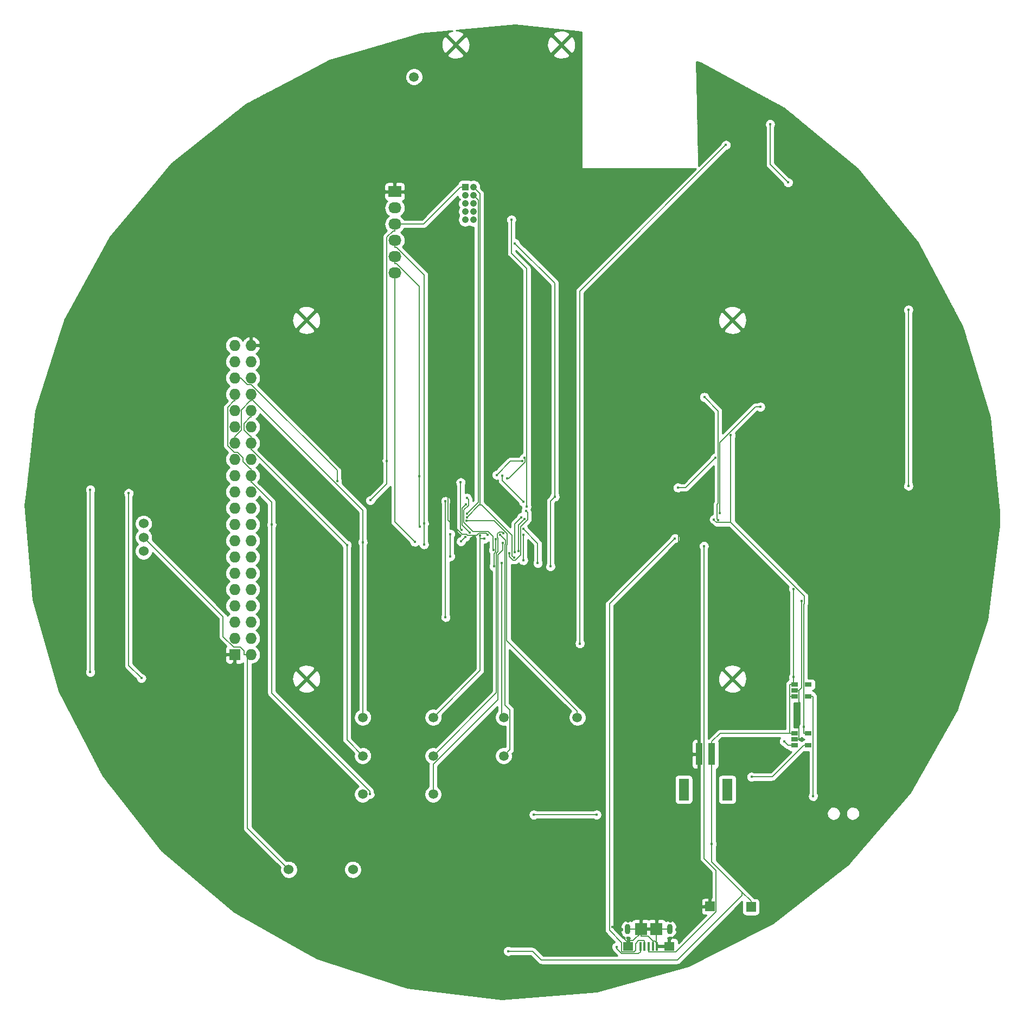
<source format=gbl>
G04 #@! TF.GenerationSoftware,KiCad,Pcbnew,(2016-12-18 revision 3ffa37c)-master*
G04 #@! TF.CreationDate,2016-12-30T22:14:27-08:00*
G04 #@! TF.ProjectId,badge-kicad,62616467652D6B696361642E6B696361,rev?*
G04 #@! TF.FileFunction,Copper,L2,Bot,Mixed*
G04 #@! TF.FilePolarity,Positive*
%FSLAX46Y46*%
G04 Gerber Fmt 4.6, Leading zero omitted, Abs format (unit mm)*
G04 Created by KiCad (PCBNEW (2016-12-18 revision 3ffa37c)-master) date Friday, December 30, 2016 'PMt' 10:14:27 PM*
%MOMM*%
%LPD*%
G01*
G04 APERTURE LIST*
%ADD10C,0.150000*%
%ADD11C,1.500000*%
%ADD12R,1.500000X1.500000*%
%ADD13R,0.398780X1.348740*%
%ADD14O,0.899160X1.597660*%
%ADD15R,1.597660X1.399540*%
%ADD16R,1.899920X1.899920*%
%ADD17O,0.500000X1.200000*%
%ADD18C,1.050000*%
%ADD19R,1.050000X1.050000*%
%ADD20O,1.727200X1.727200*%
%ADD21R,1.727200X1.727200*%
%ADD22R,2.032000X1.727200*%
%ADD23O,2.032000X1.727200*%
%ADD24R,1.060000X0.650000*%
%ADD25C,1.524000*%
%ADD26R,1.000000X3.500000*%
%ADD27R,1.600000X3.400000*%
%ADD28C,0.400000*%
%ADD29C,0.130000*%
%ADD30C,0.254000*%
G04 APERTURE END LIST*
D10*
D11*
X106000000Y-135000000D03*
X72500000Y-141000000D03*
X72500000Y-147000000D03*
X94500000Y-135000000D03*
X83500000Y-135000000D03*
X83500000Y-141000000D03*
X83500000Y-147000000D03*
X94500000Y-141000000D03*
X72500000Y-135000000D03*
D12*
X133100000Y-164600000D03*
X126700000Y-164500000D03*
D13*
X115851060Y-170725000D03*
X116501300Y-170725000D03*
X117149000Y-170725000D03*
X117796700Y-170725000D03*
X118446940Y-170725000D03*
D14*
X113849540Y-168055460D03*
X120448460Y-168055460D03*
D15*
X113951140Y-170725000D03*
X120346860Y-170725000D03*
D16*
X115950120Y-168050380D03*
X118347880Y-168050380D03*
D17*
X113849000Y-168055000D03*
X120449000Y-168055000D03*
D11*
X80500000Y-35000000D03*
D18*
X89770000Y-52230000D03*
X89770000Y-57310000D03*
X89770000Y-56040000D03*
X89770000Y-54770000D03*
X89770000Y-53500000D03*
X88500000Y-57310000D03*
X88500000Y-56040000D03*
X88500000Y-54770000D03*
X88500000Y-53500000D03*
D19*
X88500000Y-52230000D03*
D20*
X55040000Y-76940000D03*
X52500000Y-76940000D03*
X55040000Y-79480000D03*
X52500000Y-79480000D03*
X55040000Y-82020000D03*
X52500000Y-82020000D03*
X55040000Y-84560000D03*
X52500000Y-84560000D03*
X55040000Y-87100000D03*
X52500000Y-87100000D03*
X55040000Y-89640000D03*
X52500000Y-89640000D03*
X55040000Y-92180000D03*
X52500000Y-92180000D03*
X55040000Y-94720000D03*
X52500000Y-94720000D03*
X55040000Y-97260000D03*
X52500000Y-97260000D03*
X55040000Y-99800000D03*
X52500000Y-99800000D03*
X55040000Y-102340000D03*
X52500000Y-102340000D03*
X55040000Y-104880000D03*
X52500000Y-104880000D03*
X55040000Y-107420000D03*
X52500000Y-107420000D03*
X55040000Y-109960000D03*
X52500000Y-109960000D03*
X55040000Y-112500000D03*
X52500000Y-112500000D03*
X55040000Y-115040000D03*
X52500000Y-115040000D03*
X55040000Y-117580000D03*
X52500000Y-117580000D03*
X55040000Y-120120000D03*
X52500000Y-120120000D03*
X55040000Y-122660000D03*
X52500000Y-122660000D03*
X55040000Y-125200000D03*
D21*
X52500000Y-125200000D03*
D22*
X77500000Y-52920000D03*
D23*
X77500000Y-55460000D03*
X77500000Y-58000000D03*
X77500000Y-60540000D03*
X77500000Y-63080000D03*
X77500000Y-65620000D03*
D24*
X142070000Y-131760000D03*
X142070000Y-129860000D03*
X139870000Y-129860000D03*
X139870000Y-130810000D03*
X139870000Y-131760000D03*
X139870000Y-139380000D03*
X139870000Y-138430000D03*
X139870000Y-137480000D03*
X142070000Y-137480000D03*
X142070000Y-139380000D03*
D25*
X38300000Y-109050000D03*
X38300000Y-106900000D03*
X38300000Y-104750000D03*
X60960000Y-158750000D03*
X70960000Y-158750000D03*
D26*
X127000000Y-140725000D03*
X125000000Y-140725000D03*
D27*
X129400000Y-146275000D03*
X122600000Y-146275000D03*
D28*
X118400000Y-154600000D03*
X119200000Y-145400000D03*
X140595300Y-132862400D03*
X125000000Y-132862400D03*
X121766100Y-117385200D03*
X121766100Y-105750000D03*
X51920100Y-152818400D03*
X141002000Y-116858400D03*
X111433100Y-167675100D03*
X85845300Y-100242500D03*
X85845300Y-96252900D03*
X91979500Y-106477700D03*
X87968300Y-105724900D03*
X87783900Y-98313300D03*
X97963800Y-102749800D03*
X95384000Y-109359700D03*
X72500000Y-107646500D03*
X98086500Y-102063800D03*
X95697200Y-57310000D03*
X97276400Y-103749800D03*
X96235800Y-109238400D03*
X70026900Y-108108700D03*
X73596700Y-147000000D03*
X97562000Y-106524700D03*
X97562000Y-110477200D03*
X58266600Y-104924000D03*
X87840900Y-107530200D03*
X88526200Y-106809100D03*
X90819500Y-106618800D03*
X91489200Y-107097900D03*
X102472700Y-100550000D03*
X96262700Y-61020800D03*
X93224700Y-107170500D03*
X92966600Y-111442200D03*
X101810100Y-111442200D03*
X86166400Y-109875200D03*
X86166400Y-106377300D03*
X68498000Y-98136500D03*
X89218200Y-106123400D03*
X88604100Y-101750100D03*
X81391700Y-105249900D03*
X81362400Y-97355900D03*
X94272500Y-97278700D03*
X97596000Y-101372800D03*
X82068400Y-104749800D03*
X82068400Y-108009100D03*
X88737300Y-103749800D03*
X96148200Y-110081900D03*
X88732400Y-103182300D03*
X85424600Y-101250200D03*
X85424600Y-119352400D03*
X88740600Y-100750100D03*
X92896900Y-108878400D03*
X128235300Y-103150000D03*
X134571700Y-86534000D03*
X94388500Y-107764400D03*
X94437600Y-106265200D03*
X93947900Y-106525700D03*
X88729000Y-104308400D03*
X125757300Y-108266500D03*
X121234700Y-107050000D03*
X99200000Y-150200000D03*
X109000000Y-150200000D03*
X76270200Y-94946000D03*
X73692500Y-101112000D03*
X97780300Y-104023200D03*
X96801800Y-109048900D03*
X94190300Y-110910800D03*
X97576100Y-105597600D03*
X99814500Y-110910800D03*
X95200000Y-171500000D03*
X136100000Y-42400000D03*
X138900000Y-51500000D03*
X139726500Y-128704200D03*
X157686900Y-71376500D03*
X157686900Y-98861600D03*
X127000000Y-154730000D03*
X35955300Y-100000000D03*
X37950900Y-128871200D03*
X139726500Y-114953200D03*
X138261700Y-138747000D03*
X141344700Y-136505400D03*
X112126500Y-170821500D03*
X127327100Y-104092500D03*
X129958100Y-90954800D03*
X133183700Y-144280000D03*
X106390600Y-123473700D03*
X129187900Y-45651900D03*
X127970500Y-104180700D03*
X125819100Y-85000000D03*
X93407300Y-97162200D03*
X97404000Y-94997300D03*
X95001900Y-97695400D03*
X97707600Y-94500000D03*
X80611400Y-107604500D03*
X121696600Y-99129600D03*
X127543700Y-94488700D03*
X142795300Y-147304700D03*
X29968500Y-127934400D03*
X29968500Y-99451500D03*
D29*
X118347880Y-168050380D02*
X118347880Y-154652120D01*
X118347880Y-154652120D02*
X118400000Y-154600000D01*
X119200000Y-145400000D02*
X123875000Y-140725000D01*
X123875000Y-140725000D02*
X125000000Y-140725000D01*
X125000000Y-140725000D02*
X125000000Y-132862400D01*
X115950120Y-168050380D02*
X114299090Y-168050380D01*
X114299090Y-168050380D02*
X114294010Y-168055460D01*
X118347880Y-168050380D02*
X119427840Y-168050380D01*
X119427840Y-168050380D02*
X119432920Y-168055460D01*
X119432920Y-168055460D02*
X120003990Y-168055460D01*
X126700000Y-164500000D02*
X126700000Y-163554700D01*
X139870000Y-138430000D02*
X140595300Y-138430000D01*
X139870000Y-130810000D02*
X140595300Y-130810000D01*
X140595300Y-138430000D02*
X140595300Y-132862400D01*
X140595300Y-132862400D02*
X140595300Y-130810000D01*
X118347900Y-168050400D02*
X118347900Y-169195700D01*
X120346900Y-170725000D02*
X119849900Y-170725000D01*
X118446900Y-170290100D02*
X118339300Y-170182400D01*
X118339200Y-169204400D02*
X118347900Y-169195700D01*
X118339200Y-170182400D02*
X118339200Y-169204400D01*
X118339300Y-170182400D02*
X118339200Y-170182400D01*
X117796700Y-170725000D02*
X117796700Y-169920400D01*
X117029900Y-169153600D02*
X115950100Y-169153600D01*
X117796700Y-169920400D02*
X117029900Y-169153600D01*
X118077200Y-169920400D02*
X117796700Y-169920400D01*
X118339300Y-170182400D02*
X118077200Y-169920400D01*
X121766100Y-129628500D02*
X121766100Y-117385200D01*
X125000000Y-132862400D02*
X121766100Y-129628500D01*
X118446900Y-170725000D02*
X118446900Y-170722600D01*
X118446900Y-170722600D02*
X118446900Y-170290100D01*
X119849900Y-170722600D02*
X118446900Y-170722600D01*
X119849900Y-170725000D02*
X119849900Y-170722600D01*
X119849900Y-170404800D02*
X126700000Y-163554700D01*
X119849900Y-170722600D02*
X119849900Y-170404800D01*
X121766100Y-117385200D02*
X121766100Y-105750000D01*
X115950100Y-168050400D02*
X115950100Y-168602000D01*
X115950100Y-168602000D02*
X115950100Y-169153600D01*
X114722200Y-169829900D02*
X113951100Y-169829900D01*
X115950100Y-168602000D02*
X114722200Y-169829900D01*
X51920100Y-126838800D02*
X51920100Y-152818400D01*
X52500000Y-126258900D02*
X51920100Y-126838800D01*
X52500000Y-125200000D02*
X52500000Y-126258900D01*
X141002000Y-130403300D02*
X141002000Y-116858400D01*
X140595300Y-130810000D02*
X141002000Y-130403300D01*
X113951100Y-170725000D02*
X113951100Y-170193100D01*
X113951100Y-170193100D02*
X113951100Y-169829900D01*
X113951100Y-170193100D02*
X111433100Y-167675100D01*
X85845300Y-96252900D02*
X85845300Y-100242500D01*
X85845300Y-104236800D02*
X85845300Y-100242500D01*
X88022300Y-106413800D02*
X85845300Y-104236800D01*
X88690000Y-106413800D02*
X88022300Y-106413800D01*
X88816400Y-106540200D02*
X88690000Y-106413800D01*
X90339100Y-106540200D02*
X88816400Y-106540200D01*
X90655800Y-106223500D02*
X90339100Y-106540200D01*
X91725300Y-106223500D02*
X90655800Y-106223500D01*
X91979500Y-106477700D02*
X91725300Y-106223500D01*
X87783900Y-105540500D02*
X87783900Y-98313300D01*
X87968300Y-105724900D02*
X87783900Y-105540500D01*
X54930300Y-85618900D02*
X55040000Y-85618900D01*
X53558900Y-86990300D02*
X54930300Y-85618900D01*
X53558900Y-90194700D02*
X53558900Y-86990300D01*
X52632500Y-91121100D02*
X53558900Y-90194700D01*
X52500000Y-91121100D02*
X52632500Y-91121100D01*
X52500000Y-92180000D02*
X52500000Y-91121100D01*
X55040000Y-84560000D02*
X55040000Y-85089400D01*
X55040000Y-85089400D02*
X55040000Y-85618900D01*
X72500000Y-102697500D02*
X72500000Y-107646500D01*
X55040000Y-85237500D02*
X72500000Y-102697500D01*
X55040000Y-85089400D02*
X55040000Y-85237500D01*
X72500000Y-107646500D02*
X72500000Y-135000000D01*
X95384100Y-109359700D02*
X95384000Y-109359700D01*
X95384100Y-109924900D02*
X95384100Y-109359700D01*
X95936400Y-110477200D02*
X95384100Y-109924900D01*
X96312000Y-110477200D02*
X95936400Y-110477200D01*
X97197100Y-109592100D02*
X96312000Y-110477200D01*
X97197100Y-108885100D02*
X97197100Y-109592100D01*
X97166600Y-108854600D02*
X97197100Y-108885100D01*
X97166600Y-105196000D02*
X97166600Y-108854600D01*
X98220100Y-104142500D02*
X97166600Y-105196000D01*
X98220100Y-103006100D02*
X98220100Y-104142500D01*
X97963800Y-102749800D02*
X98220100Y-103006100D01*
X98106700Y-102043600D02*
X98086500Y-102063800D01*
X98106700Y-64930000D02*
X98106700Y-102043600D01*
X95697200Y-62520500D02*
X98106700Y-64930000D01*
X95697200Y-57310000D02*
X95697200Y-62520500D01*
X54930300Y-88158900D02*
X55040000Y-88158900D01*
X53971900Y-89117300D02*
X54930300Y-88158900D01*
X53971900Y-90185400D02*
X53971900Y-89117300D01*
X54907600Y-91121100D02*
X53971900Y-90185400D01*
X55040000Y-91121100D02*
X54907600Y-91121100D01*
X55040000Y-87100000D02*
X55040000Y-88158900D01*
X55040000Y-91650500D02*
X55040000Y-91121100D01*
X55040000Y-91650500D02*
X55040000Y-92180000D01*
X55040000Y-92180000D02*
X55040000Y-93238900D01*
X55157100Y-93238900D02*
X70026900Y-108108700D01*
X55040000Y-93238900D02*
X55157100Y-93238900D01*
X70026900Y-138526900D02*
X72500000Y-141000000D01*
X70026900Y-108108700D02*
X70026900Y-138526900D01*
X96235800Y-104790400D02*
X96235800Y-109238400D01*
X97276400Y-103749800D02*
X96235800Y-104790400D01*
X54930300Y-96201100D02*
X55040000Y-96201100D01*
X53770000Y-95040800D02*
X54930300Y-96201100D01*
X53770000Y-94465100D02*
X53770000Y-95040800D01*
X52965900Y-93661000D02*
X53770000Y-94465100D01*
X52457200Y-93661000D02*
X52965900Y-93661000D01*
X51397200Y-92601000D02*
X52457200Y-93661000D01*
X51397200Y-86589300D02*
X51397200Y-92601000D01*
X52367600Y-85618900D02*
X51397200Y-86589300D01*
X52500000Y-85618900D02*
X52367600Y-85618900D01*
X52500000Y-84560000D02*
X52500000Y-85618900D01*
X55040000Y-97260000D02*
X55040000Y-96201100D01*
X55040000Y-97260000D02*
X55040000Y-98318900D01*
X58266600Y-101444500D02*
X58266600Y-104924000D01*
X55141000Y-98318900D02*
X58266600Y-101444500D01*
X55040000Y-98318900D02*
X55141000Y-98318900D01*
X58266600Y-131206800D02*
X58266600Y-104924000D01*
X73596700Y-146536900D02*
X58266600Y-131206800D01*
X73596700Y-147000000D02*
X73596700Y-146536900D01*
X97562000Y-106524700D02*
X97562000Y-110477200D01*
X88526200Y-106844900D02*
X88526200Y-106809100D01*
X87840900Y-107530200D02*
X88526200Y-106844900D01*
X90819500Y-107097900D02*
X91489200Y-107097900D01*
X90819500Y-127680500D02*
X90819500Y-107097900D01*
X83500000Y-135000000D02*
X90819500Y-127680500D01*
X90819500Y-107097900D02*
X90819500Y-106618800D01*
X102472700Y-67230800D02*
X102472700Y-100550000D01*
X96262700Y-61020800D02*
X102472700Y-67230800D01*
X101810100Y-101212600D02*
X102472700Y-100550000D01*
X101810100Y-111442200D02*
X101810100Y-101212600D01*
X92966600Y-109426300D02*
X92966600Y-111442200D01*
X93292200Y-109100700D02*
X92966600Y-109426300D01*
X93292200Y-107238000D02*
X93292200Y-109100700D01*
X93224700Y-107170500D02*
X93292200Y-107238000D01*
X68498000Y-96459400D02*
X68498000Y-98136500D01*
X55117500Y-83078900D02*
X68498000Y-96459400D01*
X54485300Y-83078900D02*
X55117500Y-83078900D01*
X53558900Y-82152500D02*
X54485300Y-83078900D01*
X53558900Y-82020000D02*
X53558900Y-82152500D01*
X52500000Y-82020000D02*
X53558900Y-82020000D01*
X86166400Y-106377300D02*
X86166400Y-109875200D01*
X88044200Y-104949400D02*
X89218200Y-106123400D01*
X88044200Y-102310000D02*
X88044200Y-104949400D01*
X88604100Y-101750100D02*
X88044200Y-102310000D01*
X77500000Y-63080000D02*
X77500000Y-64138900D01*
X94272500Y-98049300D02*
X97596000Y-101372800D01*
X94272500Y-97278700D02*
X94272500Y-98049300D01*
X81362400Y-67736600D02*
X81362400Y-97355900D01*
X77764700Y-64138900D02*
X81362400Y-67736600D01*
X77500000Y-64138900D02*
X77764700Y-64138900D01*
X81362400Y-105220600D02*
X81391700Y-105249900D01*
X81362400Y-97355900D02*
X81362400Y-105220600D01*
X77500000Y-60540000D02*
X77500000Y-61598900D01*
X82068400Y-65902600D02*
X82068400Y-104749800D01*
X77764700Y-61598900D02*
X82068400Y-65902600D01*
X77500000Y-61598900D02*
X77764700Y-61598900D01*
X82068400Y-108009100D02*
X82068400Y-104749800D01*
X90775300Y-53235300D02*
X89770000Y-52230000D01*
X90775300Y-101816800D02*
X90775300Y-53235300D01*
X90670300Y-101816800D02*
X88737300Y-103749800D01*
X90775300Y-101816800D02*
X90670300Y-101816800D01*
X91029900Y-101816800D02*
X90775300Y-101816800D01*
X95834400Y-106621300D02*
X91029900Y-101816800D01*
X95834400Y-109768100D02*
X95834400Y-106621300D01*
X96148200Y-110081900D02*
X95834400Y-109768100D01*
X90515000Y-101399700D02*
X88732400Y-103182300D01*
X90515000Y-54245000D02*
X90515000Y-101399700D01*
X89770000Y-53500000D02*
X90515000Y-54245000D01*
X85424600Y-119352400D02*
X85424600Y-101250200D01*
X92829400Y-108810900D02*
X92896900Y-108878400D01*
X92829400Y-106751000D02*
X92829400Y-108810900D01*
X92041600Y-105963200D02*
X92829400Y-106751000D01*
X89729000Y-105963200D02*
X92041600Y-105963200D01*
X88304500Y-104538700D02*
X89729000Y-105963200D01*
X88304500Y-102623400D02*
X88304500Y-104538700D01*
X89018300Y-101909600D02*
X88304500Y-102623400D01*
X89018300Y-101027800D02*
X89018300Y-101909600D01*
X88740600Y-100750100D02*
X89018300Y-101027800D01*
X128235300Y-92088600D02*
X128235300Y-103150000D01*
X133789900Y-86534000D02*
X128235300Y-92088600D01*
X134571700Y-86534000D02*
X133789900Y-86534000D01*
X83500000Y-142337100D02*
X83500000Y-147000000D01*
X93622300Y-132214800D02*
X83500000Y-142337100D01*
X93622300Y-109636800D02*
X93622300Y-132214800D01*
X94388500Y-108870600D02*
X93622300Y-109636800D01*
X94388500Y-107764400D02*
X94388500Y-108870600D01*
X93362000Y-131138000D02*
X83500000Y-141000000D01*
X93362000Y-109399000D02*
X93362000Y-131138000D01*
X93622300Y-109138700D02*
X93362000Y-109399000D01*
X93622300Y-107009000D02*
X93622300Y-109138700D01*
X93552500Y-106939200D02*
X93622300Y-107009000D01*
X93552500Y-106347200D02*
X93552500Y-106939200D01*
X93816400Y-106083300D02*
X93552500Y-106347200D01*
X94255700Y-106083300D02*
X93816400Y-106083300D01*
X94437600Y-106265200D02*
X94255700Y-106083300D01*
X94783800Y-107361600D02*
X93947900Y-106525700D01*
X94783800Y-107928200D02*
X94783800Y-107361600D01*
X94708400Y-108003600D02*
X94783800Y-107928200D01*
X94708400Y-133087900D02*
X94708400Y-108003600D01*
X95474600Y-133854100D02*
X94708400Y-133087900D01*
X95474600Y-140025400D02*
X95474600Y-133854100D01*
X94500000Y-141000000D02*
X95474600Y-140025400D01*
X106000000Y-135000000D02*
X106000000Y-134054700D01*
X93042500Y-104308400D02*
X88729000Y-104308400D01*
X95044100Y-106310000D02*
X93042500Y-104308400D01*
X95044100Y-108036000D02*
X95044100Y-106310000D01*
X94987800Y-108092300D02*
X95044100Y-108036000D01*
X94987800Y-123042500D02*
X94987800Y-108092300D01*
X106000000Y-134054700D02*
X94987800Y-123042500D01*
X117149000Y-170725000D02*
X117149000Y-171594700D01*
X125757300Y-157013000D02*
X125757300Y-108266500D01*
X127645400Y-158901100D02*
X125757300Y-157013000D01*
X127645400Y-165364500D02*
X127645400Y-158901100D01*
X121386500Y-171623400D02*
X127645400Y-165364500D01*
X117177700Y-171623400D02*
X121386500Y-171623400D01*
X117149000Y-171594700D02*
X117177700Y-171623400D01*
X116501300Y-170725000D02*
X116501300Y-169855300D01*
X110998600Y-117286100D02*
X121234700Y-107050000D01*
X110998600Y-168234100D02*
X110998600Y-117286100D01*
X112939600Y-170175100D02*
X110998600Y-168234100D01*
X112939600Y-171529900D02*
X112939600Y-170175100D01*
X113029800Y-171620100D02*
X112939600Y-171529900D01*
X114830800Y-171620100D02*
X113029800Y-171620100D01*
X115065200Y-171385700D02*
X114830800Y-171620100D01*
X115065200Y-170331100D02*
X115065200Y-171385700D01*
X115541000Y-169855300D02*
X115065200Y-170331100D01*
X116501300Y-169855300D02*
X115541000Y-169855300D01*
X109000000Y-150200000D02*
X99200000Y-150200000D01*
X53981100Y-124606200D02*
X53981100Y-125200000D01*
X53397000Y-124022100D02*
X53981100Y-124606200D01*
X52331900Y-124022100D02*
X53397000Y-124022100D01*
X50713600Y-122403800D02*
X52331900Y-124022100D01*
X50713600Y-119313600D02*
X50713600Y-122403800D01*
X38300000Y-106900000D02*
X50713600Y-119313600D01*
X88500000Y-52230000D02*
X87779700Y-52230000D01*
X55040000Y-125200000D02*
X54510600Y-125200000D01*
X54510600Y-125200000D02*
X53981100Y-125200000D01*
X54510600Y-152300600D02*
X60960000Y-158750000D01*
X54510600Y-125200000D02*
X54510600Y-152300600D01*
X82009700Y-58000000D02*
X87779700Y-52230000D01*
X77500000Y-58000000D02*
X82009700Y-58000000D01*
X76270200Y-60024000D02*
X76270200Y-94946000D01*
X77235300Y-59058900D02*
X76270200Y-60024000D01*
X77500000Y-59058900D02*
X77235300Y-59058900D01*
X77500000Y-58000000D02*
X77500000Y-59058900D01*
X76270200Y-98534300D02*
X76270200Y-94946000D01*
X73692500Y-101112000D02*
X76270200Y-98534300D01*
X96801800Y-105001700D02*
X96801800Y-109048900D01*
X97780300Y-104023200D02*
X96801800Y-105001700D01*
X94190300Y-134690300D02*
X94190300Y-110910800D01*
X94500000Y-135000000D02*
X94190300Y-134690300D01*
X99814500Y-107836000D02*
X97576100Y-105597600D01*
X99814500Y-110910800D02*
X99814500Y-107836000D01*
X100400000Y-172900000D02*
X99000000Y-171500000D01*
X99000000Y-171500000D02*
X95200000Y-171500000D01*
X121600000Y-172900000D02*
X100400000Y-172900000D01*
X131700000Y-162800000D02*
X121600000Y-172900000D01*
X131700000Y-162254700D02*
X127000000Y-157554700D01*
X133100000Y-163654700D02*
X131700000Y-162254700D01*
X131700000Y-162254700D02*
X131700000Y-162800000D01*
X136100000Y-48700000D02*
X136100000Y-42400000D01*
X138900000Y-51500000D02*
X136100000Y-48700000D01*
X139870000Y-131760000D02*
X139144700Y-131760000D01*
X128299700Y-137480000D02*
X139144700Y-137480000D01*
X127000000Y-138779700D02*
X128299700Y-137480000D01*
X139144700Y-137480000D02*
X139870000Y-137480000D01*
X139144700Y-137480000D02*
X139144700Y-131760000D01*
X139144700Y-131760000D02*
X139144700Y-129860000D01*
X139870000Y-129860000D02*
X139507400Y-129860000D01*
X139507400Y-129860000D02*
X139144700Y-129860000D01*
X139726500Y-129640900D02*
X139726500Y-128704200D01*
X139507400Y-129860000D02*
X139726500Y-129640900D01*
X157686900Y-98861600D02*
X157686900Y-71376500D01*
X127000000Y-139752300D02*
X127000000Y-138779700D01*
X127000000Y-139752300D02*
X127000000Y-140725000D01*
X133100000Y-164600000D02*
X133100000Y-163654700D01*
X127000000Y-140725000D02*
X127000000Y-154730000D01*
X35955300Y-126875600D02*
X35955300Y-100000000D01*
X37950900Y-128871200D02*
X35955300Y-126875600D01*
X139726500Y-128704200D02*
X139726500Y-114953200D01*
X127000000Y-157554700D02*
X127000000Y-154730000D01*
X138894700Y-139380000D02*
X138261700Y-138747000D01*
X139870000Y-139380000D02*
X138894700Y-139380000D01*
X142070000Y-137480000D02*
X141344700Y-137480000D01*
X115851100Y-170725000D02*
X115851100Y-171594700D01*
X141344700Y-137480000D02*
X141344700Y-136505400D01*
X115565300Y-171880500D02*
X115851100Y-171594700D01*
X112920200Y-171880500D02*
X115565300Y-171880500D01*
X112126500Y-171086800D02*
X112920200Y-171880500D01*
X112126500Y-170821500D02*
X112126500Y-171086800D01*
X141397300Y-116030800D02*
X129958100Y-104591600D01*
X141397300Y-117232700D02*
X141397300Y-116030800D01*
X141344700Y-117285300D02*
X141397300Y-117232700D01*
X141344700Y-136505400D02*
X141344700Y-117285300D01*
X127327100Y-104217400D02*
X127327100Y-104092500D01*
X127701300Y-104591600D02*
X127327100Y-104217400D01*
X129958100Y-104591600D02*
X127701300Y-104591600D01*
X129958100Y-104591600D02*
X129958100Y-90954800D01*
X136444700Y-144280000D02*
X133183700Y-144280000D01*
X141344700Y-139380000D02*
X136444700Y-144280000D01*
X142070000Y-139380000D02*
X141344700Y-139380000D01*
X106390600Y-68449200D02*
X129187900Y-45651900D01*
X106390600Y-123473700D02*
X106390600Y-68449200D01*
X127840000Y-104050200D02*
X127970500Y-104180700D01*
X127840000Y-101718100D02*
X127840000Y-104050200D01*
X127970500Y-101587600D02*
X127840000Y-101718100D01*
X127970500Y-87151400D02*
X127970500Y-101587600D01*
X125819100Y-85000000D02*
X127970500Y-87151400D01*
X95572200Y-94997300D02*
X93407300Y-97162200D01*
X97404000Y-94997300D02*
X95572200Y-94997300D01*
X97799300Y-94591700D02*
X97707600Y-94500000D01*
X97799300Y-95161100D02*
X97799300Y-94591700D01*
X95265000Y-97695400D02*
X97799300Y-95161100D01*
X95001900Y-97695400D02*
X95265000Y-97695400D01*
X77500000Y-65620000D02*
X77500000Y-104493100D01*
X77500000Y-104493100D02*
X80611400Y-107604500D01*
X122902800Y-99129600D02*
X127543700Y-94488700D01*
X121696600Y-99129600D02*
X122902800Y-99129600D01*
X142070000Y-131760000D02*
X142795300Y-131760000D01*
X142795300Y-131760000D02*
X142795300Y-147304700D01*
X29968500Y-99451500D02*
X29968500Y-127934400D01*
D30*
X96350697Y-26916510D02*
X96350697Y-26916510D01*
X93699257Y-27157810D02*
X98646512Y-27157810D01*
X91047817Y-27399110D02*
X100942328Y-27399110D01*
X88396377Y-27640410D02*
X103238143Y-27640410D01*
X85744934Y-27881710D02*
X86286619Y-27881710D01*
X87721953Y-27881710D02*
X102786620Y-27881710D01*
X104221953Y-27881710D02*
X105533959Y-27881710D01*
X83093496Y-28123010D02*
X85778792Y-28123010D01*
X88221209Y-28123010D02*
X102278792Y-28123010D01*
X104721209Y-28123010D02*
X106673000Y-28123010D01*
X81225209Y-28364310D02*
X85654334Y-28364310D01*
X88345667Y-28364310D02*
X102154334Y-28364310D01*
X104845667Y-28364310D02*
X106673000Y-28364310D01*
X80405341Y-28605610D02*
X85785215Y-28605610D01*
X88214784Y-28605610D02*
X102285215Y-28605610D01*
X104714784Y-28605610D02*
X106673000Y-28605610D01*
X79585474Y-28846910D02*
X85079530Y-28846910D01*
X85667305Y-28846910D02*
X86026515Y-28846910D01*
X87973484Y-28846910D02*
X88332696Y-28846910D01*
X88921841Y-28846910D02*
X101579530Y-28846910D01*
X102167305Y-28846910D02*
X102526515Y-28846910D01*
X104473484Y-28846910D02*
X104832696Y-28846910D01*
X105421841Y-28846910D02*
X106673000Y-28846910D01*
X78765607Y-29088210D02*
X84955874Y-29088210D01*
X85908605Y-29088210D02*
X86267815Y-29088210D01*
X87732184Y-29088210D02*
X88091396Y-29088210D01*
X89050818Y-29088210D02*
X101455874Y-29088210D01*
X102408605Y-29088210D02*
X102767815Y-29088210D01*
X104232184Y-29088210D02*
X104591396Y-29088210D01*
X105550818Y-29088210D02*
X106673000Y-29088210D01*
X77945740Y-29329510D02*
X84867067Y-29329510D01*
X86149905Y-29329510D02*
X86509115Y-29329510D01*
X87490884Y-29329510D02*
X87850096Y-29329510D01*
X89132116Y-29329510D02*
X101367067Y-29329510D01*
X102649905Y-29329510D02*
X103009115Y-29329510D01*
X103990884Y-29329510D02*
X104350096Y-29329510D01*
X105632116Y-29329510D02*
X106673000Y-29329510D01*
X77125873Y-29570810D02*
X84798408Y-29570810D01*
X86391205Y-29570810D02*
X86750415Y-29570810D01*
X87249584Y-29570810D02*
X87608796Y-29570810D01*
X89200199Y-29570810D02*
X101298408Y-29570810D01*
X102891205Y-29570810D02*
X103250415Y-29570810D01*
X103749584Y-29570810D02*
X104108796Y-29570810D01*
X105700199Y-29570810D02*
X106673000Y-29570810D01*
X76306006Y-29812110D02*
X84772901Y-29812110D01*
X86632505Y-29812110D02*
X86991715Y-29812110D01*
X87008284Y-29812110D02*
X87367496Y-29812110D01*
X89228190Y-29812110D02*
X101272901Y-29812110D01*
X103132505Y-29812110D02*
X103491715Y-29812110D01*
X103508284Y-29812110D02*
X103867496Y-29812110D01*
X105728190Y-29812110D02*
X106673000Y-29812110D01*
X75486139Y-30053410D02*
X84756210Y-30053410D01*
X86766984Y-30053410D02*
X87233015Y-30053410D01*
X89237996Y-30053410D02*
X101256210Y-30053410D01*
X103266984Y-30053410D02*
X103733015Y-30053410D01*
X105737997Y-30053410D02*
X106673000Y-30053410D01*
X74666272Y-30294710D02*
X84784201Y-30294710D01*
X86525684Y-30294710D02*
X86884896Y-30294710D01*
X87115105Y-30294710D02*
X87474315Y-30294710D01*
X89218442Y-30294710D02*
X101284201Y-30294710D01*
X103025684Y-30294710D02*
X103384896Y-30294710D01*
X103615105Y-30294710D02*
X103974315Y-30294710D01*
X105718442Y-30294710D02*
X106673000Y-30294710D01*
X73846405Y-30536010D02*
X84824534Y-30536010D01*
X86284384Y-30536010D02*
X86643596Y-30536010D01*
X87356405Y-30536010D02*
X87715615Y-30536010D01*
X89171198Y-30536010D02*
X101324534Y-30536010D01*
X102784384Y-30536010D02*
X103143596Y-30536010D01*
X103856405Y-30536010D02*
X104215615Y-30536010D01*
X105671198Y-30536010D02*
X106673000Y-30536010D01*
X73026538Y-30777310D02*
X84902317Y-30777310D01*
X86043084Y-30777310D02*
X86402296Y-30777310D01*
X87597705Y-30777310D02*
X87956915Y-30777310D01*
X89102538Y-30777310D02*
X101402317Y-30777310D01*
X102543084Y-30777310D02*
X102902296Y-30777310D01*
X104097705Y-30777310D02*
X104456915Y-30777310D01*
X105602538Y-30777310D02*
X106673000Y-30777310D01*
X72206671Y-31018610D02*
X85006278Y-31018610D01*
X85801784Y-31018610D02*
X86160996Y-31018610D01*
X87839005Y-31018610D02*
X88198215Y-31018610D01*
X88989385Y-31018610D02*
X101506278Y-31018610D01*
X102301784Y-31018610D02*
X102660996Y-31018610D01*
X104339005Y-31018610D02*
X104698215Y-31018610D01*
X105489385Y-31018610D02*
X106673000Y-31018610D01*
X71386803Y-31259910D02*
X85198044Y-31259910D01*
X85560484Y-31259910D02*
X85919696Y-31259910D01*
X88080305Y-31259910D02*
X88439515Y-31259910D01*
X88801955Y-31259910D02*
X101698044Y-31259910D01*
X102060484Y-31259910D02*
X102419696Y-31259910D01*
X104580305Y-31259910D02*
X104939515Y-31259910D01*
X105301955Y-31259910D02*
X106673000Y-31259910D01*
X70566936Y-31501210D02*
X85678396Y-31501210D01*
X88321605Y-31501210D02*
X102178396Y-31501210D01*
X104821605Y-31501210D02*
X106673000Y-31501210D01*
X69747069Y-31742510D02*
X85709429Y-31742510D01*
X88290570Y-31742510D02*
X102209429Y-31742510D01*
X104790570Y-31742510D02*
X106673000Y-31742510D01*
X68927202Y-31983810D02*
X85970509Y-31983810D01*
X88037152Y-31983810D02*
X102470509Y-31983810D01*
X104537152Y-31983810D02*
X106673000Y-31983810D01*
X68107335Y-32225110D02*
X86787566Y-32225110D01*
X87214440Y-32225110D02*
X103287566Y-32225110D01*
X103714440Y-32225110D02*
X106673000Y-32225110D01*
X67311913Y-32466410D02*
X106673000Y-32466410D01*
X66850348Y-32707710D02*
X106673000Y-32707710D01*
X124613878Y-32707710D02*
X124803981Y-32707710D01*
X66388784Y-32949010D02*
X106673000Y-32949010D01*
X124618460Y-32949010D02*
X125452856Y-32949010D01*
X65927219Y-33190310D02*
X106673000Y-33190310D01*
X124623042Y-33190310D02*
X125899131Y-33190310D01*
X65465655Y-33431610D02*
X106673000Y-33431610D01*
X124627623Y-33431610D02*
X126345406Y-33431610D01*
X65004091Y-33672910D02*
X80087295Y-33672910D01*
X80917180Y-33672910D02*
X106673000Y-33672910D01*
X124632205Y-33672910D02*
X126791681Y-33672910D01*
X64542526Y-33914210D02*
X79629766Y-33914210D01*
X81367140Y-33914210D02*
X106673000Y-33914210D01*
X124636787Y-33914210D02*
X127237956Y-33914210D01*
X64080962Y-34155510D02*
X79399606Y-34155510D01*
X81601816Y-34155510D02*
X106673000Y-34155510D01*
X124641368Y-34155510D02*
X127684231Y-34155510D01*
X63619398Y-34396810D02*
X79251613Y-34396810D01*
X81749480Y-34396810D02*
X106673000Y-34396810D01*
X124645950Y-34396810D02*
X128130506Y-34396810D01*
X63157833Y-34638110D02*
X79160921Y-34638110D01*
X81840294Y-34638110D02*
X106673000Y-34638110D01*
X124650532Y-34638110D02*
X128576782Y-34638110D01*
X62696269Y-34879410D02*
X79116490Y-34879410D01*
X81884846Y-34879410D02*
X106673000Y-34879410D01*
X124655113Y-34879410D02*
X129023057Y-34879410D01*
X62234704Y-35120710D02*
X79113960Y-35120710D01*
X81881477Y-35120710D02*
X106673000Y-35120710D01*
X124659695Y-35120710D02*
X129469332Y-35120710D01*
X61773140Y-35362010D02*
X79158247Y-35362010D01*
X81838109Y-35362010D02*
X106673000Y-35362010D01*
X124664277Y-35362010D02*
X129915607Y-35362010D01*
X61311576Y-35603310D02*
X79249198Y-35603310D01*
X81747524Y-35603310D02*
X106673000Y-35603310D01*
X124668858Y-35603310D02*
X130361882Y-35603310D01*
X60850012Y-35844610D02*
X79396545Y-35844610D01*
X81599191Y-35844610D02*
X106673000Y-35844610D01*
X124673440Y-35844610D02*
X130808157Y-35844610D01*
X60388447Y-36085910D02*
X79635529Y-36085910D01*
X81368121Y-36085910D02*
X106673000Y-36085910D01*
X124678022Y-36085910D02*
X131254432Y-36085910D01*
X59926883Y-36327210D02*
X80086423Y-36327210D01*
X80908349Y-36327210D02*
X106673000Y-36327210D01*
X124682603Y-36327210D02*
X131700707Y-36327210D01*
X59465319Y-36568510D02*
X106673000Y-36568510D01*
X124687185Y-36568510D02*
X132146982Y-36568510D01*
X59003754Y-36809810D02*
X106673000Y-36809810D01*
X124691766Y-36809810D02*
X132593257Y-36809810D01*
X58542190Y-37051110D02*
X106673000Y-37051110D01*
X124696348Y-37051110D02*
X133039532Y-37051110D01*
X58080626Y-37292410D02*
X106673000Y-37292410D01*
X124700930Y-37292410D02*
X133485807Y-37292410D01*
X57619061Y-37533710D02*
X106673000Y-37533710D01*
X124705511Y-37533710D02*
X133932082Y-37533710D01*
X57157497Y-37775010D02*
X106673000Y-37775010D01*
X124710093Y-37775010D02*
X134378357Y-37775010D01*
X56695933Y-38016310D02*
X106673000Y-38016310D01*
X124714675Y-38016310D02*
X134824632Y-38016310D01*
X56234369Y-38257610D02*
X106673000Y-38257610D01*
X124719256Y-38257610D02*
X135270907Y-38257610D01*
X55772804Y-38498910D02*
X106673000Y-38498910D01*
X124723838Y-38498910D02*
X135717182Y-38498910D01*
X55311240Y-38740210D02*
X106673000Y-38740210D01*
X124728420Y-38740210D02*
X136163457Y-38740210D01*
X54849676Y-38981510D02*
X106673000Y-38981510D01*
X124733001Y-38981510D02*
X136609732Y-38981510D01*
X54388111Y-39222810D02*
X106673000Y-39222810D01*
X124737583Y-39222810D02*
X137056008Y-39222810D01*
X54020692Y-39464110D02*
X106673000Y-39464110D01*
X124742165Y-39464110D02*
X137502283Y-39464110D01*
X53720575Y-39705410D02*
X106673000Y-39705410D01*
X124746746Y-39705410D02*
X137948558Y-39705410D01*
X53420458Y-39946710D02*
X106673000Y-39946710D01*
X124751328Y-39946710D02*
X138371805Y-39946710D01*
X53120342Y-40188010D02*
X106673000Y-40188010D01*
X124755910Y-40188010D02*
X138663487Y-40188010D01*
X52820225Y-40429310D02*
X106673000Y-40429310D01*
X124760491Y-40429310D02*
X138955168Y-40429310D01*
X52520109Y-40670610D02*
X106673000Y-40670610D01*
X124765073Y-40670610D02*
X139246850Y-40670610D01*
X52219992Y-40911910D02*
X106673000Y-40911910D01*
X124769655Y-40911910D02*
X139538531Y-40911910D01*
X51919875Y-41153210D02*
X106673000Y-41153210D01*
X124774236Y-41153210D02*
X139830213Y-41153210D01*
X51619759Y-41394510D02*
X106673000Y-41394510D01*
X124778818Y-41394510D02*
X140121895Y-41394510D01*
X51319642Y-41635810D02*
X106673000Y-41635810D01*
X124783399Y-41635810D02*
X135762337Y-41635810D01*
X136436908Y-41635810D02*
X140413576Y-41635810D01*
X51019525Y-41877110D02*
X106673000Y-41877110D01*
X124787981Y-41877110D02*
X135446005Y-41877110D01*
X136755131Y-41877110D02*
X140705258Y-41877110D01*
X50719409Y-42118410D02*
X106673000Y-42118410D01*
X124792563Y-42118410D02*
X135312189Y-42118410D01*
X136887121Y-42118410D02*
X140996939Y-42118410D01*
X50419292Y-42359710D02*
X106673000Y-42359710D01*
X124797144Y-42359710D02*
X135265446Y-42359710D01*
X136934455Y-42359710D02*
X141288621Y-42359710D01*
X50119175Y-42601010D02*
X106673000Y-42601010D01*
X124801726Y-42601010D02*
X135287909Y-42601010D01*
X136910647Y-42601010D02*
X141580303Y-42601010D01*
X49819059Y-42842310D02*
X106673000Y-42842310D01*
X124806308Y-42842310D02*
X135391629Y-42842310D01*
X136809878Y-42842310D02*
X141871984Y-42842310D01*
X49518942Y-43083610D02*
X106673000Y-43083610D01*
X124810889Y-43083610D02*
X135400000Y-43083610D01*
X136800000Y-43083610D02*
X142163666Y-43083610D01*
X49218825Y-43324910D02*
X106673000Y-43324910D01*
X124815471Y-43324910D02*
X135400000Y-43324910D01*
X136800000Y-43324910D02*
X142455347Y-43324910D01*
X48918709Y-43566210D02*
X106673000Y-43566210D01*
X124820053Y-43566210D02*
X135400000Y-43566210D01*
X136800000Y-43566210D02*
X142747029Y-43566210D01*
X48618592Y-43807510D02*
X106673000Y-43807510D01*
X124824634Y-43807510D02*
X135400000Y-43807510D01*
X136800000Y-43807510D02*
X143038711Y-43807510D01*
X48318475Y-44048810D02*
X106673000Y-44048810D01*
X124829216Y-44048810D02*
X135400000Y-44048810D01*
X136800000Y-44048810D02*
X143330392Y-44048810D01*
X48018359Y-44290110D02*
X106673000Y-44290110D01*
X124833798Y-44290110D02*
X135400000Y-44290110D01*
X136800000Y-44290110D02*
X143622074Y-44290110D01*
X47718242Y-44531410D02*
X106673000Y-44531410D01*
X124838379Y-44531410D02*
X135400000Y-44531410D01*
X136800000Y-44531410D02*
X143913755Y-44531410D01*
X47418125Y-44772710D02*
X106673000Y-44772710D01*
X124842961Y-44772710D02*
X135400000Y-44772710D01*
X136800000Y-44772710D02*
X144205437Y-44772710D01*
X47118009Y-45014010D02*
X106673000Y-45014010D01*
X124847542Y-45014010D02*
X128645810Y-45014010D01*
X129731266Y-45014010D02*
X135400000Y-45014010D01*
X136800000Y-45014010D02*
X144497118Y-45014010D01*
X46817892Y-45255310D02*
X106673000Y-45255310D01*
X124852124Y-45255310D02*
X128449378Y-45255310D01*
X129926945Y-45255310D02*
X135400000Y-45255310D01*
X136800000Y-45255310D02*
X144788800Y-45255310D01*
X46517775Y-45496610D02*
X106673000Y-45496610D01*
X124856706Y-45496610D02*
X128353240Y-45496610D01*
X130008400Y-45496610D02*
X135400000Y-45496610D01*
X136800000Y-45496610D02*
X145080482Y-45496610D01*
X46217659Y-45737910D02*
X106673000Y-45737910D01*
X124861287Y-45737910D02*
X128111940Y-45737910D01*
X130020591Y-45737910D02*
X135400000Y-45737910D01*
X136800000Y-45737910D02*
X145372163Y-45737910D01*
X45917542Y-45979210D02*
X106673000Y-45979210D01*
X124865869Y-45979210D02*
X127870640Y-45979210D01*
X129956232Y-45979210D02*
X135400000Y-45979210D01*
X136800000Y-45979210D02*
X145663845Y-45979210D01*
X45617425Y-46220510D02*
X106673000Y-46220510D01*
X124870451Y-46220510D02*
X127629340Y-46220510D01*
X129801664Y-46220510D02*
X135400000Y-46220510D01*
X136800000Y-46220510D02*
X145955526Y-46220510D01*
X45317309Y-46461810D02*
X106673000Y-46461810D01*
X124875032Y-46461810D02*
X127388040Y-46461810D01*
X129403450Y-46461810D02*
X135400000Y-46461810D01*
X136800000Y-46461810D02*
X146247208Y-46461810D01*
X45017192Y-46703110D02*
X106673000Y-46703110D01*
X124879614Y-46703110D02*
X127146740Y-46703110D01*
X129126640Y-46703110D02*
X135400000Y-46703110D01*
X136800000Y-46703110D02*
X146538890Y-46703110D01*
X44717075Y-46944410D02*
X106673000Y-46944410D01*
X124884196Y-46944410D02*
X126905440Y-46944410D01*
X128885340Y-46944410D02*
X135400000Y-46944410D01*
X136800000Y-46944410D02*
X146830571Y-46944410D01*
X44416959Y-47185710D02*
X106673000Y-47185710D01*
X124888777Y-47185710D02*
X126664140Y-47185710D01*
X128644040Y-47185710D02*
X135400000Y-47185710D01*
X136800000Y-47185710D02*
X147122253Y-47185710D01*
X44116842Y-47427010D02*
X106673000Y-47427010D01*
X124893359Y-47427010D02*
X126422840Y-47427010D01*
X128402740Y-47427010D02*
X135400000Y-47427010D01*
X136800000Y-47427010D02*
X147413934Y-47427010D01*
X43816726Y-47668310D02*
X106673000Y-47668310D01*
X124897941Y-47668310D02*
X126181540Y-47668310D01*
X128161440Y-47668310D02*
X135400000Y-47668310D01*
X136800000Y-47668310D02*
X147705616Y-47668310D01*
X43516609Y-47909610D02*
X106673000Y-47909610D01*
X124902522Y-47909610D02*
X125940240Y-47909610D01*
X127920140Y-47909610D02*
X135400000Y-47909610D01*
X136800000Y-47909610D02*
X147997298Y-47909610D01*
X43216492Y-48150910D02*
X106673000Y-48150910D01*
X124907104Y-48150910D02*
X125698940Y-48150910D01*
X127678840Y-48150910D02*
X135400000Y-48150910D01*
X136800000Y-48150910D02*
X148288979Y-48150910D01*
X42916376Y-48392210D02*
X106673000Y-48392210D01*
X124911685Y-48392210D02*
X125457640Y-48392210D01*
X127437540Y-48392210D02*
X135400000Y-48392210D01*
X136800000Y-48392210D02*
X148580661Y-48392210D01*
X42621853Y-48633510D02*
X106673000Y-48633510D01*
X124916267Y-48633510D02*
X125216340Y-48633510D01*
X127196240Y-48633510D02*
X135400000Y-48633510D01*
X137023460Y-48633510D02*
X148872342Y-48633510D01*
X42419378Y-48874810D02*
X106673000Y-48874810D01*
X124920849Y-48874810D02*
X124975040Y-48874810D01*
X126954940Y-48874810D02*
X135425059Y-48874810D01*
X137264760Y-48874810D02*
X149164024Y-48874810D01*
X42216903Y-49116110D02*
X106673000Y-49116110D01*
X126713640Y-49116110D02*
X135540391Y-49116110D01*
X137506060Y-49116110D02*
X149455705Y-49116110D01*
X42014428Y-49357410D02*
X124492440Y-49357410D01*
X126472340Y-49357410D02*
X135767460Y-49357410D01*
X137747360Y-49357410D02*
X149747387Y-49357410D01*
X41811954Y-49598710D02*
X124251140Y-49598710D01*
X126231040Y-49598710D02*
X136008760Y-49598710D01*
X137988660Y-49598710D02*
X149948186Y-49598710D01*
X41609479Y-49840010D02*
X124009840Y-49840010D01*
X125989740Y-49840010D02*
X136250060Y-49840010D01*
X138229960Y-49840010D02*
X150144985Y-49840010D01*
X41407004Y-50081310D02*
X123768540Y-50081310D01*
X125748440Y-50081310D02*
X136491360Y-50081310D01*
X138471260Y-50081310D02*
X150341785Y-50081310D01*
X41204529Y-50322610D02*
X123527240Y-50322610D01*
X125507140Y-50322610D02*
X136732660Y-50322610D01*
X138712560Y-50322610D02*
X150538584Y-50322610D01*
X41002055Y-50563910D02*
X123285940Y-50563910D01*
X125265840Y-50563910D02*
X136973960Y-50563910D01*
X138953860Y-50563910D02*
X150735384Y-50563910D01*
X40799580Y-50805210D02*
X123044640Y-50805210D01*
X125024540Y-50805210D02*
X137215260Y-50805210D01*
X139363219Y-50805210D02*
X150932183Y-50805210D01*
X40597105Y-51046510D02*
X122803340Y-51046510D01*
X124783240Y-51046510D02*
X137456560Y-51046510D01*
X139601240Y-51046510D02*
X151128982Y-51046510D01*
X40394630Y-51287810D02*
X87495917Y-51287810D01*
X90447654Y-51287810D02*
X122562040Y-51287810D01*
X124541940Y-51287810D02*
X137697860Y-51287810D01*
X139709233Y-51287810D02*
X151325782Y-51287810D01*
X40192155Y-51529110D02*
X76130176Y-51529110D01*
X77321960Y-51529110D02*
X77678040Y-51529110D01*
X78869825Y-51529110D02*
X87364783Y-51529110D01*
X90697079Y-51529110D02*
X122320740Y-51529110D01*
X124300640Y-51529110D02*
X137939160Y-51529110D01*
X139733486Y-51529110D02*
X151522581Y-51529110D01*
X39989681Y-51770410D02*
X75915142Y-51770410D01*
X77373000Y-51770410D02*
X77627000Y-51770410D01*
X79084859Y-51770410D02*
X87249340Y-51770410D01*
X90835295Y-51770410D02*
X122079440Y-51770410D01*
X124059340Y-51770410D02*
X138108959Y-51770410D01*
X139693665Y-51770410D02*
X151719381Y-51770410D01*
X39787206Y-52011710D02*
X75849000Y-52011710D01*
X77373000Y-52011710D02*
X77627000Y-52011710D01*
X79151000Y-52011710D02*
X87008040Y-52011710D01*
X90909350Y-52011710D02*
X121838140Y-52011710D01*
X123818040Y-52011710D02*
X138236354Y-52011710D01*
X139560922Y-52011710D02*
X151916180Y-52011710D01*
X39584731Y-52253010D02*
X75849000Y-52253010D01*
X77373000Y-52253010D02*
X77627000Y-52253010D01*
X79151000Y-52253010D02*
X86766740Y-52253010D01*
X90928140Y-52253010D02*
X121596840Y-52253010D01*
X123576740Y-52253010D02*
X138537802Y-52253010D01*
X139267746Y-52253010D02*
X152112980Y-52253010D01*
X39382256Y-52494310D02*
X75849000Y-52494310D01*
X77373000Y-52494310D02*
X77627000Y-52494310D01*
X79151000Y-52494310D02*
X86525440Y-52494310D01*
X91024260Y-52494310D02*
X121355540Y-52494310D01*
X123335440Y-52494310D02*
X152309779Y-52494310D01*
X39179782Y-52735610D02*
X75950360Y-52735610D01*
X77373000Y-52735610D02*
X77627000Y-52735610D01*
X79049640Y-52735610D02*
X86284140Y-52735610D01*
X91265560Y-52735610D02*
X121114240Y-52735610D01*
X123094140Y-52735610D02*
X152506579Y-52735610D01*
X38977307Y-52976910D02*
X86042840Y-52976910D01*
X91425696Y-52976910D02*
X120872940Y-52976910D01*
X122852840Y-52976910D02*
X152703378Y-52976910D01*
X38774832Y-53218210D02*
X75849000Y-53218210D01*
X79151000Y-53218210D02*
X85801540Y-53218210D01*
X91473625Y-53218210D02*
X120631640Y-53218210D01*
X122611540Y-53218210D02*
X152900178Y-53218210D01*
X38572357Y-53459510D02*
X75849000Y-53459510D01*
X79151000Y-53459510D02*
X85560240Y-53459510D01*
X91475300Y-53459510D02*
X120390340Y-53459510D01*
X122370240Y-53459510D02*
X153096977Y-53459510D01*
X38369883Y-53700810D02*
X75849000Y-53700810D01*
X79151000Y-53700810D02*
X85318940Y-53700810D01*
X87298840Y-53700810D02*
X87357492Y-53700810D01*
X91475300Y-53700810D02*
X120149040Y-53700810D01*
X122128940Y-53700810D02*
X153293777Y-53700810D01*
X38167408Y-53942110D02*
X75868089Y-53942110D01*
X79131910Y-53942110D02*
X85077640Y-53942110D01*
X87057540Y-53942110D02*
X87427114Y-53942110D01*
X91475300Y-53942110D02*
X119907740Y-53942110D01*
X121887640Y-53942110D02*
X153490576Y-53942110D01*
X37964933Y-54183410D02*
X75987436Y-54183410D01*
X79012563Y-54183410D02*
X84836340Y-54183410D01*
X86816240Y-54183410D02*
X87534836Y-54183410D01*
X91475300Y-54183410D02*
X119666440Y-54183410D01*
X121646340Y-54183410D02*
X153687376Y-54183410D01*
X37762458Y-54424710D02*
X76260424Y-54424710D01*
X78741731Y-54424710D02*
X84595040Y-54424710D01*
X86574940Y-54424710D02*
X87388999Y-54424710D01*
X91475300Y-54424710D02*
X119425140Y-54424710D01*
X121405040Y-54424710D02*
X153884175Y-54424710D01*
X37559984Y-54666010D02*
X76073417Y-54666010D01*
X78928263Y-54666010D02*
X84353740Y-54666010D01*
X86333640Y-54666010D02*
X87342476Y-54666010D01*
X91475300Y-54666010D02*
X119183840Y-54666010D01*
X121163740Y-54666010D02*
X154080975Y-54666010D01*
X37357509Y-54907310D02*
X75949428Y-54907310D01*
X79052426Y-54907310D02*
X84112440Y-54907310D01*
X86092340Y-54907310D02*
X87346717Y-54907310D01*
X91475300Y-54907310D02*
X118942540Y-54907310D01*
X120922440Y-54907310D02*
X154277774Y-54907310D01*
X37155034Y-55148610D02*
X75874734Y-55148610D01*
X79123444Y-55148610D02*
X83871140Y-55148610D01*
X85851040Y-55148610D02*
X87402891Y-55148610D01*
X91475300Y-55148610D02*
X118701240Y-55148610D01*
X120681140Y-55148610D02*
X154474574Y-55148610D01*
X36952560Y-55389910D02*
X75847317Y-55389910D01*
X79151621Y-55389910D02*
X83629840Y-55389910D01*
X85609740Y-55389910D02*
X87539199Y-55389910D01*
X91475300Y-55389910D02*
X118459940Y-55389910D01*
X120439840Y-55389910D02*
X154671373Y-55389910D01*
X36750085Y-55631210D02*
X75857581Y-55631210D01*
X79142055Y-55631210D02*
X83388540Y-55631210D01*
X85368440Y-55631210D02*
X87413099Y-55631210D01*
X91475300Y-55631210D02*
X118218640Y-55631210D01*
X120198540Y-55631210D02*
X154868173Y-55631210D01*
X36547610Y-55872510D02*
X75906317Y-55872510D01*
X79093964Y-55872510D02*
X83147240Y-55872510D01*
X85127140Y-55872510D02*
X87349635Y-55872510D01*
X91475300Y-55872510D02*
X117977340Y-55872510D01*
X119957240Y-55872510D02*
X155064972Y-55872510D01*
X36345135Y-56113810D02*
X75998452Y-56113810D01*
X79002378Y-56113810D02*
X82905940Y-56113810D01*
X84885840Y-56113810D02*
X87338807Y-56113810D01*
X91475300Y-56113810D02*
X117736040Y-56113810D01*
X119715940Y-56113810D02*
X155261772Y-56113810D01*
X36142661Y-56355110D02*
X76145562Y-56355110D01*
X78855543Y-56355110D02*
X82664640Y-56355110D01*
X84644540Y-56355110D02*
X87378407Y-56355110D01*
X91475300Y-56355110D02*
X117494740Y-56355110D01*
X119474640Y-56355110D02*
X155458571Y-56355110D01*
X35940186Y-56596410D02*
X76373651Y-56596410D01*
X78626788Y-56596410D02*
X82423340Y-56596410D01*
X84403240Y-56596410D02*
X87478501Y-56596410D01*
X91475300Y-56596410D02*
X95262677Y-56596410D01*
X96132547Y-56596410D02*
X117253440Y-56596410D01*
X119233340Y-56596410D02*
X155655371Y-56596410D01*
X35737711Y-56837710D02*
X76404944Y-56837710D01*
X78595506Y-56837710D02*
X82182040Y-56837710D01*
X84161940Y-56837710D02*
X87440315Y-56837710D01*
X91475300Y-56837710D02*
X95008559Y-56837710D01*
X96385950Y-56837710D02*
X117012140Y-56837710D01*
X118992040Y-56837710D02*
X155852170Y-56837710D01*
X35535236Y-57079010D02*
X76165867Y-57079010D01*
X78833630Y-57079010D02*
X81940740Y-57079010D01*
X83920640Y-57079010D02*
X87363133Y-57079010D01*
X91475300Y-57079010D02*
X94892608Y-57079010D01*
X96502710Y-57079010D02*
X116770840Y-57079010D01*
X118750740Y-57079010D02*
X156048970Y-57079010D01*
X35332762Y-57320310D02*
X76011615Y-57320310D01*
X83679340Y-57320310D02*
X87339693Y-57320310D01*
X91475300Y-57320310D02*
X94861940Y-57320310D01*
X96530948Y-57320310D02*
X116529540Y-57320310D01*
X118509440Y-57320310D02*
X156245769Y-57320310D01*
X35130287Y-57561610D02*
X75914047Y-57561610D01*
X83438040Y-57561610D02*
X87366753Y-57561610D01*
X91475300Y-57561610D02*
X94898715Y-57561610D01*
X96496351Y-57561610D02*
X116288240Y-57561610D01*
X118268140Y-57561610D02*
X156442569Y-57561610D01*
X34927812Y-57802910D02*
X75860665Y-57802910D01*
X83196740Y-57802910D02*
X87447491Y-57802910D01*
X91475300Y-57802910D02*
X94997200Y-57802910D01*
X96397200Y-57802910D02*
X116046940Y-57802910D01*
X118026840Y-57802910D02*
X156639368Y-57802910D01*
X34725337Y-58044210D02*
X75846024Y-58044210D01*
X82955440Y-58044210D02*
X87596359Y-58044210D01*
X91475300Y-58044210D02*
X94997200Y-58044210D01*
X96397200Y-58044210D02*
X115805640Y-58044210D01*
X117785540Y-58044210D02*
X156836168Y-58044210D01*
X34522863Y-58285510D02*
X75868939Y-58285510D01*
X82714140Y-58285510D02*
X87870944Y-58285510D01*
X89127815Y-58285510D02*
X89140944Y-58285510D01*
X91475300Y-58285510D02*
X94997200Y-58285510D01*
X96397200Y-58285510D02*
X115564340Y-58285510D01*
X117544240Y-58285510D02*
X157032967Y-58285510D01*
X34320388Y-58526810D02*
X75939957Y-58526810D01*
X82466432Y-58526810D02*
X89815000Y-58526810D01*
X91475300Y-58526810D02*
X94997200Y-58526810D01*
X96397200Y-58526810D02*
X115323040Y-58526810D01*
X117302940Y-58526810D02*
X157229767Y-58526810D01*
X34117913Y-58768110D02*
X76058207Y-58768110D01*
X78940576Y-58768110D02*
X89815000Y-58768110D01*
X91475300Y-58768110D02*
X94997200Y-58768110D01*
X96397200Y-58768110D02*
X115081740Y-58768110D01*
X117061640Y-58768110D02*
X157426566Y-58768110D01*
X33915438Y-59009410D02*
X76237461Y-59009410D01*
X78760986Y-59009410D02*
X89815000Y-59009410D01*
X91475300Y-59009410D02*
X94997200Y-59009410D01*
X96397200Y-59009410D02*
X114840440Y-59009410D01*
X116820340Y-59009410D02*
X157623366Y-59009410D01*
X33712964Y-59250710D02*
X76053540Y-59250710D01*
X78485010Y-59250710D02*
X89815000Y-59250710D01*
X91475300Y-59250710D02*
X94997200Y-59250710D01*
X96397200Y-59250710D02*
X114599140Y-59250710D01*
X116579040Y-59250710D02*
X157820165Y-59250710D01*
X33510489Y-59492010D02*
X75812240Y-59492010D01*
X78731520Y-59492010D02*
X89815000Y-59492010D01*
X91475300Y-59492010D02*
X94997200Y-59492010D01*
X96397200Y-59492010D02*
X114357840Y-59492010D01*
X116337740Y-59492010D02*
X158016965Y-59492010D01*
X33308014Y-59733310D02*
X75635014Y-59733310D01*
X78921624Y-59733310D02*
X89815000Y-59733310D01*
X91475300Y-59733310D02*
X94997200Y-59733310D01*
X96397200Y-59733310D02*
X114116540Y-59733310D01*
X116096440Y-59733310D02*
X158213764Y-59733310D01*
X33105539Y-59974610D02*
X75574712Y-59974610D01*
X79047773Y-59974610D02*
X89815000Y-59974610D01*
X91475300Y-59974610D02*
X94997200Y-59974610D01*
X96397200Y-59974610D02*
X113875240Y-59974610D01*
X115855140Y-59974610D02*
X158410564Y-59974610D01*
X32969961Y-60215910D02*
X75570200Y-60215910D01*
X79119706Y-60215910D02*
X89815000Y-60215910D01*
X91475300Y-60215910D02*
X94997200Y-60215910D01*
X96494380Y-60215910D02*
X113633940Y-60215910D01*
X115613840Y-60215910D02*
X158607363Y-60215910D01*
X32837305Y-60457210D02*
X75570200Y-60457210D01*
X79150465Y-60457210D02*
X89815000Y-60457210D01*
X91475300Y-60457210D02*
X94997200Y-60457210D01*
X96879849Y-60457210D02*
X113392640Y-60457210D01*
X115372540Y-60457210D02*
X158804163Y-60457210D01*
X32704650Y-60698510D02*
X75570200Y-60698510D01*
X79143390Y-60698510D02*
X89815000Y-60698510D01*
X91475300Y-60698510D02*
X94997200Y-60698510D01*
X97033046Y-60698510D02*
X113151340Y-60698510D01*
X115131240Y-60698510D02*
X159000962Y-60698510D01*
X32571994Y-60939810D02*
X75570200Y-60939810D01*
X79097896Y-60939810D02*
X89815000Y-60939810D01*
X91475300Y-60939810D02*
X94997200Y-60939810D01*
X97171660Y-60939810D02*
X112910040Y-60939810D01*
X114889940Y-60939810D02*
X159176424Y-60939810D01*
X32439338Y-61181110D02*
X75570200Y-61181110D01*
X79009245Y-61181110D02*
X89815000Y-61181110D01*
X91475300Y-61181110D02*
X94997200Y-61181110D01*
X97412960Y-61181110D02*
X112668740Y-61181110D01*
X114648640Y-61181110D02*
X159304726Y-61181110D01*
X32306682Y-61422410D02*
X75570200Y-61422410D01*
X78866049Y-61422410D02*
X89815000Y-61422410D01*
X91475300Y-61422410D02*
X94997200Y-61422410D01*
X97654260Y-61422410D02*
X112427440Y-61422410D01*
X114407340Y-61422410D02*
X159433027Y-61422410D01*
X32174026Y-61663710D02*
X75570200Y-61663710D01*
X78819460Y-61663710D02*
X89815000Y-61663710D01*
X91475300Y-61663710D02*
X94997200Y-61663710D01*
X97895560Y-61663710D02*
X112186140Y-61663710D01*
X114166040Y-61663710D02*
X159561329Y-61663710D01*
X32041371Y-61905010D02*
X75570200Y-61905010D01*
X79060760Y-61905010D02*
X89815000Y-61905010D01*
X91475300Y-61905010D02*
X94997200Y-61905010D01*
X98136860Y-61905010D02*
X111944840Y-61905010D01*
X113924740Y-61905010D02*
X159689630Y-61905010D01*
X31908715Y-62146310D02*
X75570200Y-62146310D01*
X79302060Y-62146310D02*
X89815000Y-62146310D01*
X91475300Y-62146310D02*
X94997200Y-62146310D01*
X96397200Y-62146310D02*
X96398260Y-62146310D01*
X98378160Y-62146310D02*
X111703540Y-62146310D01*
X113683440Y-62146310D02*
X159817932Y-62146310D01*
X31776059Y-62387610D02*
X75570200Y-62387610D01*
X79543360Y-62387610D02*
X89815000Y-62387610D01*
X91475300Y-62387610D02*
X94997200Y-62387610D01*
X96554260Y-62387610D02*
X96639560Y-62387610D01*
X98619460Y-62387610D02*
X111462240Y-62387610D01*
X113442140Y-62387610D02*
X159946233Y-62387610D01*
X31643403Y-62628910D02*
X75570200Y-62628910D01*
X79784660Y-62628910D02*
X89815000Y-62628910D01*
X91475300Y-62628910D02*
X95007365Y-62628910D01*
X96795560Y-62628910D02*
X96880860Y-62628910D01*
X98860760Y-62628910D02*
X111220940Y-62628910D01*
X113200840Y-62628910D02*
X160074535Y-62628910D01*
X31510747Y-62870210D02*
X75570200Y-62870210D01*
X80025960Y-62870210D02*
X89815000Y-62870210D01*
X91475300Y-62870210D02*
X95093783Y-62870210D01*
X97036860Y-62870210D02*
X97122160Y-62870210D01*
X99102060Y-62870210D02*
X110979640Y-62870210D01*
X112959540Y-62870210D02*
X160202836Y-62870210D01*
X31378092Y-63111510D02*
X75570200Y-63111510D01*
X80267260Y-63111510D02*
X89815000Y-63111510D01*
X91475300Y-63111510D02*
X95298260Y-63111510D01*
X97278160Y-63111510D02*
X97363460Y-63111510D01*
X99343360Y-63111510D02*
X110738340Y-63111510D01*
X112718240Y-63111510D02*
X160331138Y-63111510D01*
X31245436Y-63352810D02*
X75570200Y-63352810D01*
X80508560Y-63352810D02*
X89815000Y-63352810D01*
X91475300Y-63352810D02*
X95539560Y-63352810D01*
X97519460Y-63352810D02*
X97604760Y-63352810D01*
X99584660Y-63352810D02*
X110497040Y-63352810D01*
X112476940Y-63352810D02*
X160459439Y-63352810D01*
X31112780Y-63594110D02*
X75570200Y-63594110D01*
X80749860Y-63594110D02*
X89815000Y-63594110D01*
X91475300Y-63594110D02*
X95780860Y-63594110D01*
X97760760Y-63594110D02*
X97846060Y-63594110D01*
X99825960Y-63594110D02*
X110255740Y-63594110D01*
X112235640Y-63594110D02*
X160587741Y-63594110D01*
X30980124Y-63835410D02*
X75570200Y-63835410D01*
X80991160Y-63835410D02*
X89815000Y-63835410D01*
X91475300Y-63835410D02*
X96022160Y-63835410D01*
X98002060Y-63835410D02*
X98087360Y-63835410D01*
X100067260Y-63835410D02*
X110014440Y-63835410D01*
X111994340Y-63835410D02*
X160716042Y-63835410D01*
X30847468Y-64076710D02*
X75570200Y-64076710D01*
X81232460Y-64076710D02*
X89815000Y-64076710D01*
X91475300Y-64076710D02*
X96263460Y-64076710D01*
X98243360Y-64076710D02*
X98328660Y-64076710D01*
X100308560Y-64076710D02*
X109773140Y-64076710D01*
X111753040Y-64076710D02*
X160844344Y-64076710D01*
X30714813Y-64318010D02*
X75570200Y-64318010D01*
X81473760Y-64318010D02*
X89815000Y-64318010D01*
X91475300Y-64318010D02*
X96504760Y-64318010D01*
X98484660Y-64318010D02*
X98569960Y-64318010D01*
X100549860Y-64318010D02*
X109531840Y-64318010D01*
X111511740Y-64318010D02*
X160972645Y-64318010D01*
X30582157Y-64559310D02*
X75570200Y-64559310D01*
X81715060Y-64559310D02*
X89815000Y-64559310D01*
X91475300Y-64559310D02*
X96746060Y-64559310D01*
X98699242Y-64559310D02*
X98811260Y-64559310D01*
X100791160Y-64559310D02*
X109290540Y-64559310D01*
X111270440Y-64559310D02*
X161100947Y-64559310D01*
X30449501Y-64800610D02*
X75570200Y-64800610D01*
X81956360Y-64800610D02*
X89815000Y-64800610D01*
X91475300Y-64800610D02*
X96987360Y-64800610D01*
X98794574Y-64800610D02*
X99052560Y-64800610D01*
X101032460Y-64800610D02*
X109049240Y-64800610D01*
X111029140Y-64800610D02*
X161229248Y-64800610D01*
X30316845Y-65041910D02*
X75570200Y-65041910D01*
X82197660Y-65041910D02*
X89815000Y-65041910D01*
X91475300Y-65041910D02*
X97228660Y-65041910D01*
X98806700Y-65041910D02*
X99293860Y-65041910D01*
X101273760Y-65041910D02*
X108807940Y-65041910D01*
X110787840Y-65041910D02*
X161357550Y-65041910D01*
X30184189Y-65283210D02*
X75570200Y-65283210D01*
X82438960Y-65283210D02*
X89815000Y-65283210D01*
X91475300Y-65283210D02*
X97406700Y-65283210D01*
X98806700Y-65283210D02*
X99535160Y-65283210D01*
X101515060Y-65283210D02*
X108566640Y-65283210D01*
X110546540Y-65283210D02*
X161485851Y-65283210D01*
X30051534Y-65524510D02*
X75570200Y-65524510D01*
X82657106Y-65524510D02*
X89815000Y-65524510D01*
X91475300Y-65524510D02*
X97406700Y-65524510D01*
X98806700Y-65524510D02*
X99776460Y-65524510D01*
X101756360Y-65524510D02*
X108325340Y-65524510D01*
X110305240Y-65524510D02*
X161614153Y-65524510D01*
X29918878Y-65765810D02*
X75570200Y-65765810D01*
X82754820Y-65765810D02*
X89815000Y-65765810D01*
X91475300Y-65765810D02*
X97406700Y-65765810D01*
X98806700Y-65765810D02*
X100017760Y-65765810D01*
X101997660Y-65765810D02*
X108084040Y-65765810D01*
X110063940Y-65765810D02*
X161742454Y-65765810D01*
X29786222Y-66007110D02*
X75570200Y-66007110D01*
X82768400Y-66007110D02*
X89815000Y-66007110D01*
X91475300Y-66007110D02*
X97406700Y-66007110D01*
X98806700Y-66007110D02*
X100259060Y-66007110D01*
X102238960Y-66007110D02*
X107842740Y-66007110D01*
X109822640Y-66007110D02*
X161870755Y-66007110D01*
X29653566Y-66248410D02*
X75570200Y-66248410D01*
X82768400Y-66248410D02*
X89815000Y-66248410D01*
X91475300Y-66248410D02*
X97406700Y-66248410D01*
X98806700Y-66248410D02*
X100500360Y-66248410D01*
X102480260Y-66248410D02*
X107601440Y-66248410D01*
X109581340Y-66248410D02*
X161999057Y-66248410D01*
X29520910Y-66489710D02*
X75570200Y-66489710D01*
X82768400Y-66489710D02*
X89815000Y-66489710D01*
X91475300Y-66489710D02*
X97406700Y-66489710D01*
X98806700Y-66489710D02*
X100741660Y-66489710D01*
X102721560Y-66489710D02*
X107360140Y-66489710D01*
X109340040Y-66489710D02*
X162127358Y-66489710D01*
X29388255Y-66731010D02*
X75570200Y-66731010D01*
X82768400Y-66731010D02*
X89815000Y-66731010D01*
X91475300Y-66731010D02*
X97406700Y-66731010D01*
X98806700Y-66731010D02*
X100982960Y-66731010D01*
X102962860Y-66731010D02*
X107118840Y-66731010D01*
X109098740Y-66731010D02*
X162255660Y-66731010D01*
X29255599Y-66972310D02*
X75570200Y-66972310D01*
X82768400Y-66972310D02*
X89815000Y-66972310D01*
X91475300Y-66972310D02*
X97406700Y-66972310D01*
X98806700Y-66972310D02*
X101224260Y-66972310D01*
X103123067Y-66972310D02*
X106877540Y-66972310D01*
X108857440Y-66972310D02*
X162383961Y-66972310D01*
X29122943Y-67213610D02*
X75570200Y-67213610D01*
X82768400Y-67213610D02*
X89815000Y-67213610D01*
X91475300Y-67213610D02*
X97406700Y-67213610D01*
X98806700Y-67213610D02*
X101465560Y-67213610D01*
X103171015Y-67213610D02*
X106636240Y-67213610D01*
X108616140Y-67213610D02*
X162512263Y-67213610D01*
X28990287Y-67454910D02*
X75570200Y-67454910D01*
X82768400Y-67454910D02*
X89815000Y-67454910D01*
X91475300Y-67454910D02*
X97406700Y-67454910D01*
X98806700Y-67454910D02*
X101706860Y-67454910D01*
X103172700Y-67454910D02*
X106394940Y-67454910D01*
X108374840Y-67454910D02*
X162640564Y-67454910D01*
X28857631Y-67696210D02*
X75570200Y-67696210D01*
X82768400Y-67696210D02*
X89815000Y-67696210D01*
X91475300Y-67696210D02*
X97406700Y-67696210D01*
X98806700Y-67696210D02*
X101772700Y-67696210D01*
X103172700Y-67696210D02*
X106153640Y-67696210D01*
X108133540Y-67696210D02*
X162768866Y-67696210D01*
X28724976Y-67937510D02*
X75570200Y-67937510D01*
X82768400Y-67937510D02*
X89815000Y-67937510D01*
X91475300Y-67937510D02*
X97406700Y-67937510D01*
X98806700Y-67937510D02*
X101772700Y-67937510D01*
X103172700Y-67937510D02*
X105912340Y-67937510D01*
X107892240Y-67937510D02*
X162897167Y-67937510D01*
X28592320Y-68178810D02*
X75570200Y-68178810D01*
X82768400Y-68178810D02*
X89815000Y-68178810D01*
X91475300Y-68178810D02*
X97406700Y-68178810D01*
X98806700Y-68178810D02*
X101772700Y-68178810D01*
X103172700Y-68178810D02*
X105745095Y-68178810D01*
X107650940Y-68178810D02*
X163025469Y-68178810D01*
X28459664Y-68420110D02*
X75570200Y-68420110D01*
X82768400Y-68420110D02*
X89815000Y-68420110D01*
X91475300Y-68420110D02*
X97406700Y-68420110D01*
X98806700Y-68420110D02*
X101772700Y-68420110D01*
X103172700Y-68420110D02*
X105692835Y-68420110D01*
X107409640Y-68420110D02*
X163153770Y-68420110D01*
X28327008Y-68661410D02*
X75570200Y-68661410D01*
X82768400Y-68661410D02*
X89815000Y-68661410D01*
X91475300Y-68661410D02*
X97406700Y-68661410D01*
X98806700Y-68661410D02*
X101772700Y-68661410D01*
X103172700Y-68661410D02*
X105690600Y-68661410D01*
X107168340Y-68661410D02*
X163282072Y-68661410D01*
X28194352Y-68902710D02*
X75570200Y-68902710D01*
X82768400Y-68902710D02*
X89815000Y-68902710D01*
X91475300Y-68902710D02*
X97406700Y-68902710D01*
X98806700Y-68902710D02*
X101772700Y-68902710D01*
X103172700Y-68902710D02*
X105690600Y-68902710D01*
X107090600Y-68902710D02*
X163410373Y-68902710D01*
X28061697Y-69144010D02*
X75570200Y-69144010D01*
X82768400Y-69144010D02*
X89815000Y-69144010D01*
X91475300Y-69144010D02*
X97406700Y-69144010D01*
X98806700Y-69144010D02*
X101772700Y-69144010D01*
X103172700Y-69144010D02*
X105690600Y-69144010D01*
X107090600Y-69144010D02*
X163538675Y-69144010D01*
X27929041Y-69385310D02*
X75570200Y-69385310D01*
X82768400Y-69385310D02*
X89815000Y-69385310D01*
X91475300Y-69385310D02*
X97406700Y-69385310D01*
X98806700Y-69385310D02*
X101772700Y-69385310D01*
X103172700Y-69385310D02*
X105690600Y-69385310D01*
X107090600Y-69385310D02*
X163666976Y-69385310D01*
X27796385Y-69626610D02*
X75570200Y-69626610D01*
X82768400Y-69626610D02*
X89815000Y-69626610D01*
X91475300Y-69626610D02*
X97406700Y-69626610D01*
X98806700Y-69626610D02*
X101772700Y-69626610D01*
X103172700Y-69626610D02*
X105690600Y-69626610D01*
X107090600Y-69626610D02*
X163795278Y-69626610D01*
X27663729Y-69867910D02*
X75570200Y-69867910D01*
X82768400Y-69867910D02*
X89815000Y-69867910D01*
X91475300Y-69867910D02*
X97406700Y-69867910D01*
X98806700Y-69867910D02*
X101772700Y-69867910D01*
X103172700Y-69867910D02*
X105690600Y-69867910D01*
X107090600Y-69867910D02*
X163923579Y-69867910D01*
X27531073Y-70109210D02*
X75570200Y-70109210D01*
X82768400Y-70109210D02*
X89815000Y-70109210D01*
X91475300Y-70109210D02*
X97406700Y-70109210D01*
X98806700Y-70109210D02*
X101772700Y-70109210D01*
X103172700Y-70109210D02*
X105690600Y-70109210D01*
X107090600Y-70109210D02*
X164051881Y-70109210D01*
X27398418Y-70350510D02*
X75570200Y-70350510D01*
X82768400Y-70350510D02*
X89815000Y-70350510D01*
X91475300Y-70350510D02*
X97406700Y-70350510D01*
X98806700Y-70350510D02*
X101772700Y-70350510D01*
X103172700Y-70350510D02*
X105690600Y-70350510D01*
X107090600Y-70350510D02*
X164180182Y-70350510D01*
X27265762Y-70591810D02*
X75570200Y-70591810D01*
X82768400Y-70591810D02*
X89815000Y-70591810D01*
X91475300Y-70591810D02*
X97406700Y-70591810D01*
X98806700Y-70591810D02*
X101772700Y-70591810D01*
X103172700Y-70591810D02*
X105690600Y-70591810D01*
X107090600Y-70591810D02*
X157399976Y-70591810D01*
X157975041Y-70591810D02*
X164308484Y-70591810D01*
X27133106Y-70833110D02*
X63137388Y-70833110D01*
X64251151Y-70833110D02*
X75570200Y-70833110D01*
X82768400Y-70833110D02*
X89815000Y-70833110D01*
X91475300Y-70833110D02*
X97406700Y-70833110D01*
X98806700Y-70833110D02*
X101772700Y-70833110D01*
X103172700Y-70833110D02*
X105690600Y-70833110D01*
X107090600Y-70833110D02*
X129637388Y-70833110D01*
X130751151Y-70833110D02*
X157048310Y-70833110D01*
X158324109Y-70833110D02*
X164436785Y-70833110D01*
X27000450Y-71074410D02*
X62553926Y-71074410D01*
X64843101Y-71074410D02*
X75570200Y-71074410D01*
X82768400Y-71074410D02*
X89815000Y-71074410D01*
X91475300Y-71074410D02*
X97406700Y-71074410D01*
X98806700Y-71074410D02*
X101772700Y-71074410D01*
X103172700Y-71074410D02*
X105690600Y-71074410D01*
X107090600Y-71074410D02*
X129053926Y-71074410D01*
X131343101Y-71074410D02*
X156907875Y-71074410D01*
X158465572Y-71074410D02*
X164565086Y-71074410D01*
X26867794Y-71315710D02*
X62379401Y-71315710D01*
X65020600Y-71315710D02*
X75570200Y-71315710D01*
X82768400Y-71315710D02*
X89815000Y-71315710D01*
X91475300Y-71315710D02*
X97406700Y-71315710D01*
X98806700Y-71315710D02*
X101772700Y-71315710D01*
X103172700Y-71315710D02*
X105690600Y-71315710D01*
X107090600Y-71315710D02*
X128879401Y-71315710D01*
X131520600Y-71315710D02*
X156852632Y-71315710D01*
X158521641Y-71315710D02*
X164693388Y-71315710D01*
X26735139Y-71557010D02*
X62436615Y-71557010D01*
X64963384Y-71557010D02*
X75570200Y-71557010D01*
X82768400Y-71557010D02*
X89815000Y-71557010D01*
X91475300Y-71557010D02*
X97406700Y-71557010D01*
X98806700Y-71557010D02*
X101772700Y-71557010D01*
X103172700Y-71557010D02*
X105690600Y-71557010D01*
X107090600Y-71557010D02*
X128936615Y-71557010D01*
X131463384Y-71557010D02*
X156871046Y-71557010D01*
X158502204Y-71557010D02*
X164821689Y-71557010D01*
X26602483Y-71798310D02*
X61804435Y-71798310D01*
X62318705Y-71798310D02*
X62677915Y-71798310D01*
X64722084Y-71798310D02*
X65081296Y-71798310D01*
X65595864Y-71798310D02*
X75570200Y-71798310D01*
X82768400Y-71798310D02*
X89815000Y-71798310D01*
X91475300Y-71798310D02*
X97406700Y-71798310D01*
X98806700Y-71798310D02*
X101772700Y-71798310D01*
X103172700Y-71798310D02*
X105690600Y-71798310D01*
X107090600Y-71798310D02*
X128304435Y-71798310D01*
X128818705Y-71798310D02*
X129177915Y-71798310D01*
X131222084Y-71798310D02*
X131581296Y-71798310D01*
X132095864Y-71798310D02*
X156965318Y-71798310D01*
X158411239Y-71798310D02*
X164949991Y-71798310D01*
X26469827Y-72039610D02*
X61680779Y-72039610D01*
X62560005Y-72039610D02*
X62919215Y-72039610D01*
X64480784Y-72039610D02*
X64839996Y-72039610D01*
X65724841Y-72039610D02*
X75570200Y-72039610D01*
X82768400Y-72039610D02*
X89815000Y-72039610D01*
X91475300Y-72039610D02*
X97406700Y-72039610D01*
X98806700Y-72039610D02*
X101772700Y-72039610D01*
X103172700Y-72039610D02*
X105690600Y-72039610D01*
X107090600Y-72039610D02*
X128180779Y-72039610D01*
X129060005Y-72039610D02*
X129419215Y-72039610D01*
X130980784Y-72039610D02*
X131339996Y-72039610D01*
X132224841Y-72039610D02*
X156986900Y-72039610D01*
X158386900Y-72039610D02*
X165078292Y-72039610D01*
X26337172Y-72280910D02*
X61580896Y-72280910D01*
X62801305Y-72280910D02*
X63160515Y-72280910D01*
X64239484Y-72280910D02*
X64598696Y-72280910D01*
X65816450Y-72280910D02*
X75570200Y-72280910D01*
X82768400Y-72280910D02*
X89815000Y-72280910D01*
X91475300Y-72280910D02*
X97406700Y-72280910D01*
X98806700Y-72280910D02*
X101772700Y-72280910D01*
X103172700Y-72280910D02*
X105690600Y-72280910D01*
X107090600Y-72280910D02*
X128080896Y-72280910D01*
X129301305Y-72280910D02*
X129660515Y-72280910D01*
X130739484Y-72280910D02*
X131098696Y-72280910D01*
X132316450Y-72280910D02*
X156986900Y-72280910D01*
X158386900Y-72280910D02*
X165206594Y-72280910D01*
X26204516Y-72522210D02*
X61512237Y-72522210D01*
X63042605Y-72522210D02*
X63401815Y-72522210D01*
X63998184Y-72522210D02*
X64357396Y-72522210D01*
X65894233Y-72522210D02*
X75570200Y-72522210D01*
X82768400Y-72522210D02*
X89815000Y-72522210D01*
X91475300Y-72522210D02*
X97406700Y-72522210D01*
X98806700Y-72522210D02*
X101772700Y-72522210D01*
X103172700Y-72522210D02*
X105690600Y-72522210D01*
X107090600Y-72522210D02*
X128012237Y-72522210D01*
X129542605Y-72522210D02*
X129901815Y-72522210D01*
X130498184Y-72522210D02*
X130857396Y-72522210D01*
X132394233Y-72522210D02*
X156986900Y-72522210D01*
X158386900Y-72522210D02*
X165334895Y-72522210D01*
X26071860Y-72763510D02*
X61476840Y-72763510D01*
X63283905Y-72763510D02*
X63643115Y-72763510D01*
X63756884Y-72763510D02*
X64116096Y-72763510D01*
X65922553Y-72763510D02*
X75570200Y-72763510D01*
X82768400Y-72763510D02*
X89815000Y-72763510D01*
X91475300Y-72763510D02*
X97406700Y-72763510D01*
X98806700Y-72763510D02*
X101772700Y-72763510D01*
X103172700Y-72763510D02*
X105690600Y-72763510D01*
X107090600Y-72763510D02*
X127976840Y-72763510D01*
X129783905Y-72763510D02*
X130143115Y-72763510D01*
X130256884Y-72763510D02*
X130616096Y-72763510D01*
X132422553Y-72763510D02*
X156986900Y-72763510D01*
X158386900Y-72763510D02*
X165463197Y-72763510D01*
X25943675Y-73004810D02*
X61457285Y-73004810D01*
X63515584Y-73004810D02*
X63884415Y-73004810D01*
X65941935Y-73004810D02*
X75570200Y-73004810D01*
X82768400Y-73004810D02*
X89815000Y-73004810D01*
X91475300Y-73004810D02*
X97406700Y-73004810D01*
X98806700Y-73004810D02*
X101772700Y-73004810D01*
X103172700Y-73004810D02*
X105690600Y-73004810D01*
X107090600Y-73004810D02*
X127957285Y-73004810D01*
X130015584Y-73004810D02*
X130384415Y-73004810D01*
X132441935Y-73004810D02*
X156986900Y-73004810D01*
X158386900Y-73004810D02*
X165591498Y-73004810D01*
X25867130Y-73246110D02*
X61478563Y-73246110D01*
X63274284Y-73246110D02*
X63633496Y-73246110D01*
X63766505Y-73246110D02*
X64125715Y-73246110D01*
X65922380Y-73246110D02*
X75570200Y-73246110D01*
X82768400Y-73246110D02*
X89815000Y-73246110D01*
X91475300Y-73246110D02*
X97406700Y-73246110D01*
X98806700Y-73246110D02*
X101772700Y-73246110D01*
X103172700Y-73246110D02*
X105690600Y-73246110D01*
X107090600Y-73246110D02*
X127978563Y-73246110D01*
X129774284Y-73246110D02*
X130133496Y-73246110D01*
X130266505Y-73246110D02*
X130625715Y-73246110D01*
X132422380Y-73246110D02*
X156986900Y-73246110D01*
X158386900Y-73246110D02*
X165719800Y-73246110D01*
X25790585Y-73487410D02*
X61508868Y-73487410D01*
X63032984Y-73487410D02*
X63392196Y-73487410D01*
X64007805Y-73487410D02*
X64367015Y-73487410D01*
X65885026Y-73487410D02*
X75570200Y-73487410D01*
X82768400Y-73487410D02*
X89815000Y-73487410D01*
X91475300Y-73487410D02*
X97406700Y-73487410D01*
X98806700Y-73487410D02*
X101772700Y-73487410D01*
X103172700Y-73487410D02*
X105690600Y-73487410D01*
X107090600Y-73487410D02*
X128008868Y-73487410D01*
X129532984Y-73487410D02*
X129892196Y-73487410D01*
X130507805Y-73487410D02*
X130867015Y-73487410D01*
X132385026Y-73487410D02*
X156986900Y-73487410D01*
X158386900Y-73487410D02*
X165848101Y-73487410D01*
X25714040Y-73728710D02*
X61586651Y-73728710D01*
X62791684Y-73728710D02*
X63150896Y-73728710D01*
X64249105Y-73728710D02*
X64608315Y-73728710D01*
X65816367Y-73728710D02*
X75570200Y-73728710D01*
X82768400Y-73728710D02*
X89815000Y-73728710D01*
X91475300Y-73728710D02*
X97406700Y-73728710D01*
X98806700Y-73728710D02*
X101772700Y-73728710D01*
X103172700Y-73728710D02*
X105690600Y-73728710D01*
X107090600Y-73728710D02*
X128086651Y-73728710D01*
X129291684Y-73728710D02*
X129650896Y-73728710D01*
X130749105Y-73728710D02*
X131108315Y-73728710D01*
X132316367Y-73728710D02*
X156986900Y-73728710D01*
X158386900Y-73728710D02*
X165976403Y-73728710D01*
X25637495Y-73970010D02*
X61680301Y-73970010D01*
X62550384Y-73970010D02*
X62909596Y-73970010D01*
X64490405Y-73970010D02*
X64849615Y-73970010D01*
X65714291Y-73970010D02*
X75570200Y-73970010D01*
X82768400Y-73970010D02*
X89815000Y-73970010D01*
X91475300Y-73970010D02*
X97406700Y-73970010D01*
X98806700Y-73970010D02*
X101772700Y-73970010D01*
X103172700Y-73970010D02*
X105690600Y-73970010D01*
X107090600Y-73970010D02*
X128180301Y-73970010D01*
X129050384Y-73970010D02*
X129409596Y-73970010D01*
X130990405Y-73970010D02*
X131349615Y-73970010D01*
X132214291Y-73970010D02*
X156986900Y-73970010D01*
X158386900Y-73970010D02*
X166103333Y-73970010D01*
X25560950Y-74211310D02*
X61809278Y-74211310D01*
X62309084Y-74211310D02*
X62668296Y-74211310D01*
X64731705Y-74211310D02*
X65090915Y-74211310D01*
X65590635Y-74211310D02*
X75570200Y-74211310D01*
X82768400Y-74211310D02*
X89815000Y-74211310D01*
X91475300Y-74211310D02*
X97406700Y-74211310D01*
X98806700Y-74211310D02*
X101772700Y-74211310D01*
X103172700Y-74211310D02*
X105690600Y-74211310D01*
X107090600Y-74211310D02*
X128309278Y-74211310D01*
X128809084Y-74211310D02*
X129168296Y-74211310D01*
X131231705Y-74211310D02*
X131590915Y-74211310D01*
X132090635Y-74211310D02*
X156986900Y-74211310D01*
X158386900Y-74211310D02*
X166176186Y-74211310D01*
X25484405Y-74452610D02*
X62426996Y-74452610D01*
X64973005Y-74452610D02*
X75570200Y-74452610D01*
X82768400Y-74452610D02*
X89815000Y-74452610D01*
X91475300Y-74452610D02*
X97406700Y-74452610D01*
X98806700Y-74452610D02*
X101772700Y-74452610D01*
X103172700Y-74452610D02*
X105690600Y-74452610D01*
X107090600Y-74452610D02*
X128926996Y-74452610D01*
X131473005Y-74452610D02*
X156986900Y-74452610D01*
X158386900Y-74452610D02*
X166249039Y-74452610D01*
X25407860Y-74693910D02*
X62384362Y-74693910D01*
X65015637Y-74693910D02*
X75570200Y-74693910D01*
X82768400Y-74693910D02*
X89815000Y-74693910D01*
X91475300Y-74693910D02*
X97406700Y-74693910D01*
X98806700Y-74693910D02*
X101772700Y-74693910D01*
X103172700Y-74693910D02*
X105690600Y-74693910D01*
X107090600Y-74693910D02*
X128884362Y-74693910D01*
X131515637Y-74693910D02*
X156986900Y-74693910D01*
X158386900Y-74693910D02*
X166321891Y-74693910D01*
X25331315Y-74935210D02*
X62575672Y-74935210D01*
X64828077Y-74935210D02*
X75570200Y-74935210D01*
X82768400Y-74935210D02*
X89815000Y-74935210D01*
X91475300Y-74935210D02*
X97406700Y-74935210D01*
X98806700Y-74935210D02*
X101772700Y-74935210D01*
X103172700Y-74935210D02*
X105690600Y-74935210D01*
X107090600Y-74935210D02*
X129075672Y-74935210D01*
X131328077Y-74935210D02*
X156986900Y-74935210D01*
X158386900Y-74935210D02*
X166394744Y-74935210D01*
X25254771Y-75176510D02*
X63182658Y-75176510D01*
X64232769Y-75176510D02*
X75570200Y-75176510D01*
X82768400Y-75176510D02*
X89815000Y-75176510D01*
X91475300Y-75176510D02*
X97406700Y-75176510D01*
X98806700Y-75176510D02*
X101772700Y-75176510D01*
X103172700Y-75176510D02*
X105690600Y-75176510D01*
X107090600Y-75176510D02*
X129682658Y-75176510D01*
X130732769Y-75176510D02*
X156986900Y-75176510D01*
X158386900Y-75176510D02*
X166467597Y-75176510D01*
X25178226Y-75417810D02*
X75570200Y-75417810D01*
X82768400Y-75417810D02*
X89815000Y-75417810D01*
X91475300Y-75417810D02*
X97406700Y-75417810D01*
X98806700Y-75417810D02*
X101772700Y-75417810D01*
X103172700Y-75417810D02*
X105690600Y-75417810D01*
X107090600Y-75417810D02*
X156986900Y-75417810D01*
X158386900Y-75417810D02*
X166540450Y-75417810D01*
X25101681Y-75659110D02*
X51717036Y-75659110D01*
X53280224Y-75659110D02*
X54262655Y-75659110D01*
X54913000Y-75659110D02*
X55167000Y-75659110D01*
X55817346Y-75659110D02*
X75570200Y-75659110D01*
X82768400Y-75659110D02*
X89815000Y-75659110D01*
X91475300Y-75659110D02*
X97406700Y-75659110D01*
X98806700Y-75659110D02*
X101772700Y-75659110D01*
X103172700Y-75659110D02*
X105690600Y-75659110D01*
X107090600Y-75659110D02*
X156986900Y-75659110D01*
X158386900Y-75659110D02*
X166613302Y-75659110D01*
X25025136Y-75900410D02*
X51419289Y-75900410D01*
X53582632Y-75900410D02*
X53969172Y-75900410D01*
X54913000Y-75900410D02*
X55167000Y-75900410D01*
X56110829Y-75900410D02*
X75570200Y-75900410D01*
X82768400Y-75900410D02*
X89815000Y-75900410D01*
X91475300Y-75900410D02*
X97406700Y-75900410D01*
X98806700Y-75900410D02*
X101772700Y-75900410D01*
X103172700Y-75900410D02*
X105690600Y-75900410D01*
X107090600Y-75900410D02*
X156986900Y-75900410D01*
X158386900Y-75900410D02*
X166686155Y-75900410D01*
X24948591Y-76141710D02*
X51232908Y-76141710D01*
X53768567Y-76141710D02*
X53779550Y-76141710D01*
X54913000Y-76141710D02*
X55167000Y-76141710D01*
X56300451Y-76141710D02*
X75570200Y-76141710D01*
X82768400Y-76141710D02*
X89815000Y-76141710D01*
X91475300Y-76141710D02*
X97406700Y-76141710D01*
X98806700Y-76141710D02*
X101772700Y-76141710D01*
X103172700Y-76141710D02*
X105690600Y-76141710D01*
X107090600Y-76141710D02*
X156986900Y-76141710D01*
X158386900Y-76141710D02*
X166759008Y-76141710D01*
X24872046Y-76383010D02*
X51109698Y-76383010D01*
X54913000Y-76383010D02*
X55167000Y-76383010D01*
X56424914Y-76383010D02*
X75570200Y-76383010D01*
X82768400Y-76383010D02*
X89815000Y-76383010D01*
X91475300Y-76383010D02*
X97406700Y-76383010D01*
X98806700Y-76383010D02*
X101772700Y-76383010D01*
X103172700Y-76383010D02*
X105690600Y-76383010D01*
X107090600Y-76383010D02*
X156986900Y-76383010D01*
X158386900Y-76383010D02*
X166831861Y-76383010D01*
X24795501Y-76624310D02*
X51033797Y-76624310D01*
X54913000Y-76624310D02*
X55167000Y-76624310D01*
X56472456Y-76624310D02*
X75570200Y-76624310D01*
X82768400Y-76624310D02*
X89815000Y-76624310D01*
X91475300Y-76624310D02*
X97406700Y-76624310D01*
X98806700Y-76624310D02*
X101772700Y-76624310D01*
X103172700Y-76624310D02*
X105690600Y-76624310D01*
X107090600Y-76624310D02*
X156986900Y-76624310D01*
X158386900Y-76624310D02*
X166904714Y-76624310D01*
X24718956Y-76865610D02*
X51006730Y-76865610D01*
X54893000Y-76865610D02*
X75570200Y-76865610D01*
X82768400Y-76865610D02*
X89815000Y-76865610D01*
X91475300Y-76865610D02*
X97406700Y-76865610D01*
X98806700Y-76865610D02*
X101772700Y-76865610D01*
X103172700Y-76865610D02*
X105690600Y-76865610D01*
X107090600Y-76865610D02*
X156986900Y-76865610D01*
X158386900Y-76865610D02*
X166977566Y-76865610D01*
X24642412Y-77106910D02*
X51017054Y-77106910D01*
X56395191Y-77106910D02*
X75570200Y-77106910D01*
X82768400Y-77106910D02*
X89815000Y-77106910D01*
X91475300Y-77106910D02*
X97406700Y-77106910D01*
X98806700Y-77106910D02*
X101772700Y-77106910D01*
X103172700Y-77106910D02*
X105690600Y-77106910D01*
X107090600Y-77106910D02*
X156986900Y-77106910D01*
X158386900Y-77106910D02*
X167050419Y-77106910D01*
X24565867Y-77348210D02*
X51063115Y-77348210D01*
X56477559Y-77348210D02*
X75570200Y-77348210D01*
X82768400Y-77348210D02*
X89815000Y-77348210D01*
X91475300Y-77348210D02*
X97406700Y-77348210D01*
X98806700Y-77348210D02*
X101772700Y-77348210D01*
X103172700Y-77348210D02*
X105690600Y-77348210D01*
X107090600Y-77348210D02*
X156986900Y-77348210D01*
X158386900Y-77348210D02*
X167123272Y-77348210D01*
X24489322Y-77589510D02*
X51152325Y-77589510D01*
X56388917Y-77589510D02*
X75570200Y-77589510D01*
X82768400Y-77589510D02*
X89815000Y-77589510D01*
X91475300Y-77589510D02*
X97406700Y-77589510D01*
X98806700Y-77589510D02*
X101772700Y-77589510D01*
X103172700Y-77589510D02*
X105690600Y-77589510D01*
X107090600Y-77589510D02*
X156986900Y-77589510D01*
X158386900Y-77589510D02*
X167196125Y-77589510D01*
X24412777Y-77830810D02*
X51296025Y-77830810D01*
X56244727Y-77830810D02*
X75570200Y-77830810D01*
X82768400Y-77830810D02*
X89815000Y-77830810D01*
X91475300Y-77830810D02*
X97406700Y-77830810D01*
X98806700Y-77830810D02*
X101772700Y-77830810D01*
X103172700Y-77830810D02*
X105690600Y-77830810D01*
X107090600Y-77830810D02*
X156986900Y-77830810D01*
X158386900Y-77830810D02*
X167268977Y-77830810D01*
X24336232Y-78072110D02*
X51519915Y-78072110D01*
X56016487Y-78072110D02*
X75570200Y-78072110D01*
X82768400Y-78072110D02*
X89815000Y-78072110D01*
X91475300Y-78072110D02*
X97406700Y-78072110D01*
X98806700Y-78072110D02*
X101772700Y-78072110D01*
X103172700Y-78072110D02*
X105690600Y-78072110D01*
X107090600Y-78072110D02*
X156986900Y-78072110D01*
X158386900Y-78072110D02*
X167341830Y-78072110D01*
X24259687Y-78313410D02*
X51561719Y-78313410D01*
X55978405Y-78313410D02*
X75570200Y-78313410D01*
X82768400Y-78313410D02*
X89815000Y-78313410D01*
X91475300Y-78313410D02*
X97406700Y-78313410D01*
X98806700Y-78313410D02*
X101772700Y-78313410D01*
X103172700Y-78313410D02*
X105690600Y-78313410D01*
X107090600Y-78313410D02*
X156986900Y-78313410D01*
X158386900Y-78313410D02*
X167414683Y-78313410D01*
X24183142Y-78554710D02*
X51323380Y-78554710D01*
X56215853Y-78554710D02*
X75570200Y-78554710D01*
X82768400Y-78554710D02*
X89815000Y-78554710D01*
X91475300Y-78554710D02*
X97406700Y-78554710D01*
X98806700Y-78554710D02*
X101772700Y-78554710D01*
X103172700Y-78554710D02*
X105690600Y-78554710D01*
X107090600Y-78554710D02*
X156986900Y-78554710D01*
X158386900Y-78554710D02*
X167487536Y-78554710D01*
X24106598Y-78796010D02*
X51170071Y-78796010D01*
X56369341Y-78796010D02*
X75570200Y-78796010D01*
X82768400Y-78796010D02*
X89815000Y-78796010D01*
X91475300Y-78796010D02*
X97406700Y-78796010D01*
X98806700Y-78796010D02*
X101772700Y-78796010D01*
X103172700Y-78796010D02*
X105690600Y-78796010D01*
X107090600Y-78796010D02*
X156986900Y-78796010D01*
X158386900Y-78796010D02*
X167560389Y-78796010D01*
X24030053Y-79037310D02*
X51073440Y-79037310D01*
X56466475Y-79037310D02*
X75570200Y-79037310D01*
X82768400Y-79037310D02*
X89815000Y-79037310D01*
X91475300Y-79037310D02*
X97406700Y-79037310D01*
X98806700Y-79037310D02*
X101772700Y-79037310D01*
X103172700Y-79037310D02*
X105690600Y-79037310D01*
X107090600Y-79037310D02*
X156986900Y-79037310D01*
X158386900Y-79037310D02*
X167633241Y-79037310D01*
X23953508Y-79278610D02*
X51020976Y-79278610D01*
X56519565Y-79278610D02*
X75570200Y-79278610D01*
X82768400Y-79278610D02*
X89815000Y-79278610D01*
X91475300Y-79278610D02*
X97406700Y-79278610D01*
X98806700Y-79278610D02*
X101772700Y-79278610D01*
X103172700Y-79278610D02*
X105690600Y-79278610D01*
X107090600Y-79278610D02*
X156986900Y-79278610D01*
X158386900Y-79278610D02*
X167706094Y-79278610D01*
X23876963Y-79519910D02*
X51004602Y-79519910D01*
X56537137Y-79519910D02*
X75570200Y-79519910D01*
X82768400Y-79519910D02*
X89815000Y-79519910D01*
X91475300Y-79519910D02*
X97406700Y-79519910D01*
X98806700Y-79519910D02*
X101772700Y-79519910D01*
X103172700Y-79519910D02*
X105690600Y-79519910D01*
X107090600Y-79519910D02*
X156986900Y-79519910D01*
X158386900Y-79519910D02*
X167778947Y-79519910D01*
X23800418Y-79761210D02*
X51028262Y-79761210D01*
X56510071Y-79761210D02*
X75570200Y-79761210D01*
X82768400Y-79761210D02*
X89815000Y-79761210D01*
X91475300Y-79761210D02*
X97406700Y-79761210D01*
X98806700Y-79761210D02*
X101772700Y-79761210D01*
X103172700Y-79761210D02*
X105690600Y-79761210D01*
X107090600Y-79761210D02*
X156986900Y-79761210D01*
X158386900Y-79761210D02*
X167851800Y-79761210D01*
X23723873Y-80002510D02*
X51097624Y-80002510D01*
X56441239Y-80002510D02*
X75570200Y-80002510D01*
X82768400Y-80002510D02*
X89815000Y-80002510D01*
X91475300Y-80002510D02*
X97406700Y-80002510D01*
X98806700Y-80002510D02*
X101772700Y-80002510D01*
X103172700Y-80002510D02*
X105690600Y-80002510D01*
X107090600Y-80002510D02*
X156986900Y-80002510D01*
X158386900Y-80002510D02*
X167924652Y-80002510D01*
X23647328Y-80243810D02*
X51213100Y-80243810D01*
X56326048Y-80243810D02*
X75570200Y-80243810D01*
X82768400Y-80243810D02*
X89815000Y-80243810D01*
X91475300Y-80243810D02*
X97406700Y-80243810D01*
X98806700Y-80243810D02*
X101772700Y-80243810D01*
X103172700Y-80243810D02*
X105690600Y-80243810D01*
X107090600Y-80243810D02*
X156986900Y-80243810D01*
X158386900Y-80243810D02*
X167997505Y-80243810D01*
X23570784Y-80485110D02*
X51389246Y-80485110D01*
X56149643Y-80485110D02*
X75570200Y-80485110D01*
X82768400Y-80485110D02*
X89815000Y-80485110D01*
X91475300Y-80485110D02*
X97406700Y-80485110D01*
X98806700Y-80485110D02*
X101772700Y-80485110D01*
X103172700Y-80485110D02*
X105690600Y-80485110D01*
X107090600Y-80485110D02*
X156986900Y-80485110D01*
X158386900Y-80485110D02*
X168070358Y-80485110D01*
X23494239Y-80726410D02*
X51658081Y-80726410D01*
X55879005Y-80726410D02*
X75570200Y-80726410D01*
X82768400Y-80726410D02*
X89815000Y-80726410D01*
X91475300Y-80726410D02*
X97406700Y-80726410D01*
X98806700Y-80726410D02*
X101772700Y-80726410D01*
X103172700Y-80726410D02*
X105690600Y-80726410D01*
X107090600Y-80726410D02*
X156986900Y-80726410D01*
X158386900Y-80726410D02*
X168143211Y-80726410D01*
X23417694Y-80967710D02*
X51429946Y-80967710D01*
X56112275Y-80967710D02*
X75570200Y-80967710D01*
X82768400Y-80967710D02*
X89815000Y-80967710D01*
X91475300Y-80967710D02*
X97406700Y-80967710D01*
X98806700Y-80967710D02*
X101772700Y-80967710D01*
X103172700Y-80967710D02*
X105690600Y-80967710D01*
X107090600Y-80967710D02*
X156986900Y-80967710D01*
X158386900Y-80967710D02*
X168216063Y-80967710D01*
X23341149Y-81209010D02*
X51239890Y-81209010D01*
X56301814Y-81209010D02*
X75570200Y-81209010D01*
X82768400Y-81209010D02*
X89815000Y-81209010D01*
X91475300Y-81209010D02*
X97406700Y-81209010D01*
X98806700Y-81209010D02*
X101772700Y-81209010D01*
X103172700Y-81209010D02*
X105690600Y-81209010D01*
X107090600Y-81209010D02*
X156986900Y-81209010D01*
X158386900Y-81209010D02*
X168288916Y-81209010D01*
X23264604Y-81450310D02*
X51113727Y-81450310D01*
X56428132Y-81450310D02*
X75570200Y-81450310D01*
X82768400Y-81450310D02*
X89815000Y-81450310D01*
X91475300Y-81450310D02*
X97406700Y-81450310D01*
X98806700Y-81450310D02*
X101772700Y-81450310D01*
X103172700Y-81450310D02*
X105690600Y-81450310D01*
X107090600Y-81450310D02*
X156986900Y-81450310D01*
X158386900Y-81450310D02*
X168361769Y-81450310D01*
X23188059Y-81691610D02*
X51037182Y-81691610D01*
X56500984Y-81691610D02*
X75570200Y-81691610D01*
X82768400Y-81691610D02*
X89815000Y-81691610D01*
X91475300Y-81691610D02*
X97406700Y-81691610D01*
X98806700Y-81691610D02*
X101772700Y-81691610D01*
X103172700Y-81691610D02*
X105690600Y-81691610D01*
X107090600Y-81691610D02*
X156986900Y-81691610D01*
X158386900Y-81691610D02*
X168434622Y-81691610D01*
X23111514Y-81932910D02*
X51008155Y-81932910D01*
X56530772Y-81932910D02*
X75570200Y-81932910D01*
X82768400Y-81932910D02*
X89815000Y-81932910D01*
X91475300Y-81932910D02*
X97406700Y-81932910D01*
X98806700Y-81932910D02*
X101772700Y-81932910D01*
X103172700Y-81932910D02*
X105690600Y-81932910D01*
X107090600Y-81932910D02*
X156986900Y-81932910D01*
X158386900Y-81932910D02*
X168507475Y-81932910D01*
X23034970Y-82174210D02*
X51015809Y-82174210D01*
X56524316Y-82174210D02*
X75570200Y-82174210D01*
X82768400Y-82174210D02*
X89815000Y-82174210D01*
X91475300Y-82174210D02*
X97406700Y-82174210D01*
X98806700Y-82174210D02*
X101772700Y-82174210D01*
X103172700Y-82174210D02*
X105690600Y-82174210D01*
X107090600Y-82174210D02*
X156986900Y-82174210D01*
X158386900Y-82174210D02*
X168580327Y-82174210D01*
X22958425Y-82415510D02*
X51059280Y-82415510D01*
X56481526Y-82415510D02*
X75570200Y-82415510D01*
X82768400Y-82415510D02*
X89815000Y-82415510D01*
X91475300Y-82415510D02*
X97406700Y-82415510D01*
X98806700Y-82415510D02*
X101772700Y-82415510D01*
X103172700Y-82415510D02*
X105690600Y-82415510D01*
X107090600Y-82415510D02*
X156986900Y-82415510D01*
X158386900Y-82415510D02*
X168653180Y-82415510D01*
X22881880Y-82656810D02*
X51145573Y-82656810D01*
X56395866Y-82656810D02*
X75570200Y-82656810D01*
X82768400Y-82656810D02*
X89815000Y-82656810D01*
X91475300Y-82656810D02*
X97406700Y-82656810D01*
X98806700Y-82656810D02*
X101772700Y-82656810D01*
X103172700Y-82656810D02*
X105690600Y-82656810D01*
X107090600Y-82656810D02*
X156986900Y-82656810D01*
X158386900Y-82656810D02*
X168726033Y-82656810D01*
X22805335Y-82898110D02*
X51285668Y-82898110D01*
X56256209Y-82898110D02*
X75570200Y-82898110D01*
X82768400Y-82898110D02*
X89815000Y-82898110D01*
X91475300Y-82898110D02*
X97406700Y-82898110D01*
X98806700Y-82898110D02*
X101772700Y-82898110D01*
X103172700Y-82898110D02*
X105690600Y-82898110D01*
X107090600Y-82898110D02*
X156986900Y-82898110D01*
X158386900Y-82898110D02*
X168798886Y-82898110D01*
X22728790Y-83139410D02*
X51504564Y-83139410D01*
X56167960Y-83139410D02*
X75570200Y-83139410D01*
X82768400Y-83139410D02*
X89815000Y-83139410D01*
X91475300Y-83139410D02*
X97406700Y-83139410D01*
X98806700Y-83139410D02*
X101772700Y-83139410D01*
X103172700Y-83139410D02*
X105690600Y-83139410D01*
X107090600Y-83139410D02*
X156986900Y-83139410D01*
X158386900Y-83139410D02*
X168871738Y-83139410D01*
X22652245Y-83380710D02*
X51577515Y-83380710D01*
X56409260Y-83380710D02*
X75570200Y-83380710D01*
X82768400Y-83380710D02*
X89815000Y-83380710D01*
X91475300Y-83380710D02*
X97406700Y-83380710D01*
X98806700Y-83380710D02*
X101772700Y-83380710D01*
X103172700Y-83380710D02*
X105690600Y-83380710D01*
X107090600Y-83380710D02*
X156986900Y-83380710D01*
X158386900Y-83380710D02*
X168944591Y-83380710D01*
X22575700Y-83622010D02*
X51334036Y-83622010D01*
X56650560Y-83622010D02*
X75570200Y-83622010D01*
X82768400Y-83622010D02*
X89815000Y-83622010D01*
X91475300Y-83622010D02*
X97406700Y-83622010D01*
X98806700Y-83622010D02*
X101772700Y-83622010D01*
X103172700Y-83622010D02*
X105690600Y-83622010D01*
X107090600Y-83622010D02*
X156986900Y-83622010D01*
X158386900Y-83622010D02*
X169017444Y-83622010D01*
X22499155Y-83863310D02*
X51177053Y-83863310D01*
X56891860Y-83863310D02*
X75570200Y-83863310D01*
X82768400Y-83863310D02*
X89815000Y-83863310D01*
X91475300Y-83863310D02*
X97406700Y-83863310D01*
X98806700Y-83863310D02*
X101772700Y-83863310D01*
X103172700Y-83863310D02*
X105690600Y-83863310D01*
X107090600Y-83863310D02*
X156986900Y-83863310D01*
X158386900Y-83863310D02*
X169090297Y-83863310D01*
X22422611Y-84104610D02*
X51077469Y-84104610D01*
X57133160Y-84104610D02*
X75570200Y-84104610D01*
X82768400Y-84104610D02*
X89815000Y-84104610D01*
X91475300Y-84104610D02*
X97406700Y-84104610D01*
X98806700Y-84104610D02*
X101772700Y-84104610D01*
X103172700Y-84104610D02*
X105690600Y-84104610D01*
X107090600Y-84104610D02*
X156986900Y-84104610D01*
X158386900Y-84104610D02*
X169163150Y-84104610D01*
X22346066Y-84345910D02*
X51022400Y-84345910D01*
X57374460Y-84345910D02*
X75570200Y-84345910D01*
X82768400Y-84345910D02*
X89815000Y-84345910D01*
X91475300Y-84345910D02*
X97406700Y-84345910D01*
X98806700Y-84345910D02*
X101772700Y-84345910D01*
X103172700Y-84345910D02*
X105690600Y-84345910D01*
X107090600Y-84345910D02*
X125293651Y-84345910D01*
X126342659Y-84345910D02*
X156986900Y-84345910D01*
X158386900Y-84345910D02*
X169236002Y-84345910D01*
X22269521Y-84587210D02*
X51003357Y-84587210D01*
X57615760Y-84587210D02*
X75570200Y-84587210D01*
X82768400Y-84587210D02*
X89815000Y-84587210D01*
X91475300Y-84587210D02*
X97406700Y-84587210D01*
X98806700Y-84587210D02*
X101772700Y-84587210D01*
X103172700Y-84587210D02*
X105690600Y-84587210D01*
X107090600Y-84587210D02*
X125089719Y-84587210D01*
X126547381Y-84587210D02*
X156986900Y-84587210D01*
X158386900Y-84587210D02*
X169308855Y-84587210D01*
X22192976Y-84828510D02*
X51027016Y-84828510D01*
X57857060Y-84828510D02*
X75570200Y-84828510D01*
X82768400Y-84828510D02*
X89815000Y-84828510D01*
X91475300Y-84828510D02*
X97406700Y-84828510D01*
X98806700Y-84828510D02*
X101772700Y-84828510D01*
X103172700Y-84828510D02*
X105690600Y-84828510D01*
X107090600Y-84828510D02*
X125001861Y-84828510D01*
X126637560Y-84828510D02*
X156986900Y-84828510D01*
X158386900Y-84828510D02*
X169381708Y-84828510D01*
X22116431Y-85069810D02*
X51093789Y-85069810D01*
X58098360Y-85069810D02*
X75570200Y-85069810D01*
X82768400Y-85069810D02*
X89815000Y-85069810D01*
X91475300Y-85069810D02*
X97406700Y-85069810D01*
X98806700Y-85069810D02*
X101772700Y-85069810D01*
X103172700Y-85069810D02*
X105690600Y-85069810D01*
X107090600Y-85069810D02*
X124983009Y-85069810D01*
X126878860Y-85069810D02*
X156986900Y-85069810D01*
X158386900Y-85069810D02*
X169454561Y-85069810D01*
X22039886Y-85311110D02*
X51206347Y-85311110D01*
X58339660Y-85311110D02*
X75570200Y-85311110D01*
X82768400Y-85311110D02*
X89815000Y-85311110D01*
X91475300Y-85311110D02*
X97406700Y-85311110D01*
X98806700Y-85311110D02*
X101772700Y-85311110D01*
X103172700Y-85311110D02*
X105690600Y-85311110D01*
X107090600Y-85311110D02*
X125044173Y-85311110D01*
X127120160Y-85311110D02*
X156986900Y-85311110D01*
X158386900Y-85311110D02*
X169527413Y-85311110D01*
X21963341Y-85552410D02*
X51378889Y-85552410D01*
X58580960Y-85552410D02*
X75570200Y-85552410D01*
X82768400Y-85552410D02*
X89815000Y-85552410D01*
X91475300Y-85552410D02*
X97406700Y-85552410D01*
X98806700Y-85552410D02*
X101772700Y-85552410D01*
X103172700Y-85552410D02*
X105690600Y-85552410D01*
X107090600Y-85552410D02*
X125191719Y-85552410D01*
X127361460Y-85552410D02*
X156986900Y-85552410D01*
X158386900Y-85552410D02*
X169600266Y-85552410D01*
X21886797Y-85793710D02*
X51202840Y-85793710D01*
X58822260Y-85793710D02*
X75570200Y-85793710D01*
X82768400Y-85793710D02*
X89815000Y-85793710D01*
X91475300Y-85793710D02*
X97406700Y-85793710D01*
X98806700Y-85793710D02*
X101772700Y-85793710D01*
X103172700Y-85793710D02*
X105690600Y-85793710D01*
X107090600Y-85793710D02*
X125550061Y-85793710D01*
X127602760Y-85793710D02*
X134177979Y-85793710D01*
X134965464Y-85793710D02*
X156986900Y-85793710D01*
X158386900Y-85793710D02*
X169673119Y-85793710D01*
X21810252Y-86035010D02*
X50961540Y-86035010D01*
X59063560Y-86035010D02*
X75570200Y-86035010D01*
X82768400Y-86035010D02*
X89815000Y-86035010D01*
X91475300Y-86035010D02*
X97406700Y-86035010D01*
X98806700Y-86035010D02*
X101772700Y-86035010D01*
X103172700Y-86035010D02*
X105690600Y-86035010D01*
X107090600Y-86035010D02*
X125864160Y-86035010D01*
X127844060Y-86035010D02*
X133298997Y-86035010D01*
X135242710Y-86035010D02*
X156986900Y-86035010D01*
X158386900Y-86035010D02*
X169745972Y-86035010D01*
X21733707Y-86276310D02*
X50774273Y-86276310D01*
X59304860Y-86276310D02*
X75570200Y-86276310D01*
X82768400Y-86276310D02*
X89815000Y-86276310D01*
X91475300Y-86276310D02*
X97406700Y-86276310D01*
X98806700Y-86276310D02*
X101772700Y-86276310D01*
X103172700Y-86276310D02*
X105690600Y-86276310D01*
X107090600Y-86276310D02*
X126105460Y-86276310D01*
X128085360Y-86276310D02*
X133057640Y-86276310D01*
X135368672Y-86276310D02*
X156986900Y-86276310D01*
X158386900Y-86276310D02*
X169818825Y-86276310D01*
X21657162Y-86517610D02*
X50704214Y-86517610D01*
X59546160Y-86517610D02*
X75570200Y-86517610D01*
X82768400Y-86517610D02*
X89815000Y-86517610D01*
X91475300Y-86517610D02*
X97406700Y-86517610D01*
X98806700Y-86517610D02*
X101772700Y-86517610D01*
X103172700Y-86517610D02*
X105690600Y-86517610D01*
X107090600Y-86517610D02*
X126346760Y-86517610D01*
X128326660Y-86517610D02*
X132816340Y-86517610D01*
X135405821Y-86517610D02*
X156986900Y-86517610D01*
X158386900Y-86517610D02*
X169891677Y-86517610D01*
X21580617Y-86758910D02*
X50697200Y-86758910D01*
X59787460Y-86758910D02*
X75570200Y-86758910D01*
X82768400Y-86758910D02*
X89815000Y-86758910D01*
X91475300Y-86758910D02*
X97406700Y-86758910D01*
X98806700Y-86758910D02*
X101772700Y-86758910D01*
X103172700Y-86758910D02*
X105690600Y-86758910D01*
X107090600Y-86758910D02*
X126588060Y-86758910D01*
X128549373Y-86758910D02*
X132575040Y-86758910D01*
X135376917Y-86758910D02*
X156986900Y-86758910D01*
X158386900Y-86758910D02*
X169964530Y-86758910D01*
X21504072Y-87000210D02*
X50697200Y-87000210D01*
X60028760Y-87000210D02*
X75570200Y-87000210D01*
X82768400Y-87000210D02*
X89815000Y-87000210D01*
X91475300Y-87000210D02*
X97406700Y-87000210D01*
X98806700Y-87000210D02*
X101772700Y-87000210D01*
X103172700Y-87000210D02*
X105690600Y-87000210D01*
X107090600Y-87000210D02*
X126829360Y-87000210D01*
X128652572Y-87000210D02*
X132333740Y-87000210D01*
X135264719Y-87000210D02*
X156986900Y-87000210D01*
X158386900Y-87000210D02*
X170037383Y-87000210D01*
X21450986Y-87241510D02*
X50697200Y-87241510D01*
X60270060Y-87241510D02*
X75570200Y-87241510D01*
X82768400Y-87241510D02*
X89815000Y-87241510D01*
X91475300Y-87241510D02*
X97406700Y-87241510D01*
X98806700Y-87241510D02*
X101772700Y-87241510D01*
X103172700Y-87241510D02*
X105690600Y-87241510D01*
X107090600Y-87241510D02*
X127070660Y-87241510D01*
X128670500Y-87241510D02*
X132092440Y-87241510D01*
X134072340Y-87241510D02*
X134126529Y-87241510D01*
X135015248Y-87241510D02*
X156986900Y-87241510D01*
X158386900Y-87241510D02*
X170110236Y-87241510D01*
X21423920Y-87482810D02*
X50697200Y-87482810D01*
X60511360Y-87482810D02*
X75570200Y-87482810D01*
X82768400Y-87482810D02*
X89815000Y-87482810D01*
X91475300Y-87482810D02*
X97406700Y-87482810D01*
X98806700Y-87482810D02*
X101772700Y-87482810D01*
X103172700Y-87482810D02*
X105690600Y-87482810D01*
X107090600Y-87482810D02*
X127270500Y-87482810D01*
X128670500Y-87482810D02*
X131851140Y-87482810D01*
X133831040Y-87482810D02*
X156986900Y-87482810D01*
X158386900Y-87482810D02*
X170183088Y-87482810D01*
X21396854Y-87724110D02*
X50697200Y-87724110D01*
X56402848Y-87724110D02*
X56536660Y-87724110D01*
X60752660Y-87724110D02*
X75570200Y-87724110D01*
X82768400Y-87724110D02*
X89815000Y-87724110D01*
X91475300Y-87724110D02*
X97406700Y-87724110D01*
X98806700Y-87724110D02*
X101772700Y-87724110D01*
X103172700Y-87724110D02*
X105690600Y-87724110D01*
X107090600Y-87724110D02*
X127270500Y-87724110D01*
X128670500Y-87724110D02*
X131609840Y-87724110D01*
X133589740Y-87724110D02*
X156986900Y-87724110D01*
X158386900Y-87724110D02*
X170255941Y-87724110D01*
X21369788Y-87965410D02*
X50697200Y-87965410D01*
X56266866Y-87965410D02*
X56777960Y-87965410D01*
X60993960Y-87965410D02*
X75570200Y-87965410D01*
X82768400Y-87965410D02*
X89815000Y-87965410D01*
X91475300Y-87965410D02*
X97406700Y-87965410D01*
X98806700Y-87965410D02*
X101772700Y-87965410D01*
X103172700Y-87965410D02*
X105690600Y-87965410D01*
X107090600Y-87965410D02*
X127270500Y-87965410D01*
X128670500Y-87965410D02*
X131368540Y-87965410D01*
X133348440Y-87965410D02*
X156986900Y-87965410D01*
X158386900Y-87965410D02*
X170328794Y-87965410D01*
X21342721Y-88206710D02*
X50697200Y-88206710D01*
X56052757Y-88206710D02*
X57019260Y-88206710D01*
X61235260Y-88206710D02*
X75570200Y-88206710D01*
X82768400Y-88206710D02*
X89815000Y-88206710D01*
X91475300Y-88206710D02*
X97406700Y-88206710D01*
X98806700Y-88206710D02*
X101772700Y-88206710D01*
X103172700Y-88206710D02*
X105690600Y-88206710D01*
X107090600Y-88206710D02*
X127270500Y-88206710D01*
X128670500Y-88206710D02*
X131127240Y-88206710D01*
X133107140Y-88206710D02*
X156986900Y-88206710D01*
X158386900Y-88206710D02*
X170393515Y-88206710D01*
X21315655Y-88448010D02*
X50697200Y-88448010D01*
X55947702Y-88448010D02*
X57260560Y-88448010D01*
X61476560Y-88448010D02*
X75570200Y-88448010D01*
X82768400Y-88448010D02*
X89815000Y-88448010D01*
X91475300Y-88448010D02*
X97406700Y-88448010D01*
X98806700Y-88448010D02*
X101772700Y-88448010D01*
X103172700Y-88448010D02*
X105690600Y-88448010D01*
X107090600Y-88448010D02*
X127270500Y-88448010D01*
X128670500Y-88448010D02*
X130885940Y-88448010D01*
X132865840Y-88448010D02*
X156986900Y-88448010D01*
X158386900Y-88448010D02*
X170417174Y-88448010D01*
X21288589Y-88689310D02*
X50697200Y-88689310D01*
X56195138Y-88689310D02*
X57501860Y-88689310D01*
X61717860Y-88689310D02*
X75570200Y-88689310D01*
X82768400Y-88689310D02*
X89815000Y-88689310D01*
X91475300Y-88689310D02*
X97406700Y-88689310D01*
X98806700Y-88689310D02*
X101772700Y-88689310D01*
X103172700Y-88689310D02*
X105690600Y-88689310D01*
X107090600Y-88689310D02*
X127270500Y-88689310D01*
X128670500Y-88689310D02*
X130644640Y-88689310D01*
X132624540Y-88689310D02*
X156986900Y-88689310D01*
X158386900Y-88689310D02*
X170440834Y-88689310D01*
X21261523Y-88930610D02*
X50697200Y-88930610D01*
X56355836Y-88930610D02*
X57743160Y-88930610D01*
X61959160Y-88930610D02*
X75570200Y-88930610D01*
X82768400Y-88930610D02*
X89815000Y-88930610D01*
X91475300Y-88930610D02*
X97406700Y-88930610D01*
X98806700Y-88930610D02*
X101772700Y-88930610D01*
X103172700Y-88930610D02*
X105690600Y-88930610D01*
X107090600Y-88930610D02*
X127270500Y-88930610D01*
X128670500Y-88930610D02*
X130403340Y-88930610D01*
X132383240Y-88930610D02*
X156986900Y-88930610D01*
X158386900Y-88930610D02*
X170464494Y-88930610D01*
X21234457Y-89171910D02*
X50697200Y-89171910D01*
X56458807Y-89171910D02*
X57984460Y-89171910D01*
X62200460Y-89171910D02*
X75570200Y-89171910D01*
X82768400Y-89171910D02*
X89815000Y-89171910D01*
X91475300Y-89171910D02*
X97406700Y-89171910D01*
X98806700Y-89171910D02*
X101772700Y-89171910D01*
X103172700Y-89171910D02*
X105690600Y-89171910D01*
X107090600Y-89171910D02*
X127270500Y-89171910D01*
X128670500Y-89171910D02*
X130162040Y-89171910D01*
X132141940Y-89171910D02*
X156986900Y-89171910D01*
X158386900Y-89171910D02*
X170488153Y-89171910D01*
X21207391Y-89413210D02*
X50697200Y-89413210D01*
X56517074Y-89413210D02*
X58225760Y-89413210D01*
X62441760Y-89413210D02*
X75570200Y-89413210D01*
X82768400Y-89413210D02*
X89815000Y-89413210D01*
X91475300Y-89413210D02*
X97406700Y-89413210D01*
X98806700Y-89413210D02*
X101772700Y-89413210D01*
X103172700Y-89413210D02*
X105690600Y-89413210D01*
X107090600Y-89413210D02*
X127270500Y-89413210D01*
X128670500Y-89413210D02*
X129920740Y-89413210D01*
X131900640Y-89413210D02*
X156986900Y-89413210D01*
X158386900Y-89413210D02*
X170511813Y-89413210D01*
X21180325Y-89654510D02*
X50697200Y-89654510D01*
X56538549Y-89654510D02*
X58467060Y-89654510D01*
X62683060Y-89654510D02*
X75570200Y-89654510D01*
X82768400Y-89654510D02*
X89815000Y-89654510D01*
X91475300Y-89654510D02*
X97406700Y-89654510D01*
X98806700Y-89654510D02*
X101772700Y-89654510D01*
X103172700Y-89654510D02*
X105690600Y-89654510D01*
X107090600Y-89654510D02*
X127270500Y-89654510D01*
X128670500Y-89654510D02*
X129679440Y-89654510D01*
X131659340Y-89654510D02*
X156986900Y-89654510D01*
X158386900Y-89654510D02*
X170535473Y-89654510D01*
X21153258Y-89895810D02*
X50697200Y-89895810D01*
X56512920Y-89895810D02*
X58708360Y-89895810D01*
X62924360Y-89895810D02*
X75570200Y-89895810D01*
X82768400Y-89895810D02*
X89815000Y-89895810D01*
X91475300Y-89895810D02*
X97406700Y-89895810D01*
X98806700Y-89895810D02*
X101772700Y-89895810D01*
X103172700Y-89895810D02*
X105690600Y-89895810D01*
X107090600Y-89895810D02*
X127270500Y-89895810D01*
X128670500Y-89895810D02*
X129438140Y-89895810D01*
X131418040Y-89895810D02*
X156986900Y-89895810D01*
X158386900Y-89895810D02*
X170559132Y-89895810D01*
X21126192Y-90137110D02*
X50697200Y-90137110D01*
X56449297Y-90137110D02*
X58949660Y-90137110D01*
X63165660Y-90137110D02*
X75570200Y-90137110D01*
X82768400Y-90137110D02*
X89815000Y-90137110D01*
X91475300Y-90137110D02*
X97406700Y-90137110D01*
X98806700Y-90137110D02*
X101772700Y-90137110D01*
X103172700Y-90137110D02*
X105690600Y-90137110D01*
X107090600Y-90137110D02*
X127270500Y-90137110D01*
X128670500Y-90137110D02*
X129196840Y-90137110D01*
X131176740Y-90137110D02*
X156986900Y-90137110D01*
X158386900Y-90137110D02*
X170582792Y-90137110D01*
X21099126Y-90378410D02*
X50697200Y-90378410D01*
X56340011Y-90378410D02*
X59190960Y-90378410D01*
X63406960Y-90378410D02*
X75570200Y-90378410D01*
X82768400Y-90378410D02*
X89815000Y-90378410D01*
X91475300Y-90378410D02*
X97406700Y-90378410D01*
X98806700Y-90378410D02*
X101772700Y-90378410D01*
X103172700Y-90378410D02*
X105690600Y-90378410D01*
X107090600Y-90378410D02*
X127270500Y-90378410D01*
X128670500Y-90378410D02*
X128955540Y-90378410D01*
X130935440Y-90378410D02*
X156986900Y-90378410D01*
X158386900Y-90378410D02*
X170606452Y-90378410D01*
X21072060Y-90619710D02*
X50697200Y-90619710D01*
X56170956Y-90619710D02*
X59432260Y-90619710D01*
X63648260Y-90619710D02*
X75570200Y-90619710D01*
X82768400Y-90619710D02*
X89815000Y-90619710D01*
X91475300Y-90619710D02*
X97406700Y-90619710D01*
X98806700Y-90619710D02*
X101772700Y-90619710D01*
X103172700Y-90619710D02*
X105690600Y-90619710D01*
X107090600Y-90619710D02*
X127270500Y-90619710D01*
X128670500Y-90619710D02*
X128714240Y-90619710D01*
X130723170Y-90619710D02*
X156986900Y-90619710D01*
X158386900Y-90619710D02*
X170630111Y-90619710D01*
X21044994Y-90861010D02*
X50697200Y-90861010D01*
X55910596Y-90861010D02*
X59673560Y-90861010D01*
X63889560Y-90861010D02*
X75570200Y-90861010D01*
X82768400Y-90861010D02*
X89815000Y-90861010D01*
X91475300Y-90861010D02*
X97406700Y-90861010D01*
X98806700Y-90861010D02*
X101772700Y-90861010D01*
X103172700Y-90861010D02*
X105690600Y-90861010D01*
X107090600Y-90861010D02*
X127270500Y-90861010D01*
X130790777Y-90861010D02*
X156986900Y-90861010D01*
X158386900Y-90861010D02*
X170653771Y-90861010D01*
X21017928Y-91102310D02*
X50697200Y-91102310D01*
X56085867Y-91102310D02*
X59914860Y-91102310D01*
X64130860Y-91102310D02*
X75570200Y-91102310D01*
X82768400Y-91102310D02*
X89815000Y-91102310D01*
X91475300Y-91102310D02*
X97406700Y-91102310D01*
X98806700Y-91102310D02*
X101772700Y-91102310D01*
X103172700Y-91102310D02*
X105690600Y-91102310D01*
X107090600Y-91102310D02*
X127270500Y-91102310D01*
X130780902Y-91102310D02*
X156986900Y-91102310D01*
X158386900Y-91102310D02*
X170677431Y-91102310D01*
X20990862Y-91343610D02*
X50697200Y-91343610D01*
X56288309Y-91343610D02*
X60156160Y-91343610D01*
X64372160Y-91343610D02*
X75570200Y-91343610D01*
X82768400Y-91343610D02*
X89815000Y-91343610D01*
X91475300Y-91343610D02*
X97406700Y-91343610D01*
X98806700Y-91343610D02*
X101772700Y-91343610D01*
X103172700Y-91343610D02*
X105690600Y-91343610D01*
X107090600Y-91343610D02*
X127270500Y-91343610D01*
X130699050Y-91343610D02*
X156986900Y-91343610D01*
X158386900Y-91343610D02*
X170701090Y-91343610D01*
X20963795Y-91584910D02*
X50697200Y-91584910D01*
X56416610Y-91584910D02*
X60397460Y-91584910D01*
X64613460Y-91584910D02*
X75570200Y-91584910D01*
X82768400Y-91584910D02*
X89815000Y-91584910D01*
X91475300Y-91584910D02*
X97406700Y-91584910D01*
X98806700Y-91584910D02*
X101772700Y-91584910D01*
X103172700Y-91584910D02*
X105690600Y-91584910D01*
X107090600Y-91584910D02*
X127270500Y-91584910D01*
X130658100Y-91584910D02*
X156986900Y-91584910D01*
X158386900Y-91584910D02*
X170724750Y-91584910D01*
X20936729Y-91826210D02*
X50697200Y-91826210D01*
X56493316Y-91826210D02*
X60638760Y-91826210D01*
X64854760Y-91826210D02*
X75570200Y-91826210D01*
X82768400Y-91826210D02*
X89815000Y-91826210D01*
X91475300Y-91826210D02*
X97406700Y-91826210D01*
X98806700Y-91826210D02*
X101772700Y-91826210D01*
X103172700Y-91826210D02*
X105690600Y-91826210D01*
X107090600Y-91826210D02*
X127270500Y-91826210D01*
X130658100Y-91826210D02*
X156986900Y-91826210D01*
X158386900Y-91826210D02*
X170748410Y-91826210D01*
X20909663Y-92067510D02*
X50697200Y-92067510D01*
X56528282Y-92067510D02*
X60880060Y-92067510D01*
X65096060Y-92067510D02*
X75570200Y-92067510D01*
X82768400Y-92067510D02*
X89815000Y-92067510D01*
X91475300Y-92067510D02*
X97406700Y-92067510D01*
X98806700Y-92067510D02*
X101772700Y-92067510D01*
X103172700Y-92067510D02*
X105690600Y-92067510D01*
X107090600Y-92067510D02*
X127270500Y-92067510D01*
X130658100Y-92067510D02*
X156986900Y-92067510D01*
X158386900Y-92067510D02*
X170772069Y-92067510D01*
X20882597Y-92308810D02*
X50697200Y-92308810D01*
X56527165Y-92308810D02*
X61121360Y-92308810D01*
X65337360Y-92308810D02*
X75570200Y-92308810D01*
X82768400Y-92308810D02*
X89815000Y-92308810D01*
X91475300Y-92308810D02*
X97406700Y-92308810D01*
X98806700Y-92308810D02*
X101772700Y-92308810D01*
X103172700Y-92308810D02*
X105690600Y-92308810D01*
X107090600Y-92308810D02*
X127270500Y-92308810D01*
X130658100Y-92308810D02*
X156986900Y-92308810D01*
X158386900Y-92308810D02*
X170795729Y-92308810D01*
X20855531Y-92550110D02*
X50697200Y-92550110D01*
X56489584Y-92550110D02*
X61362660Y-92550110D01*
X65578660Y-92550110D02*
X75570200Y-92550110D01*
X82768400Y-92550110D02*
X89815000Y-92550110D01*
X91475300Y-92550110D02*
X97406700Y-92550110D01*
X98806700Y-92550110D02*
X101772700Y-92550110D01*
X103172700Y-92550110D02*
X105690600Y-92550110D01*
X107090600Y-92550110D02*
X127270500Y-92550110D01*
X130658100Y-92550110D02*
X156986900Y-92550110D01*
X158386900Y-92550110D02*
X170819389Y-92550110D01*
X20828465Y-92791410D02*
X50726969Y-92791410D01*
X56409830Y-92791410D02*
X61603960Y-92791410D01*
X65819960Y-92791410D02*
X75570200Y-92791410D01*
X82768400Y-92791410D02*
X89815000Y-92791410D01*
X91475300Y-92791410D02*
X97406700Y-92791410D01*
X98806700Y-92791410D02*
X101772700Y-92791410D01*
X103172700Y-92791410D02*
X105690600Y-92791410D01*
X107090600Y-92791410D02*
X127270500Y-92791410D01*
X130658100Y-92791410D02*
X156986900Y-92791410D01*
X158386900Y-92791410D02*
X170843048Y-92791410D01*
X20801399Y-93032710D02*
X50850314Y-93032710D01*
X56277175Y-93032710D02*
X61845260Y-93032710D01*
X66061260Y-93032710D02*
X75570200Y-93032710D01*
X82768400Y-93032710D02*
X89815000Y-93032710D01*
X91475300Y-93032710D02*
X97406700Y-93032710D01*
X98806700Y-93032710D02*
X101772700Y-93032710D01*
X103172700Y-93032710D02*
X105690600Y-93032710D01*
X107090600Y-93032710D02*
X127270500Y-93032710D01*
X130658100Y-93032710D02*
X156986900Y-93032710D01*
X158386900Y-93032710D02*
X170866708Y-93032710D01*
X20774332Y-93274010D02*
X51080260Y-93274010D01*
X56182160Y-93274010D02*
X62086560Y-93274010D01*
X66302560Y-93274010D02*
X75570200Y-93274010D01*
X82768400Y-93274010D02*
X89815000Y-93274010D01*
X91475300Y-93274010D02*
X97406700Y-93274010D01*
X98806700Y-93274010D02*
X101772700Y-93274010D01*
X103172700Y-93274010D02*
X105690600Y-93274010D01*
X107090600Y-93274010D02*
X127270500Y-93274010D01*
X130658100Y-93274010D02*
X156986900Y-93274010D01*
X158386900Y-93274010D02*
X170890368Y-93274010D01*
X20747266Y-93515310D02*
X51321560Y-93515310D01*
X56423460Y-93515310D02*
X62327860Y-93515310D01*
X66543860Y-93515310D02*
X75570200Y-93515310D01*
X82768400Y-93515310D02*
X89815000Y-93515310D01*
X91475300Y-93515310D02*
X97406700Y-93515310D01*
X98806700Y-93515310D02*
X101772700Y-93515310D01*
X103172700Y-93515310D02*
X105690600Y-93515310D01*
X107090600Y-93515310D02*
X127270500Y-93515310D01*
X130658100Y-93515310D02*
X156986900Y-93515310D01*
X158386900Y-93515310D02*
X170914027Y-93515310D01*
X20720200Y-93756610D02*
X51355349Y-93756610D01*
X56664760Y-93756610D02*
X62569160Y-93756610D01*
X66785160Y-93756610D02*
X75570200Y-93756610D01*
X82768400Y-93756610D02*
X89815000Y-93756610D01*
X91475300Y-93756610D02*
X97318617Y-93756610D01*
X98806700Y-93756610D02*
X101772700Y-93756610D01*
X103172700Y-93756610D02*
X105690600Y-93756610D01*
X107090600Y-93756610D02*
X127137448Y-93756610D01*
X130658100Y-93756610D02*
X156986900Y-93756610D01*
X158386900Y-93756610D02*
X170937687Y-93756610D01*
X20693134Y-93997910D02*
X51191017Y-93997910D01*
X56906060Y-93997910D02*
X62810460Y-93997910D01*
X67026460Y-93997910D02*
X75570200Y-93997910D01*
X82768400Y-93997910D02*
X89815000Y-93997910D01*
X91475300Y-93997910D02*
X97039363Y-93997910D01*
X98806700Y-93997910D02*
X101772700Y-93997910D01*
X103172700Y-93997910D02*
X105690600Y-93997910D01*
X107090600Y-93997910D02*
X126867726Y-93997910D01*
X130658100Y-93997910D02*
X156986900Y-93997910D01*
X158386900Y-93997910D02*
X170961347Y-93997910D01*
X20666068Y-94239210D02*
X51085526Y-94239210D01*
X57147360Y-94239210D02*
X63051760Y-94239210D01*
X67267760Y-94239210D02*
X75570200Y-94239210D01*
X82768400Y-94239210D02*
X89815000Y-94239210D01*
X91475300Y-94239210D02*
X96910874Y-94239210D01*
X98806700Y-94239210D02*
X101772700Y-94239210D01*
X103172700Y-94239210D02*
X105690600Y-94239210D01*
X107090600Y-94239210D02*
X126743041Y-94239210D01*
X130658100Y-94239210D02*
X156986900Y-94239210D01*
X158386900Y-94239210D02*
X170985006Y-94239210D01*
X20639002Y-94480510D02*
X51025249Y-94480510D01*
X57388660Y-94480510D02*
X63293060Y-94480510D01*
X67509060Y-94480510D02*
X75570200Y-94480510D01*
X82768400Y-94480510D02*
X89815000Y-94480510D01*
X91475300Y-94480510D02*
X95102916Y-94480510D01*
X98806700Y-94480510D02*
X101772700Y-94480510D01*
X103172700Y-94480510D02*
X105690600Y-94480510D01*
X107090600Y-94480510D02*
X126561940Y-94480510D01*
X130658100Y-94480510D02*
X156986900Y-94480510D01*
X158386900Y-94480510D02*
X171008666Y-94480510D01*
X20611936Y-94721810D02*
X51001400Y-94721810D01*
X57629960Y-94721810D02*
X63534360Y-94721810D01*
X67750360Y-94721810D02*
X75464163Y-94721810D01*
X82768400Y-94721810D02*
X89815000Y-94721810D01*
X91475300Y-94721810D02*
X94857740Y-94721810D01*
X98806700Y-94721810D02*
X101772700Y-94721810D01*
X103172700Y-94721810D02*
X105690600Y-94721810D01*
X107090600Y-94721810D02*
X126320640Y-94721810D01*
X130658100Y-94721810D02*
X156986900Y-94721810D01*
X158386900Y-94721810D02*
X171032326Y-94721810D01*
X20584869Y-94963110D02*
X51024526Y-94963110D01*
X57871260Y-94963110D02*
X63775660Y-94963110D01*
X67991660Y-94963110D02*
X75434845Y-94963110D01*
X82768400Y-94963110D02*
X89815000Y-94963110D01*
X91475300Y-94963110D02*
X94616440Y-94963110D01*
X98806700Y-94963110D02*
X101772700Y-94963110D01*
X103172700Y-94963110D02*
X105690600Y-94963110D01*
X107090600Y-94963110D02*
X126079340Y-94963110D01*
X130658100Y-94963110D02*
X156986900Y-94963110D01*
X158386900Y-94963110D02*
X171055985Y-94963110D01*
X20557803Y-95204410D02*
X51086121Y-95204410D01*
X58112560Y-95204410D02*
X64016960Y-95204410D01*
X68232960Y-95204410D02*
X75474408Y-95204410D01*
X82768400Y-95204410D02*
X89815000Y-95204410D01*
X91475300Y-95204410D02*
X94375140Y-95204410D01*
X98806700Y-95204410D02*
X101772700Y-95204410D01*
X103172700Y-95204410D02*
X105690600Y-95204410D01*
X107090600Y-95204410D02*
X125838040Y-95204410D01*
X130658100Y-95204410D02*
X156986900Y-95204410D01*
X158386900Y-95204410D02*
X171079645Y-95204410D01*
X20530737Y-95445710D02*
X51192841Y-95445710D01*
X56346994Y-95445710D02*
X56373960Y-95445710D01*
X58353860Y-95445710D02*
X64258260Y-95445710D01*
X68474260Y-95445710D02*
X75570200Y-95445710D01*
X82768400Y-95445710D02*
X89815000Y-95445710D01*
X91475300Y-95445710D02*
X94133840Y-95445710D01*
X98806700Y-95445710D02*
X101772700Y-95445710D01*
X103172700Y-95445710D02*
X105690600Y-95445710D01*
X107090600Y-95445710D02*
X125596740Y-95445710D01*
X130658100Y-95445710D02*
X156986900Y-95445710D01*
X158386900Y-95445710D02*
X171103305Y-95445710D01*
X20503671Y-95687010D02*
X51358173Y-95687010D01*
X56181613Y-95687010D02*
X56615260Y-95687010D01*
X58595160Y-95687010D02*
X64499560Y-95687010D01*
X68715560Y-95687010D02*
X75570200Y-95687010D01*
X82768400Y-95687010D02*
X89815000Y-95687010D01*
X91475300Y-95687010D02*
X93892540Y-95687010D01*
X98806700Y-95687010D02*
X101772700Y-95687010D01*
X103172700Y-95687010D02*
X105690600Y-95687010D01*
X107090600Y-95687010D02*
X125355440Y-95687010D01*
X130658100Y-95687010D02*
X156986900Y-95687010D01*
X158386900Y-95687010D02*
X171126964Y-95687010D01*
X20476605Y-95928310D02*
X51612026Y-95928310D01*
X55926392Y-95928310D02*
X56856560Y-95928310D01*
X58836460Y-95928310D02*
X64740860Y-95928310D01*
X68956860Y-95928310D02*
X75570200Y-95928310D01*
X82768400Y-95928310D02*
X89815000Y-95928310D01*
X91475300Y-95928310D02*
X93651240Y-95928310D01*
X98806700Y-95928310D02*
X101772700Y-95928310D01*
X103172700Y-95928310D02*
X105690600Y-95928310D01*
X107090600Y-95928310D02*
X125114140Y-95928310D01*
X127094040Y-95928310D02*
X127270500Y-95928310D01*
X130658100Y-95928310D02*
X156986900Y-95928310D01*
X158386900Y-95928310D02*
X171150624Y-95928310D01*
X20449539Y-96169610D02*
X51466945Y-96169610D01*
X56070516Y-96169610D02*
X57097860Y-96169610D01*
X59077760Y-96169610D02*
X64982160Y-96169610D01*
X69132932Y-96169610D02*
X75570200Y-96169610D01*
X82768400Y-96169610D02*
X89815000Y-96169610D01*
X91475300Y-96169610D02*
X93409940Y-96169610D01*
X98806700Y-96169610D02*
X101772700Y-96169610D01*
X103172700Y-96169610D02*
X105690600Y-96169610D01*
X107090600Y-96169610D02*
X124872840Y-96169610D01*
X126852740Y-96169610D02*
X127270500Y-96169610D01*
X130658100Y-96169610D02*
X156986900Y-96169610D01*
X158386900Y-96169610D02*
X171174284Y-96169610D01*
X20422473Y-96410910D02*
X51260835Y-96410910D01*
X56278001Y-96410910D02*
X57339160Y-96410910D01*
X59319060Y-96410910D02*
X65223460Y-96410910D01*
X69193246Y-96410910D02*
X75570200Y-96410910D01*
X82768400Y-96410910D02*
X89815000Y-96410910D01*
X91475300Y-96410910D02*
X93037709Y-96410910D01*
X98806700Y-96410910D02*
X101772700Y-96410910D01*
X103172700Y-96410910D02*
X105690600Y-96410910D01*
X107090600Y-96410910D02*
X124631540Y-96410910D01*
X126611440Y-96410910D02*
X127270500Y-96410910D01*
X130658100Y-96410910D02*
X156986900Y-96410910D01*
X158386900Y-96410910D02*
X171197943Y-96410910D01*
X20395407Y-96652210D02*
X51128180Y-96652210D01*
X56409858Y-96652210D02*
X57580460Y-96652210D01*
X59560360Y-96652210D02*
X65464760Y-96652210D01*
X69198000Y-96652210D02*
X75570200Y-96652210D01*
X82768400Y-96652210D02*
X89815000Y-96652210D01*
X91475300Y-96652210D02*
X92744473Y-96652210D01*
X98806700Y-96652210D02*
X101772700Y-96652210D01*
X103172700Y-96652210D02*
X105690600Y-96652210D01*
X107090600Y-96652210D02*
X124390240Y-96652210D01*
X126370140Y-96652210D02*
X127270500Y-96652210D01*
X130658100Y-96652210D02*
X156986900Y-96652210D01*
X158386900Y-96652210D02*
X171221603Y-96652210D01*
X20368340Y-96893510D02*
X51049268Y-96893510D01*
X56489481Y-96893510D02*
X57821760Y-96893510D01*
X59801660Y-96893510D02*
X65706060Y-96893510D01*
X69198000Y-96893510D02*
X75570200Y-96893510D01*
X82768400Y-96893510D02*
X89815000Y-96893510D01*
X91475300Y-96893510D02*
X92613960Y-96893510D01*
X98806700Y-96893510D02*
X101772700Y-96893510D01*
X103172700Y-96893510D02*
X105690600Y-96893510D01*
X107090600Y-96893510D02*
X124148940Y-96893510D01*
X126128840Y-96893510D02*
X127270500Y-96893510D01*
X130658100Y-96893510D02*
X156986900Y-96893510D01*
X158386900Y-96893510D02*
X171245263Y-96893510D01*
X20341274Y-97134810D02*
X51012429Y-97134810D01*
X56527036Y-97134810D02*
X58063060Y-97134810D01*
X60042960Y-97134810D02*
X65947360Y-97134810D01*
X69198000Y-97134810D02*
X75570200Y-97134810D01*
X82768400Y-97134810D02*
X89815000Y-97134810D01*
X91475300Y-97134810D02*
X92572566Y-97134810D01*
X98806700Y-97134810D02*
X101772700Y-97134810D01*
X103172700Y-97134810D02*
X105690600Y-97134810D01*
X107090600Y-97134810D02*
X123907640Y-97134810D01*
X125887540Y-97134810D02*
X127270500Y-97134810D01*
X130658100Y-97134810D02*
X156986900Y-97134810D01*
X158386900Y-97134810D02*
X171268922Y-97134810D01*
X20314208Y-97376110D02*
X51012073Y-97376110D01*
X56528590Y-97376110D02*
X58304360Y-97376110D01*
X60284260Y-97376110D02*
X66188660Y-97376110D01*
X69198000Y-97376110D02*
X75570200Y-97376110D01*
X82768400Y-97376110D02*
X89815000Y-97376110D01*
X91475300Y-97376110D02*
X92597576Y-97376110D01*
X98806700Y-97376110D02*
X101772700Y-97376110D01*
X103172700Y-97376110D02*
X105690600Y-97376110D01*
X107090600Y-97376110D02*
X123666340Y-97376110D01*
X125646240Y-97376110D02*
X127270500Y-97376110D01*
X130658100Y-97376110D02*
X156986900Y-97376110D01*
X158386900Y-97376110D02*
X171292582Y-97376110D01*
X20287142Y-97617410D02*
X51047777Y-97617410D01*
X56493612Y-97617410D02*
X58545660Y-97617410D01*
X60525560Y-97617410D02*
X66429960Y-97617410D01*
X69198000Y-97617410D02*
X75570200Y-97617410D01*
X82768400Y-97617410D02*
X87322329Y-97617410D01*
X88245488Y-97617410D02*
X89815000Y-97617410D01*
X91475300Y-97617410D02*
X92707243Y-97617410D01*
X98806700Y-97617410D02*
X101772700Y-97617410D01*
X103172700Y-97617410D02*
X105690600Y-97617410D01*
X107090600Y-97617410D02*
X123425040Y-97617410D01*
X125404940Y-97617410D02*
X127270500Y-97617410D01*
X130658100Y-97617410D02*
X156986900Y-97617410D01*
X158386900Y-97617410D02*
X171316242Y-97617410D01*
X20260076Y-97858710D02*
X51125314Y-97858710D01*
X56416812Y-97858710D02*
X58786960Y-97858710D01*
X60766860Y-97858710D02*
X66671260Y-97858710D01*
X69286688Y-97858710D02*
X75570200Y-97858710D01*
X82768400Y-97858710D02*
X87083140Y-97858710D01*
X88484410Y-97858710D02*
X89815000Y-97858710D01*
X91475300Y-97858710D02*
X92946302Y-97858710D01*
X98806700Y-97858710D02*
X101772700Y-97858710D01*
X103172700Y-97858710D02*
X105690600Y-97858710D01*
X107090600Y-97858710D02*
X123183740Y-97858710D01*
X125163640Y-97858710D02*
X127270500Y-97858710D01*
X130658100Y-97858710D02*
X156986900Y-97858710D01*
X158386900Y-97858710D02*
X171339901Y-97858710D01*
X20233010Y-98100010D02*
X51254594Y-98100010D01*
X56284157Y-98100010D02*
X59028260Y-98100010D01*
X61008160Y-98100010D02*
X66912560Y-98100010D01*
X69332402Y-98100010D02*
X75570200Y-98100010D01*
X82768400Y-98100010D02*
X86975546Y-98100010D01*
X88592915Y-98100010D02*
X89815000Y-98100010D01*
X91475300Y-98100010D02*
X93577472Y-98100010D01*
X98806700Y-98100010D02*
X101772700Y-98100010D01*
X103172700Y-98100010D02*
X105690600Y-98100010D01*
X107090600Y-98100010D02*
X122942440Y-98100010D01*
X124922340Y-98100010D02*
X127270500Y-98100010D01*
X130658100Y-98100010D02*
X156986900Y-98100010D01*
X158386900Y-98100010D02*
X171363561Y-98100010D01*
X20205944Y-98341310D02*
X51458508Y-98341310D01*
X56153360Y-98341310D02*
X59269560Y-98341310D01*
X61249460Y-98341310D02*
X67153860Y-98341310D01*
X69307783Y-98341310D02*
X75473240Y-98341310D01*
X82768400Y-98341310D02*
X86948393Y-98341310D01*
X88617401Y-98341310D02*
X89815000Y-98341310D01*
X91475300Y-98341310D02*
X93638749Y-98341310D01*
X98806700Y-98341310D02*
X101772700Y-98341310D01*
X103172700Y-98341310D02*
X105690600Y-98341310D01*
X107090600Y-98341310D02*
X121418586Y-98341310D01*
X121976177Y-98341310D02*
X122701140Y-98341310D01*
X124681040Y-98341310D02*
X127270500Y-98341310D01*
X130658100Y-98341310D02*
X156986900Y-98341310D01*
X158386900Y-98341310D02*
X171387221Y-98341310D01*
X20178877Y-98582610D02*
X51624901Y-98582610D01*
X56394660Y-98582610D02*
X59510860Y-98582610D01*
X61490760Y-98582610D02*
X67395160Y-98582610D01*
X69375060Y-98582610D02*
X75231940Y-98582610D01*
X82768400Y-98582610D02*
X86992423Y-98582610D01*
X88578055Y-98582610D02*
X89815000Y-98582610D01*
X91475300Y-98582610D02*
X93815860Y-98582610D01*
X98806700Y-98582610D02*
X101772700Y-98582610D01*
X103172700Y-98582610D02*
X105690600Y-98582610D01*
X107090600Y-98582610D02*
X121061686Y-98582610D01*
X124439740Y-98582610D02*
X127270500Y-98582610D01*
X130658100Y-98582610D02*
X156897975Y-98582610D01*
X158475093Y-98582610D02*
X171410880Y-98582610D01*
X20151811Y-98823910D02*
X29415892Y-98823910D01*
X30522094Y-98823910D02*
X51366006Y-98823910D01*
X56635960Y-98823910D02*
X59752160Y-98823910D01*
X61732060Y-98823910D02*
X67636460Y-98823910D01*
X69616360Y-98823910D02*
X74990640Y-98823910D01*
X82768400Y-98823910D02*
X87083900Y-98823910D01*
X88483900Y-98823910D02*
X89815000Y-98823910D01*
X91475300Y-98823910D02*
X94057160Y-98823910D01*
X98806700Y-98823910D02*
X101772700Y-98823910D01*
X103172700Y-98823910D02*
X105690600Y-98823910D01*
X107090600Y-98823910D02*
X120919118Y-98823910D01*
X124198440Y-98823910D02*
X127270500Y-98823910D01*
X130658100Y-98823910D02*
X156852310Y-98823910D01*
X158521318Y-98823910D02*
X171434540Y-98823910D01*
X20124745Y-99065210D02*
X29225564Y-99065210D01*
X30712467Y-99065210D02*
X51197998Y-99065210D01*
X56877260Y-99065210D02*
X59993460Y-99065210D01*
X61973360Y-99065210D02*
X67877760Y-99065210D01*
X69857660Y-99065210D02*
X74749340Y-99065210D01*
X76729240Y-99065210D02*
X76800000Y-99065210D01*
X82768400Y-99065210D02*
X87083900Y-99065210D01*
X88483900Y-99065210D02*
X89815000Y-99065210D01*
X91475300Y-99065210D02*
X94298460Y-99065210D01*
X98806700Y-99065210D02*
X101772700Y-99065210D01*
X103172700Y-99065210D02*
X105690600Y-99065210D01*
X107090600Y-99065210D02*
X120862383Y-99065210D01*
X123957140Y-99065210D02*
X127270500Y-99065210D01*
X130658100Y-99065210D02*
X156875286Y-99065210D01*
X158496956Y-99065210D02*
X171458200Y-99065210D01*
X20097679Y-99306510D02*
X29145628Y-99306510D01*
X30791039Y-99306510D02*
X35490061Y-99306510D01*
X36420446Y-99306510D02*
X51089555Y-99306510D01*
X57118560Y-99306510D02*
X60234760Y-99306510D01*
X62214660Y-99306510D02*
X68119060Y-99306510D01*
X70098960Y-99306510D02*
X74508040Y-99306510D01*
X76487940Y-99306510D02*
X76800000Y-99306510D01*
X82768400Y-99306510D02*
X87083900Y-99306510D01*
X88483900Y-99306510D02*
X89815000Y-99306510D01*
X91475300Y-99306510D02*
X94539760Y-99306510D01*
X98806700Y-99306510D02*
X101772700Y-99306510D01*
X103172700Y-99306510D02*
X105690600Y-99306510D01*
X107090600Y-99306510D02*
X120880086Y-99306510D01*
X123715840Y-99306510D02*
X127270500Y-99306510D01*
X130658100Y-99306510D02*
X156980205Y-99306510D01*
X158394944Y-99306510D02*
X171481859Y-99306510D01*
X20070613Y-99547810D02*
X29137193Y-99547810D01*
X30801047Y-99547810D02*
X35252896Y-99547810D01*
X36657404Y-99547810D02*
X51026674Y-99547810D01*
X57359860Y-99547810D02*
X60476060Y-99547810D01*
X62455960Y-99547810D02*
X68360360Y-99547810D01*
X70340260Y-99547810D02*
X74266740Y-99547810D01*
X76246640Y-99547810D02*
X76800000Y-99547810D01*
X82768400Y-99547810D02*
X87083900Y-99547810D01*
X88483900Y-99547810D02*
X89815000Y-99547810D01*
X91475300Y-99547810D02*
X94781060Y-99547810D01*
X98806700Y-99547810D02*
X101772700Y-99547810D01*
X103172700Y-99547810D02*
X105690600Y-99547810D01*
X107090600Y-99547810D02*
X120972698Y-99547810D01*
X123474540Y-99547810D02*
X127270500Y-99547810D01*
X130658100Y-99547810D02*
X157211083Y-99547810D01*
X158164012Y-99547810D02*
X171505519Y-99547810D01*
X20043547Y-99789110D02*
X29204065Y-99789110D01*
X30732246Y-99789110D02*
X35146436Y-99789110D01*
X36764790Y-99789110D02*
X51001426Y-99789110D01*
X57601160Y-99789110D02*
X60717360Y-99789110D01*
X62697260Y-99789110D02*
X68601660Y-99789110D01*
X70581560Y-99789110D02*
X74025440Y-99789110D01*
X76005340Y-99789110D02*
X76800000Y-99789110D01*
X82768400Y-99789110D02*
X87083900Y-99789110D01*
X88483900Y-99789110D02*
X89815000Y-99789110D01*
X91475300Y-99789110D02*
X95022360Y-99789110D01*
X98806700Y-99789110D02*
X101772700Y-99789110D01*
X103172700Y-99789110D02*
X105690600Y-99789110D01*
X107090600Y-99789110D02*
X121182367Y-99789110D01*
X123129816Y-99789110D02*
X127270500Y-99789110D01*
X130658100Y-99789110D02*
X171529179Y-99789110D01*
X20016481Y-100030410D02*
X29268500Y-100030410D01*
X30668500Y-100030410D02*
X35119759Y-100030410D01*
X36788767Y-100030410D02*
X51023281Y-100030410D01*
X57842460Y-100030410D02*
X60958660Y-100030410D01*
X62938560Y-100030410D02*
X68842960Y-100030410D01*
X70822860Y-100030410D02*
X73784140Y-100030410D01*
X75764040Y-100030410D02*
X76800000Y-100030410D01*
X82768400Y-100030410D02*
X87083900Y-100030410D01*
X89166903Y-100030410D02*
X89815000Y-100030410D01*
X91475300Y-100030410D02*
X95263660Y-100030410D01*
X98806700Y-100030410D02*
X101772700Y-100030410D01*
X103172700Y-100030410D02*
X105690600Y-100030410D01*
X107090600Y-100030410D02*
X127270500Y-100030410D01*
X130658100Y-100030410D02*
X171552838Y-100030410D01*
X19989415Y-100271710D02*
X29268500Y-100271710D01*
X30668500Y-100271710D02*
X35164773Y-100271710D01*
X36748387Y-100271710D02*
X51082286Y-100271710D01*
X58083760Y-100271710D02*
X61199960Y-100271710D01*
X63179860Y-100271710D02*
X69084260Y-100271710D01*
X71064160Y-100271710D02*
X73542840Y-100271710D01*
X75522740Y-100271710D02*
X76800000Y-100271710D01*
X82768400Y-100271710D02*
X87083900Y-100271710D01*
X89425297Y-100271710D02*
X89815000Y-100271710D01*
X91475300Y-100271710D02*
X95504960Y-100271710D01*
X98806700Y-100271710D02*
X101683475Y-100271710D01*
X103261182Y-100271710D02*
X105690600Y-100271710D01*
X107090600Y-100271710D02*
X127270500Y-100271710D01*
X130658100Y-100271710D02*
X171576498Y-100271710D01*
X19962349Y-100513010D02*
X29268500Y-100513010D01*
X30668500Y-100513010D02*
X35255300Y-100513010D01*
X36655300Y-100513010D02*
X51186089Y-100513010D01*
X58325060Y-100513010D02*
X61441260Y-100513010D01*
X63421160Y-100513010D02*
X69325560Y-100513010D01*
X71305460Y-100513010D02*
X73110686Y-100513010D01*
X75281440Y-100513010D02*
X76800000Y-100513010D01*
X82768400Y-100513010D02*
X85026142Y-100513010D01*
X85824958Y-100513010D02*
X87083900Y-100513010D01*
X89544902Y-100513010D02*
X89815000Y-100513010D01*
X91475300Y-100513010D02*
X95746260Y-100513010D01*
X98806700Y-100513010D02*
X101519740Y-100513010D01*
X103307109Y-100513010D02*
X105690600Y-100513010D01*
X107090600Y-100513010D02*
X127270500Y-100513010D01*
X130658100Y-100513010D02*
X171600158Y-100513010D01*
X19935283Y-100754310D02*
X29268500Y-100754310D01*
X30668500Y-100754310D02*
X35255300Y-100754310D01*
X36655300Y-100754310D02*
X51347815Y-100754310D01*
X56192269Y-100754310D02*
X56586460Y-100754310D01*
X58566360Y-100754310D02*
X61682560Y-100754310D01*
X63662460Y-100754310D02*
X69566860Y-100754310D01*
X71546760Y-100754310D02*
X72937306Y-100754310D01*
X75040140Y-100754310D02*
X76800000Y-100754310D01*
X82768400Y-100754310D02*
X84752118Y-100754310D01*
X86097670Y-100754310D02*
X87083900Y-100754310D01*
X89661898Y-100754310D02*
X89815000Y-100754310D01*
X91475300Y-100754310D02*
X95987560Y-100754310D01*
X98806700Y-100754310D02*
X101284992Y-100754310D01*
X103282597Y-100754310D02*
X105690600Y-100754310D01*
X107090600Y-100754310D02*
X127270500Y-100754310D01*
X130658100Y-100754310D02*
X171623817Y-100754310D01*
X19908217Y-100995610D02*
X29268500Y-100995610D01*
X30668500Y-100995610D02*
X35255300Y-100995610D01*
X36655300Y-100995610D02*
X51596674Y-100995610D01*
X55942187Y-100995610D02*
X56827760Y-100995610D01*
X58799671Y-100995610D02*
X61923860Y-100995610D01*
X63903760Y-100995610D02*
X69808160Y-100995610D01*
X71788060Y-100995610D02*
X72863549Y-100995610D01*
X74798840Y-100995610D02*
X76800000Y-100995610D01*
X82768400Y-100995610D02*
X84625217Y-100995610D01*
X86222850Y-100995610D02*
X87083900Y-100995610D01*
X89715144Y-100995610D02*
X89815000Y-100995610D01*
X91475300Y-100995610D02*
X96228860Y-100995610D01*
X98806700Y-100995610D02*
X101147950Y-100995610D01*
X103180250Y-100995610D02*
X105690600Y-100995610D01*
X107090600Y-100995610D02*
X127270500Y-100995610D01*
X130658100Y-100995610D02*
X171647477Y-100995610D01*
X19881151Y-101236910D02*
X29268500Y-101236910D01*
X30668500Y-101236910D02*
X35255300Y-101236910D01*
X36655300Y-101236910D02*
X51482741Y-101236910D01*
X56055164Y-101236910D02*
X57069060Y-101236910D01*
X58931755Y-101236910D02*
X62165160Y-101236910D01*
X64145060Y-101236910D02*
X70049460Y-101236910D01*
X72029360Y-101236910D02*
X72866442Y-101236910D01*
X74557540Y-101236910D02*
X76800000Y-101236910D01*
X82768400Y-101236910D02*
X84589669Y-101236910D01*
X86258678Y-101236910D02*
X87083900Y-101236910D01*
X91475300Y-101236910D02*
X96470160Y-101236910D01*
X98806700Y-101236910D02*
X101110100Y-101236910D01*
X102948709Y-101236910D02*
X105690600Y-101236910D01*
X107090600Y-101236910D02*
X127270500Y-101236910D01*
X130658100Y-101236910D02*
X171671137Y-101236910D01*
X19854085Y-101478210D02*
X29268500Y-101478210D01*
X30668500Y-101478210D02*
X35255300Y-101478210D01*
X36655300Y-101478210D02*
X51270097Y-101478210D01*
X56267643Y-101478210D02*
X57310360Y-101478210D01*
X58966600Y-101478210D02*
X62406460Y-101478210D01*
X64386360Y-101478210D02*
X70290760Y-101478210D01*
X72270660Y-101478210D02*
X72939389Y-101478210D01*
X74443513Y-101478210D02*
X76800000Y-101478210D01*
X82768400Y-101478210D02*
X84617464Y-101478210D01*
X86229113Y-101478210D02*
X87083900Y-101478210D01*
X91681260Y-101478210D02*
X96711460Y-101478210D01*
X98806700Y-101478210D02*
X101110100Y-101478210D01*
X102534440Y-101478210D02*
X105690600Y-101478210D01*
X107090600Y-101478210D02*
X127184852Y-101478210D01*
X130658100Y-101478210D02*
X171694796Y-101478210D01*
X19827018Y-101719510D02*
X29268500Y-101719510D01*
X30668500Y-101719510D02*
X35255300Y-101719510D01*
X36655300Y-101719510D02*
X51135162Y-101719510D01*
X56403105Y-101719510D02*
X57551660Y-101719510D01*
X58966600Y-101719510D02*
X62647760Y-101719510D01*
X64627660Y-101719510D02*
X70532060Y-101719510D01*
X72511960Y-101719510D02*
X73118329Y-101719510D01*
X74265416Y-101719510D02*
X76800000Y-101719510D01*
X82768400Y-101719510D02*
X84724600Y-101719510D01*
X86124600Y-101719510D02*
X87083900Y-101719510D01*
X91922560Y-101719510D02*
X96835168Y-101719510D01*
X98847778Y-101719510D02*
X101110100Y-101719510D01*
X102510100Y-101719510D02*
X105690600Y-101719510D01*
X107090600Y-101719510D02*
X127140000Y-101719510D01*
X130658100Y-101719510D02*
X171718456Y-101719510D01*
X19817641Y-101960810D02*
X29268500Y-101960810D01*
X30668500Y-101960810D02*
X35255300Y-101960810D01*
X36655300Y-101960810D02*
X51053297Y-101960810D01*
X56485647Y-101960810D02*
X57566600Y-101960810D01*
X58966600Y-101960810D02*
X62889060Y-101960810D01*
X64868960Y-101960810D02*
X70773360Y-101960810D01*
X72753260Y-101960810D02*
X76800000Y-101960810D01*
X82768400Y-101960810D02*
X84724600Y-101960810D01*
X86124600Y-101960810D02*
X87083900Y-101960810D01*
X92163860Y-101960810D02*
X97002998Y-101960810D01*
X98917356Y-101960810D02*
X101110100Y-101960810D01*
X102510100Y-101960810D02*
X105690600Y-101960810D01*
X107090600Y-101960810D02*
X127140000Y-101960810D01*
X130658100Y-101960810D02*
X171742116Y-101960810D01*
X19837903Y-102202110D02*
X29268500Y-102202110D01*
X30668500Y-102202110D02*
X35255300Y-102202110D01*
X36655300Y-102202110D02*
X51013853Y-102202110D01*
X56525791Y-102202110D02*
X57566600Y-102202110D01*
X58966600Y-102202110D02*
X63130360Y-102202110D01*
X65110260Y-102202110D02*
X71014660Y-102202110D01*
X72994560Y-102202110D02*
X76800000Y-102202110D01*
X82768400Y-102202110D02*
X84724600Y-102202110D01*
X86124600Y-102202110D02*
X87083900Y-102202110D01*
X92405160Y-102202110D02*
X97262901Y-102202110D01*
X98911392Y-102202110D02*
X101110100Y-102202110D01*
X102510100Y-102202110D02*
X105690600Y-102202110D01*
X107090600Y-102202110D02*
X127140000Y-102202110D01*
X130658100Y-102202110D02*
X171765775Y-102202110D01*
X19858166Y-102443410D02*
X29268500Y-102443410D01*
X30668500Y-102443410D02*
X35255300Y-102443410D01*
X36655300Y-102443410D02*
X51010828Y-102443410D01*
X56530015Y-102443410D02*
X57566600Y-102443410D01*
X58966600Y-102443410D02*
X63371660Y-102443410D01*
X65351560Y-102443410D02*
X71255960Y-102443410D01*
X73151645Y-102443410D02*
X76800000Y-102443410D01*
X82768400Y-102443410D02*
X84724600Y-102443410D01*
X86124600Y-102443410D02*
X87083900Y-102443410D01*
X92646460Y-102443410D02*
X97186618Y-102443410D01*
X98831546Y-102443410D02*
X101110100Y-102443410D01*
X102510100Y-102443410D02*
X105690600Y-102443410D01*
X107090600Y-102443410D02*
X127140000Y-102443410D01*
X130658100Y-102443410D02*
X171789435Y-102443410D01*
X19878429Y-102684710D02*
X29268500Y-102684710D01*
X30668500Y-102684710D02*
X35255300Y-102684710D01*
X36655300Y-102684710D02*
X51043943Y-102684710D01*
X56497641Y-102684710D02*
X57566600Y-102684710D01*
X58966600Y-102684710D02*
X63612960Y-102684710D01*
X65592860Y-102684710D02*
X71497260Y-102684710D01*
X73198746Y-102684710D02*
X76800000Y-102684710D01*
X82768400Y-102684710D02*
X84724600Y-102684710D01*
X86124600Y-102684710D02*
X87083900Y-102684710D01*
X92887760Y-102684710D02*
X97129592Y-102684710D01*
X98838230Y-102684710D02*
X101110100Y-102684710D01*
X102510100Y-102684710D02*
X105690600Y-102684710D01*
X107090600Y-102684710D02*
X127140000Y-102684710D01*
X130658100Y-102684710D02*
X171813095Y-102684710D01*
X19898691Y-102926010D02*
X29268500Y-102926010D01*
X30668500Y-102926010D02*
X35255300Y-102926010D01*
X36655300Y-102926010D02*
X51118562Y-102926010D01*
X56421096Y-102926010D02*
X57566600Y-102926010D01*
X58966600Y-102926010D02*
X63854260Y-102926010D01*
X65834160Y-102926010D02*
X71738560Y-102926010D01*
X73200000Y-102926010D02*
X76800000Y-102926010D01*
X82768400Y-102926010D02*
X84724600Y-102926010D01*
X86124600Y-102926010D02*
X87083900Y-102926010D01*
X93129060Y-102926010D02*
X97138515Y-102926010D01*
X98912414Y-102926010D02*
X101110100Y-102926010D01*
X102510100Y-102926010D02*
X105690600Y-102926010D01*
X107090600Y-102926010D02*
X127140000Y-102926010D01*
X130658100Y-102926010D02*
X171836754Y-102926010D01*
X19918954Y-103167310D02*
X29268500Y-103167310D01*
X30668500Y-103167310D02*
X35255300Y-103167310D01*
X36655300Y-103167310D02*
X51246863Y-103167310D01*
X56291138Y-103167310D02*
X57566600Y-103167310D01*
X58966600Y-103167310D02*
X64095560Y-103167310D01*
X66075460Y-103167310D02*
X71800000Y-103167310D01*
X73200000Y-103167310D02*
X76800000Y-103167310D01*
X82768400Y-103167310D02*
X84724600Y-103167310D01*
X86124600Y-103167310D02*
X87083900Y-103167310D01*
X93370360Y-103167310D02*
X96677737Y-103167310D01*
X98920100Y-103167310D02*
X101110100Y-103167310D01*
X102510100Y-103167310D02*
X105690600Y-103167310D01*
X107090600Y-103167310D02*
X127140000Y-103167310D01*
X130658100Y-103167310D02*
X171834057Y-103167310D01*
X19939216Y-103408610D02*
X29268500Y-103408610D01*
X30668500Y-103408610D02*
X35255300Y-103408610D01*
X36655300Y-103408610D02*
X37890653Y-103408610D01*
X38713111Y-103408610D02*
X51443157Y-103408610D01*
X56096360Y-103408610D02*
X57566600Y-103408610D01*
X58966600Y-103408610D02*
X64336860Y-103408610D01*
X66316760Y-103408610D02*
X71800000Y-103408610D01*
X73200000Y-103408610D02*
X76800000Y-103408610D01*
X82768400Y-103408610D02*
X84724600Y-103408610D01*
X86124600Y-103408610D02*
X87083900Y-103408610D01*
X93611660Y-103408610D02*
X96514134Y-103408610D01*
X98920100Y-103408610D02*
X101110100Y-103408610D01*
X102510100Y-103408610D02*
X105690600Y-103408610D01*
X107090600Y-103408610D02*
X126847190Y-103408610D01*
X130658100Y-103408610D02*
X171830687Y-103408610D01*
X19959479Y-103649910D02*
X29268500Y-103649910D01*
X30668500Y-103649910D02*
X35255300Y-103649910D01*
X36655300Y-103649910D02*
X37429701Y-103649910D01*
X39167400Y-103649910D02*
X51640697Y-103649910D01*
X55901647Y-103649910D02*
X57566600Y-103649910D01*
X58966600Y-103649910D02*
X64578160Y-103649910D01*
X66558060Y-103649910D02*
X71800000Y-103649910D01*
X73200000Y-103649910D02*
X76800000Y-103649910D01*
X82768400Y-103649910D02*
X84724600Y-103649910D01*
X86124600Y-103649910D02*
X87083900Y-103649910D01*
X93852960Y-103649910D02*
X96386341Y-103649910D01*
X98920100Y-103649910D02*
X101110100Y-103649910D01*
X102510100Y-103649910D02*
X105690600Y-103649910D01*
X107090600Y-103649910D02*
X126618123Y-103649910D01*
X130658100Y-103649910D02*
X171827318Y-103649910D01*
X19979741Y-103891210D02*
X29268500Y-103891210D01*
X30668500Y-103891210D02*
X35255300Y-103891210D01*
X36655300Y-103891210D02*
X37194854Y-103891210D01*
X39406722Y-103891210D02*
X51376663Y-103891210D01*
X56164064Y-103891210D02*
X57566600Y-103891210D01*
X58966600Y-103891210D02*
X64819460Y-103891210D01*
X66799360Y-103891210D02*
X71800000Y-103891210D01*
X73200000Y-103891210D02*
X76800000Y-103891210D01*
X82768400Y-103891210D02*
X84724600Y-103891210D01*
X86124600Y-103891210D02*
X87083900Y-103891210D01*
X94094260Y-103891210D02*
X96145041Y-103891210D01*
X98920100Y-103891210D02*
X101110100Y-103891210D01*
X102510100Y-103891210D02*
X105690600Y-103891210D01*
X107090600Y-103891210D02*
X126516195Y-103891210D01*
X130658100Y-103891210D02*
X171823949Y-103891210D01*
X20000004Y-104132510D02*
X29268500Y-104132510D01*
X30668500Y-104132510D02*
X35255300Y-104132510D01*
X36655300Y-104132510D02*
X37044686Y-104132510D01*
X39556566Y-104132510D02*
X51204980Y-104132510D01*
X56335578Y-104132510D02*
X57566600Y-104132510D01*
X58966600Y-104132510D02*
X65060760Y-104132510D01*
X67040660Y-104132510D02*
X71800000Y-104132510D01*
X73200000Y-104132510D02*
X76800000Y-104132510D01*
X82768400Y-104132510D02*
X84724600Y-104132510D01*
X86124600Y-104132510D02*
X87083900Y-104132510D01*
X94335560Y-104132510D02*
X95903741Y-104132510D01*
X98920100Y-104132510D02*
X101110100Y-104132510D01*
X102510100Y-104132510D02*
X105690600Y-104132510D01*
X107090600Y-104132510D02*
X126491425Y-104132510D01*
X130658100Y-104132510D02*
X171820579Y-104132510D01*
X20020266Y-104373810D02*
X29268500Y-104373810D01*
X30668500Y-104373810D02*
X35255300Y-104373810D01*
X36655300Y-104373810D02*
X36951692Y-104373810D01*
X39649696Y-104373810D02*
X51093584Y-104373810D01*
X56447304Y-104373810D02*
X57566600Y-104373810D01*
X58966600Y-104373810D02*
X65302060Y-104373810D01*
X67281960Y-104373810D02*
X71800000Y-104373810D01*
X73200000Y-104373810D02*
X76800000Y-104373810D01*
X82816613Y-104373810D02*
X84724600Y-104373810D01*
X86124600Y-104373810D02*
X87083900Y-104373810D01*
X94576860Y-104373810D02*
X95675937Y-104373810D01*
X98877872Y-104373810D02*
X101110100Y-104373810D01*
X102510100Y-104373810D02*
X105690600Y-104373810D01*
X107090600Y-104373810D02*
X126540374Y-104373810D01*
X130730260Y-104373810D02*
X171817210Y-104373810D01*
X20040529Y-104615110D02*
X29268500Y-104615110D01*
X30668500Y-104615110D02*
X35255300Y-104615110D01*
X36655300Y-104615110D02*
X36904688Y-104615110D01*
X39697029Y-104615110D02*
X51028098Y-104615110D01*
X56513338Y-104615110D02*
X57490490Y-104615110D01*
X59042469Y-104615110D02*
X65543360Y-104615110D01*
X67523260Y-104615110D02*
X71800000Y-104615110D01*
X73200000Y-104615110D02*
X76811354Y-104615110D01*
X82892979Y-104615110D02*
X84724600Y-104615110D01*
X86124600Y-104615110D02*
X87083900Y-104615110D01*
X94818160Y-104615110D02*
X95560535Y-104615110D01*
X98733446Y-104615110D02*
X101110100Y-104615110D01*
X102510100Y-104615110D02*
X105690600Y-104615110D01*
X107090600Y-104615110D02*
X126670942Y-104615110D01*
X130971560Y-104615110D02*
X171813840Y-104615110D01*
X20060791Y-104856410D02*
X29268500Y-104856410D01*
X30668500Y-104856410D02*
X35255300Y-104856410D01*
X36655300Y-104856410D02*
X36901319Y-104856410D01*
X39693660Y-104856410D02*
X51001515Y-104856410D01*
X56536998Y-104856410D02*
X57432427Y-104856410D01*
X59101436Y-104856410D02*
X65784660Y-104856410D01*
X67764560Y-104856410D02*
X71800000Y-104856410D01*
X73200000Y-104856410D02*
X76903633Y-104856410D01*
X82900494Y-104856410D02*
X84724600Y-104856410D01*
X86124600Y-104856410D02*
X87083900Y-104856410D01*
X95059460Y-104856410D02*
X95535800Y-104856410D01*
X98496140Y-104856410D02*
X101110100Y-104856410D01*
X102510100Y-104856410D02*
X105690600Y-104856410D01*
X107090600Y-104856410D02*
X126976160Y-104856410D01*
X131212860Y-104856410D02*
X171810471Y-104856410D01*
X20081054Y-105097710D02*
X29268500Y-105097710D01*
X30668500Y-105097710D02*
X35255300Y-105097710D01*
X36655300Y-105097710D02*
X36943422Y-105097710D01*
X39653664Y-105097710D02*
X51022035Y-105097710D01*
X56517194Y-105097710D02*
X57449498Y-105097710D01*
X59083449Y-105097710D02*
X66025960Y-105097710D01*
X68005860Y-105097710D02*
X71800000Y-105097710D01*
X73200000Y-105097710D02*
X77114660Y-105097710D01*
X82827560Y-105097710D02*
X84724600Y-105097710D01*
X86124600Y-105097710D02*
X87083900Y-105097710D01*
X95300760Y-105097710D02*
X95535800Y-105097710D01*
X98254840Y-105097710D02*
X101110100Y-105097710D01*
X102510100Y-105097710D02*
X105690600Y-105097710D01*
X107090600Y-105097710D02*
X127219880Y-105097710D01*
X131454160Y-105097710D02*
X171802249Y-105097710D01*
X20101316Y-105339010D02*
X29268500Y-105339010D01*
X30668500Y-105339010D02*
X35255300Y-105339010D01*
X36655300Y-105339010D02*
X37030630Y-105339010D01*
X39567027Y-105339010D02*
X51078452Y-105339010D01*
X56461383Y-105339010D02*
X57540636Y-105339010D01*
X58995736Y-105339010D02*
X66267260Y-105339010D01*
X68247160Y-105339010D02*
X71800000Y-105339010D01*
X73200000Y-105339010D02*
X77355960Y-105339010D01*
X82768400Y-105339010D02*
X84724600Y-105339010D01*
X86124600Y-105339010D02*
X87083900Y-105339010D01*
X98372701Y-105339010D02*
X101110100Y-105339010D01*
X102510100Y-105339010D02*
X105690600Y-105339010D01*
X107090600Y-105339010D02*
X129715560Y-105339010D01*
X131695460Y-105339010D02*
X171771766Y-105339010D01*
X20121579Y-105580310D02*
X29268500Y-105580310D01*
X30668500Y-105580310D02*
X35255300Y-105580310D01*
X36655300Y-105580310D02*
X37173053Y-105580310D01*
X39423964Y-105580310D02*
X51179336Y-105580310D01*
X56360957Y-105580310D02*
X57566600Y-105580310D01*
X58966600Y-105580310D02*
X66508560Y-105580310D01*
X68488460Y-105580310D02*
X71800000Y-105580310D01*
X73200000Y-105580310D02*
X77597260Y-105580310D01*
X82768400Y-105580310D02*
X84724600Y-105580310D01*
X86425281Y-105580310D02*
X87087803Y-105580310D01*
X98548760Y-105580310D02*
X101110100Y-105580310D01*
X102510100Y-105580310D02*
X105690600Y-105580310D01*
X107090600Y-105580310D02*
X129956860Y-105580310D01*
X131936760Y-105580310D02*
X171741283Y-105580310D01*
X20141841Y-105821610D02*
X29268500Y-105821610D01*
X30668500Y-105821610D02*
X35255300Y-105821610D01*
X36655300Y-105821610D02*
X37393928Y-105821610D01*
X39200538Y-105821610D02*
X51337457Y-105821610D01*
X56202926Y-105821610D02*
X57566600Y-105821610D01*
X58966600Y-105821610D02*
X66749860Y-105821610D01*
X68729760Y-105821610D02*
X71800000Y-105821610D01*
X73200000Y-105821610D02*
X77838560Y-105821610D01*
X82768400Y-105821610D02*
X84724600Y-105821610D01*
X86791394Y-105821610D02*
X87137066Y-105821610D01*
X98790060Y-105821610D02*
X101110100Y-105821610D01*
X102510100Y-105821610D02*
X105690600Y-105821610D01*
X107090600Y-105821610D02*
X130198160Y-105821610D01*
X132178060Y-105821610D02*
X171710800Y-105821610D01*
X20162104Y-106062910D02*
X29268500Y-106062910D01*
X30668500Y-106062910D02*
X35255300Y-106062910D01*
X36655300Y-106062910D02*
X37179995Y-106062910D01*
X39421140Y-106062910D02*
X51581322Y-106062910D01*
X55957983Y-106062910D02*
X57566600Y-106062910D01*
X58966600Y-106062910D02*
X66991160Y-106062910D01*
X68971060Y-106062910D02*
X71800000Y-106062910D01*
X73200000Y-106062910D02*
X78079860Y-106062910D01*
X82768400Y-106062910D02*
X84724600Y-106062910D01*
X86940002Y-106062910D02*
X87204024Y-106062910D01*
X99031360Y-106062910D02*
X101110100Y-106062910D01*
X102510100Y-106062910D02*
X105690600Y-106062910D01*
X107090600Y-106062910D02*
X130439460Y-106062910D01*
X132419360Y-106062910D02*
X171680316Y-106062910D01*
X20182366Y-106304210D02*
X29268500Y-106304210D01*
X30668500Y-106304210D02*
X35255300Y-106304210D01*
X36655300Y-106304210D02*
X37035385Y-106304210D01*
X39565510Y-106304210D02*
X51498537Y-106304210D01*
X56039812Y-106304210D02*
X57566600Y-106304210D01*
X58966600Y-106304210D02*
X67232460Y-106304210D01*
X69212360Y-106304210D02*
X71800000Y-106304210D01*
X73200000Y-106304210D02*
X78321160Y-106304210D01*
X82768400Y-106304210D02*
X84724600Y-106304210D01*
X87001313Y-106304210D02*
X87366896Y-106304210D01*
X99272660Y-106304210D02*
X101110100Y-106304210D01*
X102510100Y-106304210D02*
X105690600Y-106304210D01*
X107090600Y-106304210D02*
X120851496Y-106304210D01*
X121615380Y-106304210D02*
X130680760Y-106304210D01*
X132660660Y-106304210D02*
X171649833Y-106304210D01*
X20202629Y-106545510D02*
X29268500Y-106545510D01*
X30668500Y-106545510D02*
X35255300Y-106545510D01*
X36655300Y-106545510D02*
X36947079Y-106545510D01*
X39653992Y-106545510D02*
X51280753Y-106545510D01*
X56257285Y-106545510D02*
X57566600Y-106545510D01*
X58966600Y-106545510D02*
X67473760Y-106545510D01*
X69453660Y-106545510D02*
X71800000Y-106545510D01*
X73200000Y-106545510D02*
X78562460Y-106545510D01*
X82768400Y-106545510D02*
X84724600Y-106545510D01*
X86984499Y-106545510D02*
X87730674Y-106545510D01*
X99513960Y-106545510D02*
X101110100Y-106545510D01*
X102510100Y-106545510D02*
X105690600Y-106545510D01*
X107090600Y-106545510D02*
X120568107Y-106545510D01*
X121902056Y-106545510D02*
X130922060Y-106545510D01*
X132901960Y-106545510D02*
X171619350Y-106545510D01*
X20222891Y-106786810D02*
X29268500Y-106786810D01*
X30668500Y-106786810D02*
X35255300Y-106786810D01*
X36655300Y-106786810D02*
X36904385Y-106786810D01*
X39696726Y-106786810D02*
X51142144Y-106786810D01*
X56396352Y-106786810D02*
X57566600Y-106786810D01*
X58966600Y-106786810D02*
X67715060Y-106786810D01*
X69694960Y-106786810D02*
X71800000Y-106786810D01*
X73200000Y-106786810D02*
X78803760Y-106786810D01*
X82768400Y-106786810D02*
X84724600Y-106786810D01*
X86898134Y-106786810D02*
X87451917Y-106786810D01*
X89731240Y-106786810D02*
X90001352Y-106786810D01*
X99755260Y-106786810D02*
X101110100Y-106786810D01*
X102510100Y-106786810D02*
X105690600Y-106786810D01*
X107090600Y-106786810D02*
X120439003Y-106786810D01*
X122029405Y-106786810D02*
X131163360Y-106786810D01*
X133143260Y-106786810D02*
X171588867Y-106786810D01*
X20243154Y-107028110D02*
X29268500Y-107028110D01*
X30668500Y-107028110D02*
X35255300Y-107028110D01*
X36655300Y-107028110D02*
X36903117Y-107028110D01*
X39693357Y-107028110D02*
X51057325Y-107028110D01*
X56481813Y-107028110D02*
X57566600Y-107028110D01*
X58966600Y-107028110D02*
X67956360Y-107028110D01*
X69936260Y-107028110D02*
X71800000Y-107028110D01*
X73200000Y-107028110D02*
X79045060Y-107028110D01*
X82768400Y-107028110D02*
X84724600Y-107028110D01*
X86866400Y-107028110D02*
X87172663Y-107028110D01*
X89332757Y-107028110D02*
X90089862Y-107028110D01*
X99996560Y-107028110D02*
X101110100Y-107028110D01*
X102510100Y-107028110D02*
X105690600Y-107028110D01*
X107090600Y-107028110D02*
X120266641Y-107028110D01*
X122068898Y-107028110D02*
X131404660Y-107028110D01*
X133384560Y-107028110D02*
X171558383Y-107028110D01*
X20263416Y-107269410D02*
X29268500Y-107269410D01*
X30668500Y-107269410D02*
X35255300Y-107269410D01*
X36655300Y-107269410D02*
X36947404Y-107269410D01*
X39659360Y-107269410D02*
X51015278Y-107269410D01*
X56524546Y-107269410D02*
X57566600Y-107269410D01*
X58966600Y-107269410D02*
X68197660Y-107269410D01*
X70177560Y-107269410D02*
X71753120Y-107269410D01*
X73247759Y-107269410D02*
X79286360Y-107269410D01*
X82768400Y-107269410D02*
X84724600Y-107269410D01*
X86866400Y-107269410D02*
X87044174Y-107269410D01*
X89223381Y-107269410D02*
X90119500Y-107269410D01*
X100237860Y-107269410D02*
X101110100Y-107269410D01*
X102510100Y-107269410D02*
X105690600Y-107269410D01*
X107090600Y-107269410D02*
X120025341Y-107269410D01*
X122041166Y-107269410D02*
X131645960Y-107269410D01*
X133625860Y-107269410D02*
X171527900Y-107269410D01*
X20283679Y-107510710D02*
X29268500Y-107510710D01*
X30668500Y-107510710D02*
X35255300Y-107510710D01*
X36655300Y-107510710D02*
X37039221Y-107510710D01*
X39900660Y-107510710D02*
X51009583Y-107510710D01*
X56531439Y-107510710D02*
X57566600Y-107510710D01*
X58966600Y-107510710D02*
X68438960Y-107510710D01*
X70609888Y-107510710D02*
X71675173Y-107510710D01*
X73324361Y-107510710D02*
X79527660Y-107510710D01*
X82768400Y-107510710D02*
X84724600Y-107510710D01*
X86866400Y-107510710D02*
X87006056Y-107510710D01*
X88979045Y-107510710D02*
X90119500Y-107510710D01*
X98262000Y-107510710D02*
X98499261Y-107510710D01*
X100430575Y-107510710D02*
X101110100Y-107510710D01*
X102510100Y-107510710D02*
X105690600Y-107510710D01*
X107090600Y-107510710D02*
X119784041Y-107510710D01*
X121931598Y-107510710D02*
X125398847Y-107510710D01*
X126114191Y-107510710D02*
X131887260Y-107510710D01*
X133867160Y-107510710D02*
X171497417Y-107510710D01*
X20303941Y-107752010D02*
X29268500Y-107752010D01*
X30668500Y-107752010D02*
X35255300Y-107752010D01*
X36655300Y-107752010D02*
X37187037Y-107752010D01*
X40141960Y-107752010D02*
X51040109Y-107752010D01*
X56501670Y-107752010D02*
X57566600Y-107752010D01*
X58966600Y-107752010D02*
X68680260Y-107752010D01*
X70783067Y-107752010D02*
X71670381Y-107752010D01*
X73332344Y-107752010D02*
X79768960Y-107752010D01*
X82865620Y-107752010D02*
X84724600Y-107752010D01*
X86866400Y-107752010D02*
X87032626Y-107752010D01*
X88646821Y-107752010D02*
X90119500Y-107752010D01*
X92013181Y-107752010D02*
X92129400Y-107752010D01*
X98262000Y-107752010D02*
X98740561Y-107752010D01*
X100506473Y-107752010D02*
X101110100Y-107752010D01*
X102510100Y-107752010D02*
X105690600Y-107752010D01*
X107090600Y-107752010D02*
X119542741Y-107752010D01*
X121686915Y-107752010D02*
X125097554Y-107752010D01*
X126418012Y-107752010D02*
X132128560Y-107752010D01*
X134108460Y-107752010D02*
X171466933Y-107752010D01*
X20324204Y-107993310D02*
X29268500Y-107993310D01*
X30668500Y-107993310D02*
X35255300Y-107993310D01*
X36655300Y-107993310D02*
X37382297Y-107993310D01*
X40383260Y-107993310D02*
X51112961Y-107993310D01*
X56425125Y-107993310D02*
X57566600Y-107993310D01*
X58966600Y-107993310D02*
X68921560Y-107993310D01*
X70855300Y-107993310D02*
X71739208Y-107993310D01*
X73259650Y-107993310D02*
X79868551Y-107993310D01*
X82902513Y-107993310D02*
X84724600Y-107993310D01*
X86866400Y-107993310D02*
X87145934Y-107993310D01*
X88536105Y-107993310D02*
X90119500Y-107993310D01*
X91519500Y-107993310D02*
X92129400Y-107993310D01*
X98262000Y-107993310D02*
X98981861Y-107993310D01*
X100514500Y-107993310D02*
X101110100Y-107993310D01*
X102510100Y-107993310D02*
X105690600Y-107993310D01*
X107090600Y-107993310D02*
X119301441Y-107993310D01*
X121281339Y-107993310D02*
X124965889Y-107993310D01*
X126547884Y-107993310D02*
X132369860Y-107993310D01*
X134349760Y-107993310D02*
X171436450Y-107993310D01*
X20344467Y-108234610D02*
X29268500Y-108234610D01*
X30668500Y-108234610D02*
X35255300Y-108234610D01*
X36655300Y-108234610D02*
X37165137Y-108234610D01*
X40624560Y-108234610D02*
X51240110Y-108234610D01*
X56298120Y-108234610D02*
X57566600Y-108234610D01*
X58966600Y-108234610D02*
X69162860Y-108234610D01*
X70854609Y-108234610D02*
X71800000Y-108234610D01*
X73200000Y-108234610D02*
X80059053Y-108234610D01*
X81160584Y-108234610D02*
X81260805Y-108234610D01*
X82873481Y-108234610D02*
X84724600Y-108234610D01*
X86866400Y-108234610D02*
X87391269Y-108234610D01*
X88289333Y-108234610D02*
X90119500Y-108234610D01*
X91519500Y-108234610D02*
X92129400Y-108234610D01*
X98262000Y-108234610D02*
X99114500Y-108234610D01*
X100514500Y-108234610D02*
X101110100Y-108234610D01*
X102510100Y-108234610D02*
X105690600Y-108234610D01*
X107090600Y-108234610D02*
X119060141Y-108234610D01*
X121040039Y-108234610D02*
X124922629Y-108234610D01*
X126591637Y-108234610D02*
X132611160Y-108234610D01*
X134591060Y-108234610D02*
X171405967Y-108234610D01*
X20364729Y-108475910D02*
X29268500Y-108475910D01*
X30668500Y-108475910D02*
X35255300Y-108475910D01*
X36655300Y-108475910D02*
X37026085Y-108475910D01*
X40865860Y-108475910D02*
X51430678Y-108475910D01*
X56107017Y-108475910D02*
X57566600Y-108475910D01*
X58966600Y-108475910D02*
X69274185Y-108475910D01*
X70777467Y-108475910D02*
X71800000Y-108475910D01*
X73200000Y-108475910D02*
X81375818Y-108475910D01*
X82760995Y-108475910D02*
X84724600Y-108475910D01*
X86866400Y-108475910D02*
X90119500Y-108475910D01*
X91519500Y-108475910D02*
X92129400Y-108475910D01*
X98262000Y-108475910D02*
X99114500Y-108475910D01*
X100514500Y-108475910D02*
X101110100Y-108475910D01*
X102510100Y-108475910D02*
X105690600Y-108475910D01*
X107090600Y-108475910D02*
X118818841Y-108475910D01*
X120798739Y-108475910D02*
X124946750Y-108475910D01*
X126566038Y-108475910D02*
X132852460Y-108475910D01*
X134832360Y-108475910D02*
X171375484Y-108475910D01*
X20384992Y-108717210D02*
X29268500Y-108717210D01*
X30668500Y-108717210D02*
X35255300Y-108717210D01*
X36655300Y-108717210D02*
X36942467Y-108717210D01*
X41107160Y-108717210D02*
X51656493Y-108717210D01*
X55886295Y-108717210D02*
X57566600Y-108717210D01*
X58966600Y-108717210D02*
X69326900Y-108717210D01*
X70726900Y-108717210D02*
X71800000Y-108717210D01*
X73200000Y-108717210D02*
X81624092Y-108717210D01*
X82511003Y-108717210D02*
X84724600Y-108717210D01*
X86866400Y-108717210D02*
X90119500Y-108717210D01*
X91519500Y-108717210D02*
X92077472Y-108717210D01*
X98262000Y-108717210D02*
X99114500Y-108717210D01*
X100514500Y-108717210D02*
X101110100Y-108717210D01*
X102510100Y-108717210D02*
X105690600Y-108717210D01*
X107090600Y-108717210D02*
X118577541Y-108717210D01*
X120557439Y-108717210D02*
X125054343Y-108717210D01*
X126461253Y-108717210D02*
X133093760Y-108717210D01*
X135073660Y-108717210D02*
X171345000Y-108717210D01*
X20405254Y-108958510D02*
X29268500Y-108958510D01*
X30668500Y-108958510D02*
X35255300Y-108958510D01*
X36655300Y-108958510D02*
X36904082Y-108958510D01*
X41348460Y-108958510D02*
X51387319Y-108958510D01*
X56153706Y-108958510D02*
X57566600Y-108958510D01*
X58966600Y-108958510D02*
X69326900Y-108958510D01*
X70726900Y-108958510D02*
X71800000Y-108958510D01*
X73200000Y-108958510D02*
X84724600Y-108958510D01*
X86866400Y-108958510D02*
X90119500Y-108958510D01*
X91519500Y-108958510D02*
X92062620Y-108958510D01*
X98262000Y-108958510D02*
X99114500Y-108958510D01*
X100514500Y-108958510D02*
X101110100Y-108958510D01*
X102510100Y-108958510D02*
X105690600Y-108958510D01*
X107090600Y-108958510D02*
X118336241Y-108958510D01*
X120316139Y-108958510D02*
X125057300Y-108958510D01*
X126457300Y-108958510D02*
X133335060Y-108958510D01*
X135314960Y-108958510D02*
X171314517Y-108958510D01*
X20425517Y-109199810D02*
X29268500Y-109199810D01*
X30668500Y-109199810D02*
X35255300Y-109199810D01*
X36655300Y-109199810D02*
X36907100Y-109199810D01*
X41589760Y-109199810D02*
X51211962Y-109199810D01*
X56328825Y-109199810D02*
X57566600Y-109199810D01*
X58966600Y-109199810D02*
X69326900Y-109199810D01*
X70726900Y-109199810D02*
X71800000Y-109199810D01*
X73200000Y-109199810D02*
X84724600Y-109199810D01*
X86866400Y-109199810D02*
X90119500Y-109199810D01*
X91519500Y-109199810D02*
X92126051Y-109199810D01*
X98262000Y-109199810D02*
X99114500Y-109199810D01*
X100514500Y-109199810D02*
X101110100Y-109199810D01*
X102510100Y-109199810D02*
X105690600Y-109199810D01*
X107090600Y-109199810D02*
X118094941Y-109199810D01*
X120074839Y-109199810D02*
X125057300Y-109199810D01*
X126457300Y-109199810D02*
X133576360Y-109199810D01*
X135556260Y-109199810D02*
X171284034Y-109199810D01*
X20445779Y-109441110D02*
X29268500Y-109441110D01*
X30668500Y-109441110D02*
X35255300Y-109441110D01*
X36655300Y-109441110D02*
X36952275Y-109441110D01*
X39643803Y-109441110D02*
X39851161Y-109441110D01*
X41831060Y-109441110D02*
X51097612Y-109441110D01*
X56443469Y-109441110D02*
X57566600Y-109441110D01*
X58966600Y-109441110D02*
X69326900Y-109441110D01*
X70726900Y-109441110D02*
X71800000Y-109441110D01*
X73200000Y-109441110D02*
X84724600Y-109441110D01*
X86880530Y-109441110D02*
X90119500Y-109441110D01*
X91519500Y-109441110D02*
X92266600Y-109441110D01*
X98262000Y-109441110D02*
X99114500Y-109441110D01*
X100514500Y-109441110D02*
X101110100Y-109441110D01*
X102510100Y-109441110D02*
X105690600Y-109441110D01*
X107090600Y-109441110D02*
X117853641Y-109441110D01*
X119833539Y-109441110D02*
X125057300Y-109441110D01*
X126457300Y-109441110D02*
X133817660Y-109441110D01*
X135797560Y-109441110D02*
X171253550Y-109441110D01*
X20466042Y-109682410D02*
X29268500Y-109682410D01*
X30668500Y-109682410D02*
X35255300Y-109682410D01*
X36655300Y-109682410D02*
X37047813Y-109682410D01*
X39547704Y-109682410D02*
X40092461Y-109682410D01*
X42072360Y-109682410D02*
X51029523Y-109682410D01*
X56512093Y-109682410D02*
X57566600Y-109682410D01*
X58966600Y-109682410D02*
X69326900Y-109682410D01*
X70726900Y-109682410D02*
X71800000Y-109682410D01*
X73200000Y-109682410D02*
X84724600Y-109682410D01*
X86979474Y-109682410D02*
X90119500Y-109682410D01*
X91519500Y-109682410D02*
X92266600Y-109682410D01*
X98262000Y-109682410D02*
X99114500Y-109682410D01*
X100514500Y-109682410D02*
X101110100Y-109682410D01*
X102510100Y-109682410D02*
X105690600Y-109682410D01*
X107090600Y-109682410D02*
X117612341Y-109682410D01*
X119592239Y-109682410D02*
X125057300Y-109682410D01*
X126457300Y-109682410D02*
X134058960Y-109682410D01*
X136038860Y-109682410D02*
X171223067Y-109682410D01*
X20486304Y-109923710D02*
X29268500Y-109923710D01*
X30668500Y-109923710D02*
X35255300Y-109923710D01*
X36655300Y-109923710D02*
X37201590Y-109923710D01*
X39393349Y-109923710D02*
X40333761Y-109923710D01*
X42313660Y-109923710D02*
X51002457Y-109923710D01*
X56535753Y-109923710D02*
X57566600Y-109923710D01*
X58966600Y-109923710D02*
X69326900Y-109923710D01*
X70726900Y-109923710D02*
X71800000Y-109923710D01*
X73200000Y-109923710D02*
X84724600Y-109923710D01*
X86999615Y-109923710D02*
X90119500Y-109923710D01*
X91519500Y-109923710D02*
X92266600Y-109923710D01*
X98262000Y-109923710D02*
X99114500Y-109923710D01*
X100514500Y-109923710D02*
X101110100Y-109923710D01*
X102510100Y-109923710D02*
X105690600Y-109923710D01*
X107090600Y-109923710D02*
X117371041Y-109923710D01*
X119350939Y-109923710D02*
X125057300Y-109923710D01*
X126457300Y-109923710D02*
X134300260Y-109923710D01*
X136280160Y-109923710D02*
X171192584Y-109923710D01*
X20506567Y-110165010D02*
X29268500Y-110165010D01*
X30668500Y-110165010D02*
X35255300Y-110165010D01*
X36655300Y-110165010D02*
X37456372Y-110165010D01*
X39150321Y-110165010D02*
X40575061Y-110165010D01*
X42554960Y-110165010D02*
X51020790Y-110165010D01*
X56518618Y-110165010D02*
X57566600Y-110165010D01*
X58966600Y-110165010D02*
X69326900Y-110165010D01*
X70726900Y-110165010D02*
X71800000Y-110165010D01*
X73200000Y-110165010D02*
X84724600Y-110165010D01*
X86951428Y-110165010D02*
X90119500Y-110165010D01*
X91519500Y-110165010D02*
X92266600Y-110165010D01*
X98336509Y-110165010D02*
X99114500Y-110165010D01*
X100514500Y-110165010D02*
X101110100Y-110165010D01*
X102510100Y-110165010D02*
X105690600Y-110165010D01*
X107090600Y-110165010D02*
X117129741Y-110165010D01*
X119109639Y-110165010D02*
X125057300Y-110165010D01*
X126457300Y-110165010D02*
X134541560Y-110165010D01*
X136521460Y-110165010D02*
X171162101Y-110165010D01*
X20526829Y-110406310D02*
X29268500Y-110406310D01*
X30668500Y-110406310D02*
X35255300Y-110406310D01*
X36655300Y-110406310D02*
X37962892Y-110406310D01*
X38653328Y-110406310D02*
X40816361Y-110406310D01*
X42796260Y-110406310D02*
X51074618Y-110406310D01*
X56465411Y-110406310D02*
X57566600Y-110406310D01*
X58966600Y-110406310D02*
X69326900Y-110406310D01*
X70726900Y-110406310D02*
X71800000Y-110406310D01*
X73200000Y-110406310D02*
X84724600Y-110406310D01*
X86813637Y-110406310D02*
X90119500Y-110406310D01*
X91519500Y-110406310D02*
X92266600Y-110406310D01*
X98396882Y-110406310D02*
X99114500Y-110406310D01*
X100514500Y-110406310D02*
X101110100Y-110406310D01*
X102510100Y-110406310D02*
X105690600Y-110406310D01*
X107090600Y-110406310D02*
X116888441Y-110406310D01*
X118868339Y-110406310D02*
X125057300Y-110406310D01*
X126457300Y-110406310D02*
X134782860Y-110406310D01*
X136762760Y-110406310D02*
X171131617Y-110406310D01*
X20547092Y-110647610D02*
X29268500Y-110647610D01*
X30668500Y-110647610D02*
X35255300Y-110647610D01*
X36655300Y-110647610D02*
X41057661Y-110647610D01*
X43037560Y-110647610D02*
X51172583Y-110647610D01*
X56367939Y-110647610D02*
X57566600Y-110647610D01*
X58966600Y-110647610D02*
X69326900Y-110647610D01*
X70726900Y-110647610D02*
X71800000Y-110647610D01*
X73200000Y-110647610D02*
X84724600Y-110647610D01*
X86484130Y-110647610D02*
X90119500Y-110647610D01*
X91519500Y-110647610D02*
X92266600Y-110647610D01*
X98379599Y-110647610D02*
X99018803Y-110647610D01*
X100609205Y-110647610D02*
X101110100Y-110647610D01*
X102510100Y-110647610D02*
X105690600Y-110647610D01*
X107090600Y-110647610D02*
X116647141Y-110647610D01*
X118627039Y-110647610D02*
X125057300Y-110647610D01*
X126457300Y-110647610D02*
X135024160Y-110647610D01*
X137004060Y-110647610D02*
X171101134Y-110647610D01*
X20567354Y-110888910D02*
X29268500Y-110888910D01*
X30668500Y-110888910D02*
X35255300Y-110888910D01*
X36655300Y-110888910D02*
X41298961Y-110888910D01*
X43278860Y-110888910D02*
X51327099Y-110888910D01*
X56213583Y-110888910D02*
X57566600Y-110888910D01*
X58966600Y-110888910D02*
X69326900Y-110888910D01*
X70726900Y-110888910D02*
X71800000Y-110888910D01*
X73200000Y-110888910D02*
X84724600Y-110888910D01*
X86124600Y-110888910D02*
X90119500Y-110888910D01*
X91519500Y-110888910D02*
X92266600Y-110888910D01*
X98292755Y-110888910D02*
X98979689Y-110888910D01*
X100648698Y-110888910D02*
X101110100Y-110888910D01*
X102510100Y-110888910D02*
X105690600Y-110888910D01*
X107090600Y-110888910D02*
X116405841Y-110888910D01*
X118385739Y-110888910D02*
X125057300Y-110888910D01*
X126457300Y-110888910D02*
X135265460Y-110888910D01*
X137245360Y-110888910D02*
X171070651Y-110888910D01*
X20587617Y-111130210D02*
X29268500Y-111130210D01*
X30668500Y-111130210D02*
X35255300Y-111130210D01*
X36655300Y-111130210D02*
X41540261Y-111130210D01*
X43520160Y-111130210D02*
X51565970Y-111130210D01*
X55973779Y-111130210D02*
X57566600Y-111130210D01*
X58966600Y-111130210D02*
X69326900Y-111130210D01*
X70726900Y-111130210D02*
X71800000Y-111130210D01*
X73200000Y-111130210D02*
X84724600Y-111130210D01*
X86124600Y-111130210D02*
X90119500Y-111130210D01*
X91519500Y-111130210D02*
X92191819Y-111130210D01*
X95687800Y-111130210D02*
X95689513Y-111130210D01*
X96561390Y-111130210D02*
X97038414Y-111130210D01*
X98087136Y-111130210D02*
X99005786Y-111130210D01*
X100620966Y-111130210D02*
X101035319Y-111130210D01*
X102584691Y-111130210D02*
X105690600Y-111130210D01*
X107090600Y-111130210D02*
X116164541Y-111130210D01*
X118144439Y-111130210D02*
X125057300Y-111130210D01*
X126457300Y-111130210D02*
X135506760Y-111130210D01*
X137486660Y-111130210D02*
X171040167Y-111130210D01*
X20607879Y-111371510D02*
X29268500Y-111371510D01*
X30668500Y-111371510D02*
X35255300Y-111371510D01*
X36655300Y-111371510D02*
X41781561Y-111371510D01*
X43761460Y-111371510D02*
X51514332Y-111371510D01*
X56024461Y-111371510D02*
X57566600Y-111371510D01*
X58966600Y-111371510D02*
X69326900Y-111371510D01*
X70726900Y-111371510D02*
X71800000Y-111371510D01*
X73200000Y-111371510D02*
X84724600Y-111371510D01*
X86124600Y-111371510D02*
X90119500Y-111371510D01*
X91519500Y-111371510D02*
X92132471Y-111371510D01*
X95687800Y-111371510D02*
X99117987Y-111371510D01*
X100511398Y-111371510D02*
X100975971Y-111371510D01*
X102644979Y-111371510D02*
X105690600Y-111371510D01*
X107090600Y-111371510D02*
X115923241Y-111371510D01*
X117903139Y-111371510D02*
X125057300Y-111371510D01*
X126457300Y-111371510D02*
X135748060Y-111371510D01*
X137727960Y-111371510D02*
X171009684Y-111371510D01*
X20628142Y-111612810D02*
X29268500Y-111612810D01*
X30668500Y-111612810D02*
X35255300Y-111612810D01*
X36655300Y-111612810D02*
X42022861Y-111612810D01*
X44002760Y-111612810D02*
X51291410Y-111612810D01*
X56246927Y-111612810D02*
X57566600Y-111612810D01*
X58966600Y-111612810D02*
X69326900Y-111612810D01*
X70726900Y-111612810D02*
X71800000Y-111612810D01*
X73200000Y-111612810D02*
X84724600Y-111612810D01*
X86124600Y-111612810D02*
X90119500Y-111612810D01*
X91519500Y-111612810D02*
X92148929Y-111612810D01*
X95687800Y-111612810D02*
X99361416Y-111612810D01*
X100266715Y-111612810D02*
X100992429Y-111612810D01*
X102627654Y-111612810D02*
X105690600Y-111612810D01*
X107090600Y-111612810D02*
X115681941Y-111612810D01*
X117661839Y-111612810D02*
X125057300Y-111612810D01*
X126457300Y-111612810D02*
X135989360Y-111612810D01*
X137969260Y-111612810D02*
X170979201Y-111612810D01*
X20648404Y-111854110D02*
X29268500Y-111854110D01*
X30668500Y-111854110D02*
X35255300Y-111854110D01*
X36655300Y-111854110D02*
X42264161Y-111854110D01*
X44244060Y-111854110D02*
X51149125Y-111854110D01*
X56389600Y-111854110D02*
X57566600Y-111854110D01*
X58966600Y-111854110D02*
X69326900Y-111854110D01*
X70726900Y-111854110D02*
X71800000Y-111854110D01*
X73200000Y-111854110D02*
X84724600Y-111854110D01*
X86124600Y-111854110D02*
X90119500Y-111854110D01*
X91519500Y-111854110D02*
X92238638Y-111854110D01*
X95687800Y-111854110D02*
X101082138Y-111854110D01*
X102540766Y-111854110D02*
X105690600Y-111854110D01*
X107090600Y-111854110D02*
X115440641Y-111854110D01*
X117420539Y-111854110D02*
X125057300Y-111854110D01*
X126457300Y-111854110D02*
X136230660Y-111854110D01*
X138210560Y-111854110D02*
X170948718Y-111854110D01*
X20668667Y-112095410D02*
X29268500Y-112095410D01*
X30668500Y-112095410D02*
X35255300Y-112095410D01*
X36655300Y-112095410D02*
X42505461Y-112095410D01*
X44485360Y-112095410D02*
X51061354Y-112095410D01*
X56477978Y-112095410D02*
X57566600Y-112095410D01*
X58966600Y-112095410D02*
X69326900Y-112095410D01*
X70726900Y-112095410D02*
X71800000Y-112095410D01*
X73200000Y-112095410D02*
X84724600Y-112095410D01*
X86124600Y-112095410D02*
X90119500Y-112095410D01*
X91519500Y-112095410D02*
X92443302Y-112095410D01*
X95687800Y-112095410D02*
X101286802Y-112095410D01*
X102335026Y-112095410D02*
X105690600Y-112095410D01*
X107090600Y-112095410D02*
X115199341Y-112095410D01*
X117179239Y-112095410D02*
X125057300Y-112095410D01*
X126457300Y-112095410D02*
X136471960Y-112095410D01*
X138451860Y-112095410D02*
X170918234Y-112095410D01*
X20688929Y-112336710D02*
X29268500Y-112336710D01*
X30668500Y-112336710D02*
X35255300Y-112336710D01*
X36655300Y-112336710D02*
X42746761Y-112336710D01*
X44726660Y-112336710D02*
X51016702Y-112336710D01*
X56523301Y-112336710D02*
X57566600Y-112336710D01*
X58966600Y-112336710D02*
X69326900Y-112336710D01*
X70726900Y-112336710D02*
X71800000Y-112336710D01*
X73200000Y-112336710D02*
X84724600Y-112336710D01*
X86124600Y-112336710D02*
X90119500Y-112336710D01*
X91519500Y-112336710D02*
X92662000Y-112336710D01*
X95687800Y-112336710D02*
X105690600Y-112336710D01*
X107090600Y-112336710D02*
X114958041Y-112336710D01*
X116937939Y-112336710D02*
X125057300Y-112336710D01*
X126457300Y-112336710D02*
X136713260Y-112336710D01*
X138693160Y-112336710D02*
X170887751Y-112336710D01*
X20709192Y-112578010D02*
X29268500Y-112578010D01*
X30668500Y-112578010D02*
X35255300Y-112578010D01*
X36655300Y-112578010D02*
X42988061Y-112578010D01*
X44967960Y-112578010D02*
X51008338Y-112578010D01*
X56532864Y-112578010D02*
X57566600Y-112578010D01*
X58966600Y-112578010D02*
X69326900Y-112578010D01*
X70726900Y-112578010D02*
X71800000Y-112578010D01*
X73200000Y-112578010D02*
X84724600Y-112578010D01*
X86124600Y-112578010D02*
X90119500Y-112578010D01*
X91519500Y-112578010D02*
X92662000Y-112578010D01*
X95687800Y-112578010D02*
X105690600Y-112578010D01*
X107090600Y-112578010D02*
X114716741Y-112578010D01*
X116696639Y-112578010D02*
X125057300Y-112578010D01*
X126457300Y-112578010D02*
X136954560Y-112578010D01*
X138934460Y-112578010D02*
X170857268Y-112578010D01*
X20729454Y-112819310D02*
X29268500Y-112819310D01*
X30668500Y-112819310D02*
X35255300Y-112819310D01*
X36655300Y-112819310D02*
X43229361Y-112819310D01*
X45209260Y-112819310D02*
X51036274Y-112819310D01*
X56505698Y-112819310D02*
X57566600Y-112819310D01*
X58966600Y-112819310D02*
X69326900Y-112819310D01*
X70726900Y-112819310D02*
X71800000Y-112819310D01*
X73200000Y-112819310D02*
X84724600Y-112819310D01*
X86124600Y-112819310D02*
X90119500Y-112819310D01*
X91519500Y-112819310D02*
X92662000Y-112819310D01*
X95687800Y-112819310D02*
X105690600Y-112819310D01*
X107090600Y-112819310D02*
X114475441Y-112819310D01*
X116455339Y-112819310D02*
X125057300Y-112819310D01*
X126457300Y-112819310D02*
X137195860Y-112819310D01*
X139175760Y-112819310D02*
X170826785Y-112819310D01*
X20749717Y-113060610D02*
X29268500Y-113060610D01*
X30668500Y-113060610D02*
X35255300Y-113060610D01*
X36655300Y-113060610D02*
X43470661Y-113060610D01*
X45450560Y-113060610D02*
X51109127Y-113060610D01*
X56429153Y-113060610D02*
X57566600Y-113060610D01*
X58966600Y-113060610D02*
X69326900Y-113060610D01*
X70726900Y-113060610D02*
X71800000Y-113060610D01*
X73200000Y-113060610D02*
X84724600Y-113060610D01*
X86124600Y-113060610D02*
X90119500Y-113060610D01*
X91519500Y-113060610D02*
X92662000Y-113060610D01*
X95687800Y-113060610D02*
X105690600Y-113060610D01*
X107090600Y-113060610D02*
X114234141Y-113060610D01*
X116214039Y-113060610D02*
X125057300Y-113060610D01*
X126457300Y-113060610D02*
X137437160Y-113060610D01*
X139417060Y-113060610D02*
X170796301Y-113060610D01*
X20769979Y-113301910D02*
X29268500Y-113301910D01*
X30668500Y-113301910D02*
X35255300Y-113301910D01*
X36655300Y-113301910D02*
X43711961Y-113301910D01*
X45691860Y-113301910D02*
X51233358Y-113301910D01*
X56305102Y-113301910D02*
X57566600Y-113301910D01*
X58966600Y-113301910D02*
X69326900Y-113301910D01*
X70726900Y-113301910D02*
X71800000Y-113301910D01*
X73200000Y-113301910D02*
X84724600Y-113301910D01*
X86124600Y-113301910D02*
X90119500Y-113301910D01*
X91519500Y-113301910D02*
X92662000Y-113301910D01*
X95687800Y-113301910D02*
X105690600Y-113301910D01*
X107090600Y-113301910D02*
X113992841Y-113301910D01*
X115972739Y-113301910D02*
X125057300Y-113301910D01*
X126457300Y-113301910D02*
X137678460Y-113301910D01*
X139658360Y-113301910D02*
X170765818Y-113301910D01*
X20790242Y-113543210D02*
X29268500Y-113543210D01*
X30668500Y-113543210D02*
X35255300Y-113543210D01*
X36655300Y-113543210D02*
X43953261Y-113543210D01*
X45933160Y-113543210D02*
X51420320Y-113543210D01*
X56117673Y-113543210D02*
X57566600Y-113543210D01*
X58966600Y-113543210D02*
X69326900Y-113543210D01*
X70726900Y-113543210D02*
X71800000Y-113543210D01*
X73200000Y-113543210D02*
X84724600Y-113543210D01*
X86124600Y-113543210D02*
X90119500Y-113543210D01*
X91519500Y-113543210D02*
X92662000Y-113543210D01*
X95687800Y-113543210D02*
X105690600Y-113543210D01*
X107090600Y-113543210D02*
X113751541Y-113543210D01*
X115731439Y-113543210D02*
X125057300Y-113543210D01*
X126457300Y-113543210D02*
X137919760Y-113543210D01*
X139899660Y-113543210D02*
X170735335Y-113543210D01*
X20810505Y-113784510D02*
X29268500Y-113784510D01*
X30668500Y-113784510D02*
X35255300Y-113784510D01*
X36655300Y-113784510D02*
X44194561Y-113784510D01*
X46174460Y-113784510D02*
X51672288Y-113784510D01*
X55867200Y-113784510D02*
X57566600Y-113784510D01*
X58966600Y-113784510D02*
X69326900Y-113784510D01*
X70726900Y-113784510D02*
X71800000Y-113784510D01*
X73200000Y-113784510D02*
X84724600Y-113784510D01*
X86124600Y-113784510D02*
X90119500Y-113784510D01*
X91519500Y-113784510D02*
X92662000Y-113784510D01*
X95687800Y-113784510D02*
X105690600Y-113784510D01*
X107090600Y-113784510D02*
X113510241Y-113784510D01*
X115490139Y-113784510D02*
X125057300Y-113784510D01*
X126457300Y-113784510D02*
X138161060Y-113784510D01*
X140140960Y-113784510D02*
X170704851Y-113784510D01*
X20830767Y-114025810D02*
X29268500Y-114025810D01*
X30668500Y-114025810D02*
X35255300Y-114025810D01*
X36655300Y-114025810D02*
X44435861Y-114025810D01*
X46415760Y-114025810D02*
X51397976Y-114025810D01*
X56143348Y-114025810D02*
X57566600Y-114025810D01*
X58966600Y-114025810D02*
X69326900Y-114025810D01*
X70726900Y-114025810D02*
X71800000Y-114025810D01*
X73200000Y-114025810D02*
X84724600Y-114025810D01*
X86124600Y-114025810D02*
X90119500Y-114025810D01*
X91519500Y-114025810D02*
X92662000Y-114025810D01*
X95687800Y-114025810D02*
X105690600Y-114025810D01*
X107090600Y-114025810D02*
X113268941Y-114025810D01*
X115248839Y-114025810D02*
X125057300Y-114025810D01*
X126457300Y-114025810D02*
X138402360Y-114025810D01*
X140382260Y-114025810D02*
X170674368Y-114025810D01*
X20851030Y-114267110D02*
X29268500Y-114267110D01*
X30668500Y-114267110D02*
X35255300Y-114267110D01*
X36655300Y-114267110D02*
X44677161Y-114267110D01*
X46657060Y-114267110D02*
X51218944Y-114267110D01*
X56322073Y-114267110D02*
X57566600Y-114267110D01*
X58966600Y-114267110D02*
X69326900Y-114267110D01*
X70726900Y-114267110D02*
X71800000Y-114267110D01*
X73200000Y-114267110D02*
X84724600Y-114267110D01*
X86124600Y-114267110D02*
X90119500Y-114267110D01*
X91519500Y-114267110D02*
X92662000Y-114267110D01*
X95687800Y-114267110D02*
X105690600Y-114267110D01*
X107090600Y-114267110D02*
X113027641Y-114267110D01*
X115007539Y-114267110D02*
X125057300Y-114267110D01*
X126457300Y-114267110D02*
X138643660Y-114267110D01*
X140623560Y-114267110D02*
X170643885Y-114267110D01*
X20871292Y-114508410D02*
X29268500Y-114508410D01*
X30668500Y-114508410D02*
X35255300Y-114508410D01*
X36655300Y-114508410D02*
X44918461Y-114508410D01*
X46898360Y-114508410D02*
X51101641Y-114508410D01*
X56439635Y-114508410D02*
X57566600Y-114508410D01*
X58966600Y-114508410D02*
X69326900Y-114508410D01*
X70726900Y-114508410D02*
X71800000Y-114508410D01*
X73200000Y-114508410D02*
X84724600Y-114508410D01*
X86124600Y-114508410D02*
X90119500Y-114508410D01*
X91519500Y-114508410D02*
X92662000Y-114508410D01*
X95687800Y-114508410D02*
X105690600Y-114508410D01*
X107090600Y-114508410D02*
X112786341Y-114508410D01*
X114766239Y-114508410D02*
X125057300Y-114508410D01*
X126457300Y-114508410D02*
X138884960Y-114508410D01*
X140864860Y-114508410D02*
X170613402Y-114508410D01*
X20891555Y-114749710D02*
X29268500Y-114749710D01*
X30668500Y-114749710D02*
X35255300Y-114749710D01*
X36655300Y-114749710D02*
X45159761Y-114749710D01*
X47139660Y-114749710D02*
X51030948Y-114749710D01*
X56510848Y-114749710D02*
X57566600Y-114749710D01*
X58966600Y-114749710D02*
X69326900Y-114749710D01*
X70726900Y-114749710D02*
X71800000Y-114749710D01*
X73200000Y-114749710D02*
X84724600Y-114749710D01*
X86124600Y-114749710D02*
X90119500Y-114749710D01*
X91519500Y-114749710D02*
X92662000Y-114749710D01*
X95687800Y-114749710D02*
X105690600Y-114749710D01*
X107090600Y-114749710D02*
X112545041Y-114749710D01*
X114524939Y-114749710D02*
X125057300Y-114749710D01*
X126457300Y-114749710D02*
X138916063Y-114749710D01*
X141106160Y-114749710D02*
X170582918Y-114749710D01*
X20911817Y-114991010D02*
X29268500Y-114991010D01*
X30668500Y-114991010D02*
X35255300Y-114991010D01*
X36655300Y-114991010D02*
X45401061Y-114991010D01*
X47380960Y-114991010D02*
X51003881Y-114991010D01*
X56534508Y-114991010D02*
X57566600Y-114991010D01*
X58966600Y-114991010D02*
X69326900Y-114991010D01*
X70726900Y-114991010D02*
X71800000Y-114991010D01*
X73200000Y-114991010D02*
X84724600Y-114991010D01*
X86124600Y-114991010D02*
X90119500Y-114991010D01*
X91519500Y-114991010D02*
X92662000Y-114991010D01*
X95687800Y-114991010D02*
X105690600Y-114991010D01*
X107090600Y-114991010D02*
X112303741Y-114991010D01*
X114283639Y-114991010D02*
X125057300Y-114991010D01*
X126457300Y-114991010D02*
X138890856Y-114991010D01*
X141347460Y-114991010D02*
X170552435Y-114991010D01*
X20932080Y-115232310D02*
X29268500Y-115232310D01*
X30668500Y-115232310D02*
X35255300Y-115232310D01*
X36655300Y-115232310D02*
X45642361Y-115232310D01*
X47622260Y-115232310D02*
X51019545Y-115232310D01*
X56520043Y-115232310D02*
X57566600Y-115232310D01*
X58966600Y-115232310D02*
X69326900Y-115232310D01*
X70726900Y-115232310D02*
X71800000Y-115232310D01*
X73200000Y-115232310D02*
X84724600Y-115232310D01*
X86124600Y-115232310D02*
X90119500Y-115232310D01*
X91519500Y-115232310D02*
X92662000Y-115232310D01*
X95687800Y-115232310D02*
X105690600Y-115232310D01*
X107090600Y-115232310D02*
X112062441Y-115232310D01*
X114042339Y-115232310D02*
X125057300Y-115232310D01*
X126457300Y-115232310D02*
X138938903Y-115232310D01*
X141588760Y-115232310D02*
X170521952Y-115232310D01*
X20952342Y-115473610D02*
X29268500Y-115473610D01*
X30668500Y-115473610D02*
X35255300Y-115473610D01*
X36655300Y-115473610D02*
X45883661Y-115473610D01*
X47863560Y-115473610D02*
X51070783Y-115473610D01*
X56469440Y-115473610D02*
X57566600Y-115473610D01*
X58966600Y-115473610D02*
X69326900Y-115473610D01*
X70726900Y-115473610D02*
X71800000Y-115473610D01*
X73200000Y-115473610D02*
X84724600Y-115473610D01*
X86124600Y-115473610D02*
X90119500Y-115473610D01*
X91519500Y-115473610D02*
X92662000Y-115473610D01*
X95687800Y-115473610D02*
X105690600Y-115473610D01*
X107090600Y-115473610D02*
X111821141Y-115473610D01*
X113801039Y-115473610D02*
X125057300Y-115473610D01*
X126457300Y-115473610D02*
X139026500Y-115473610D01*
X141830060Y-115473610D02*
X170491468Y-115473610D01*
X20972605Y-115714910D02*
X29268500Y-115714910D01*
X30668500Y-115714910D02*
X35255300Y-115714910D01*
X36655300Y-115714910D02*
X46124961Y-115714910D01*
X48104860Y-115714910D02*
X51165831Y-115714910D01*
X56374921Y-115714910D02*
X57566600Y-115714910D01*
X58966600Y-115714910D02*
X69326900Y-115714910D01*
X70726900Y-115714910D02*
X71800000Y-115714910D01*
X73200000Y-115714910D02*
X84724600Y-115714910D01*
X86124600Y-115714910D02*
X90119500Y-115714910D01*
X91519500Y-115714910D02*
X92662000Y-115714910D01*
X95687800Y-115714910D02*
X105690600Y-115714910D01*
X107090600Y-115714910D02*
X111579841Y-115714910D01*
X113559739Y-115714910D02*
X125057300Y-115714910D01*
X126457300Y-115714910D02*
X139026500Y-115714910D01*
X142018354Y-115714910D02*
X170460985Y-115714910D01*
X20992867Y-115956210D02*
X29268500Y-115956210D01*
X30668500Y-115956210D02*
X35255300Y-115956210D01*
X36655300Y-115956210D02*
X46366261Y-115956210D01*
X48346160Y-115956210D02*
X51316741Y-115956210D01*
X56224239Y-115956210D02*
X57566600Y-115956210D01*
X58966600Y-115956210D02*
X69326900Y-115956210D01*
X70726900Y-115956210D02*
X71800000Y-115956210D01*
X73200000Y-115956210D02*
X84724600Y-115956210D01*
X86124600Y-115956210D02*
X90119500Y-115956210D01*
X91519500Y-115956210D02*
X92662000Y-115956210D01*
X95687800Y-115956210D02*
X105690600Y-115956210D01*
X107090600Y-115956210D02*
X111338541Y-115956210D01*
X113318439Y-115956210D02*
X125057300Y-115956210D01*
X126457300Y-115956210D02*
X139026500Y-115956210D01*
X142090095Y-115956210D02*
X170430502Y-115956210D01*
X21013130Y-116197510D02*
X29268500Y-116197510D01*
X30668500Y-116197510D02*
X35255300Y-116197510D01*
X36655300Y-116197510D02*
X46607561Y-116197510D01*
X48587460Y-116197510D02*
X51550619Y-116197510D01*
X55989574Y-116197510D02*
X57566600Y-116197510D01*
X58966600Y-116197510D02*
X69326900Y-116197510D01*
X70726900Y-116197510D02*
X71800000Y-116197510D01*
X73200000Y-116197510D02*
X84724600Y-116197510D01*
X86124600Y-116197510D02*
X90119500Y-116197510D01*
X91519500Y-116197510D02*
X92662000Y-116197510D01*
X95687800Y-116197510D02*
X105690600Y-116197510D01*
X107090600Y-116197510D02*
X111097241Y-116197510D01*
X113077139Y-116197510D02*
X125057300Y-116197510D01*
X126457300Y-116197510D02*
X139026500Y-116197510D01*
X142097300Y-116197510D02*
X170400019Y-116197510D01*
X21033392Y-116438810D02*
X29268500Y-116438810D01*
X30668500Y-116438810D02*
X35255300Y-116438810D01*
X36655300Y-116438810D02*
X46848861Y-116438810D01*
X48828760Y-116438810D02*
X51530128Y-116438810D01*
X56009109Y-116438810D02*
X57566600Y-116438810D01*
X58966600Y-116438810D02*
X69326900Y-116438810D01*
X70726900Y-116438810D02*
X71800000Y-116438810D01*
X73200000Y-116438810D02*
X84724600Y-116438810D01*
X86124600Y-116438810D02*
X90119500Y-116438810D01*
X91519500Y-116438810D02*
X92662000Y-116438810D01*
X95687800Y-116438810D02*
X105690600Y-116438810D01*
X107090600Y-116438810D02*
X110855941Y-116438810D01*
X112835839Y-116438810D02*
X125057300Y-116438810D01*
X126457300Y-116438810D02*
X139026500Y-116438810D01*
X142097300Y-116438810D02*
X170369535Y-116438810D01*
X21058830Y-116680110D02*
X29268500Y-116680110D01*
X30668500Y-116680110D02*
X35255300Y-116680110D01*
X36655300Y-116680110D02*
X47090161Y-116680110D01*
X49070060Y-116680110D02*
X51302067Y-116680110D01*
X56236569Y-116680110D02*
X57566600Y-116680110D01*
X58966600Y-116680110D02*
X69326900Y-116680110D01*
X70726900Y-116680110D02*
X71800000Y-116680110D01*
X73200000Y-116680110D02*
X84724600Y-116680110D01*
X86124600Y-116680110D02*
X90119500Y-116680110D01*
X91519500Y-116680110D02*
X92662000Y-116680110D01*
X95687800Y-116680110D02*
X105690600Y-116680110D01*
X107090600Y-116680110D02*
X110614641Y-116680110D01*
X112594539Y-116680110D02*
X125057300Y-116680110D01*
X126457300Y-116680110D02*
X139026500Y-116680110D01*
X142097300Y-116680110D02*
X170339052Y-116680110D01*
X21128022Y-116921410D02*
X29268500Y-116921410D01*
X30668500Y-116921410D02*
X35255300Y-116921410D01*
X36655300Y-116921410D02*
X47331461Y-116921410D01*
X49311360Y-116921410D02*
X51156107Y-116921410D01*
X56382847Y-116921410D02*
X57566600Y-116921410D01*
X58966600Y-116921410D02*
X69326900Y-116921410D01*
X70726900Y-116921410D02*
X71800000Y-116921410D01*
X73200000Y-116921410D02*
X84724600Y-116921410D01*
X86124600Y-116921410D02*
X90119500Y-116921410D01*
X91519500Y-116921410D02*
X92662000Y-116921410D01*
X95687800Y-116921410D02*
X105690600Y-116921410D01*
X107090600Y-116921410D02*
X110403658Y-116921410D01*
X112353239Y-116921410D02*
X125057300Y-116921410D01*
X126457300Y-116921410D02*
X139026500Y-116921410D01*
X142097300Y-116921410D02*
X170308569Y-116921410D01*
X21197214Y-117162710D02*
X29268500Y-117162710D01*
X30668500Y-117162710D02*
X35255300Y-117162710D01*
X36655300Y-117162710D02*
X47572761Y-117162710D01*
X49552660Y-117162710D02*
X51065383Y-117162710D01*
X56474144Y-117162710D02*
X57566600Y-117162710D01*
X58966600Y-117162710D02*
X69326900Y-117162710D01*
X70726900Y-117162710D02*
X71800000Y-117162710D01*
X73200000Y-117162710D02*
X84724600Y-117162710D01*
X86124600Y-117162710D02*
X90119500Y-117162710D01*
X91519500Y-117162710D02*
X92662000Y-117162710D01*
X95687800Y-117162710D02*
X105690600Y-117162710D01*
X107090600Y-117162710D02*
X110310890Y-117162710D01*
X112111939Y-117162710D02*
X125057300Y-117162710D01*
X126457300Y-117162710D02*
X139026500Y-117162710D01*
X142097300Y-117162710D02*
X170278086Y-117162710D01*
X21266405Y-117404010D02*
X29268500Y-117404010D01*
X30668500Y-117404010D02*
X35255300Y-117404010D01*
X36655300Y-117404010D02*
X47814061Y-117404010D01*
X49793960Y-117404010D02*
X51018127Y-117404010D01*
X56522055Y-117404010D02*
X57566600Y-117404010D01*
X58966600Y-117404010D02*
X69326900Y-117404010D01*
X70726900Y-117404010D02*
X71800000Y-117404010D01*
X73200000Y-117404010D02*
X84724600Y-117404010D01*
X86124600Y-117404010D02*
X90119500Y-117404010D01*
X91519500Y-117404010D02*
X92662000Y-117404010D01*
X95687800Y-117404010D02*
X105690600Y-117404010D01*
X107090600Y-117404010D02*
X110298600Y-117404010D01*
X111870639Y-117404010D02*
X125057300Y-117404010D01*
X126457300Y-117404010D02*
X139026500Y-117404010D01*
X142073827Y-117404010D02*
X170247602Y-117404010D01*
X21335597Y-117645310D02*
X29268500Y-117645310D01*
X30668500Y-117645310D02*
X35255300Y-117645310D01*
X36655300Y-117645310D02*
X48055361Y-117645310D01*
X50035260Y-117645310D02*
X51007092Y-117645310D01*
X56534288Y-117645310D02*
X57566600Y-117645310D01*
X58966600Y-117645310D02*
X69326900Y-117645310D01*
X70726900Y-117645310D02*
X71800000Y-117645310D01*
X73200000Y-117645310D02*
X84724600Y-117645310D01*
X86124600Y-117645310D02*
X90119500Y-117645310D01*
X91519500Y-117645310D02*
X92662000Y-117645310D01*
X95687800Y-117645310D02*
X105690600Y-117645310D01*
X107090600Y-117645310D02*
X110298600Y-117645310D01*
X111698600Y-117645310D02*
X125057300Y-117645310D01*
X126457300Y-117645310D02*
X139026500Y-117645310D01*
X142044700Y-117645310D02*
X170217119Y-117645310D01*
X21404789Y-117886610D02*
X29268500Y-117886610D01*
X30668500Y-117886610D02*
X35255300Y-117886610D01*
X36655300Y-117886610D02*
X48296661Y-117886610D01*
X50276560Y-117886610D02*
X51032440Y-117886610D01*
X56507222Y-117886610D02*
X57566600Y-117886610D01*
X58966600Y-117886610D02*
X69326900Y-117886610D01*
X70726900Y-117886610D02*
X71800000Y-117886610D01*
X73200000Y-117886610D02*
X84724600Y-117886610D01*
X86124600Y-117886610D02*
X90119500Y-117886610D01*
X91519500Y-117886610D02*
X92662000Y-117886610D01*
X95687800Y-117886610D02*
X105690600Y-117886610D01*
X107090600Y-117886610D02*
X110298600Y-117886610D01*
X111698600Y-117886610D02*
X125057300Y-117886610D01*
X126457300Y-117886610D02*
X139026500Y-117886610D01*
X142044700Y-117886610D02*
X170186636Y-117886610D01*
X21473980Y-118127910D02*
X29268500Y-118127910D01*
X30668500Y-118127910D02*
X35255300Y-118127910D01*
X36655300Y-118127910D02*
X48537961Y-118127910D01*
X50517860Y-118127910D02*
X51105292Y-118127910D01*
X56433182Y-118127910D02*
X57566600Y-118127910D01*
X58966600Y-118127910D02*
X69326900Y-118127910D01*
X70726900Y-118127910D02*
X71800000Y-118127910D01*
X73200000Y-118127910D02*
X84724600Y-118127910D01*
X86124600Y-118127910D02*
X90119500Y-118127910D01*
X91519500Y-118127910D02*
X92662000Y-118127910D01*
X95687800Y-118127910D02*
X105690600Y-118127910D01*
X107090600Y-118127910D02*
X110298600Y-118127910D01*
X111698600Y-118127910D02*
X125057300Y-118127910D01*
X126457300Y-118127910D02*
X139026500Y-118127910D01*
X142044700Y-118127910D02*
X170156152Y-118127910D01*
X21543172Y-118369210D02*
X29268500Y-118369210D01*
X30668500Y-118369210D02*
X35255300Y-118369210D01*
X36655300Y-118369210D02*
X48779261Y-118369210D01*
X50759160Y-118369210D02*
X51226605Y-118369210D01*
X56312084Y-118369210D02*
X57566600Y-118369210D01*
X58966600Y-118369210D02*
X69326900Y-118369210D01*
X70726900Y-118369210D02*
X71800000Y-118369210D01*
X73200000Y-118369210D02*
X84724600Y-118369210D01*
X86124600Y-118369210D02*
X90119500Y-118369210D01*
X91519500Y-118369210D02*
X92662000Y-118369210D01*
X95687800Y-118369210D02*
X105690600Y-118369210D01*
X107090600Y-118369210D02*
X110298600Y-118369210D01*
X111698600Y-118369210D02*
X125057300Y-118369210D01*
X126457300Y-118369210D02*
X139026500Y-118369210D01*
X142044700Y-118369210D02*
X170125669Y-118369210D01*
X21612364Y-118610510D02*
X29268500Y-118610510D01*
X30668500Y-118610510D02*
X35255300Y-118610510D01*
X36655300Y-118610510D02*
X49020561Y-118610510D01*
X51000460Y-118610510D02*
X51409962Y-118610510D01*
X56128330Y-118610510D02*
X57566600Y-118610510D01*
X58966600Y-118610510D02*
X69326900Y-118610510D01*
X70726900Y-118610510D02*
X71800000Y-118610510D01*
X73200000Y-118610510D02*
X84724600Y-118610510D01*
X86124600Y-118610510D02*
X90119500Y-118610510D01*
X91519500Y-118610510D02*
X92662000Y-118610510D01*
X95687800Y-118610510D02*
X105690600Y-118610510D01*
X107090600Y-118610510D02*
X110298600Y-118610510D01*
X111698600Y-118610510D02*
X125057300Y-118610510D01*
X126457300Y-118610510D02*
X139026500Y-118610510D01*
X142044700Y-118610510D02*
X170095186Y-118610510D01*
X21681555Y-118851810D02*
X29268500Y-118851810D01*
X30668500Y-118851810D02*
X35255300Y-118851810D01*
X36655300Y-118851810D02*
X49261861Y-118851810D01*
X51236375Y-118851810D02*
X51692743Y-118851810D01*
X55843712Y-118851810D02*
X57566600Y-118851810D01*
X58966600Y-118851810D02*
X69326900Y-118851810D01*
X70726900Y-118851810D02*
X71800000Y-118851810D01*
X73200000Y-118851810D02*
X84724600Y-118851810D01*
X86124600Y-118851810D02*
X90119500Y-118851810D01*
X91519500Y-118851810D02*
X92662000Y-118851810D01*
X95687800Y-118851810D02*
X105690600Y-118851810D01*
X107090600Y-118851810D02*
X110298600Y-118851810D01*
X111698600Y-118851810D02*
X125057300Y-118851810D01*
X126457300Y-118851810D02*
X139026500Y-118851810D01*
X142044700Y-118851810D02*
X170064703Y-118851810D01*
X21750747Y-119093110D02*
X29268500Y-119093110D01*
X30668500Y-119093110D02*
X35255300Y-119093110D01*
X36655300Y-119093110D02*
X49503161Y-119093110D01*
X51375007Y-119093110D02*
X51408633Y-119093110D01*
X56132990Y-119093110D02*
X57566600Y-119093110D01*
X58966600Y-119093110D02*
X69326900Y-119093110D01*
X70726900Y-119093110D02*
X71800000Y-119093110D01*
X73200000Y-119093110D02*
X84627231Y-119093110D01*
X86220913Y-119093110D02*
X90119500Y-119093110D01*
X91519500Y-119093110D02*
X92662000Y-119093110D01*
X95687800Y-119093110D02*
X105690600Y-119093110D01*
X107090600Y-119093110D02*
X110298600Y-119093110D01*
X111698600Y-119093110D02*
X125057300Y-119093110D01*
X126457300Y-119093110D02*
X139026500Y-119093110D01*
X142044700Y-119093110D02*
X170034219Y-119093110D01*
X21819939Y-119334410D02*
X29268500Y-119334410D01*
X30668500Y-119334410D02*
X35255300Y-119334410D01*
X36655300Y-119334410D02*
X49744461Y-119334410D01*
X56315320Y-119334410D02*
X57566600Y-119334410D01*
X58966600Y-119334410D02*
X69326900Y-119334410D01*
X70726900Y-119334410D02*
X71800000Y-119334410D01*
X73200000Y-119334410D02*
X84589735Y-119334410D01*
X86258743Y-119334410D02*
X90119500Y-119334410D01*
X91519500Y-119334410D02*
X92662000Y-119334410D01*
X95687800Y-119334410D02*
X105690600Y-119334410D01*
X107090600Y-119334410D02*
X110298600Y-119334410D01*
X111698600Y-119334410D02*
X125057300Y-119334410D01*
X126457300Y-119334410D02*
X139026500Y-119334410D01*
X142044700Y-119334410D02*
X170003736Y-119334410D01*
X21889130Y-119575710D02*
X29268500Y-119575710D01*
X30668500Y-119575710D02*
X35255300Y-119575710D01*
X36655300Y-119575710D02*
X49985761Y-119575710D01*
X56435801Y-119575710D02*
X57566600Y-119575710D01*
X58966600Y-119575710D02*
X69326900Y-119575710D01*
X70726900Y-119575710D02*
X71800000Y-119575710D01*
X73200000Y-119575710D02*
X84616601Y-119575710D01*
X86230180Y-119575710D02*
X90119500Y-119575710D01*
X91519500Y-119575710D02*
X92662000Y-119575710D01*
X95687800Y-119575710D02*
X105690600Y-119575710D01*
X107090600Y-119575710D02*
X110298600Y-119575710D01*
X111698600Y-119575710D02*
X125057300Y-119575710D01*
X126457300Y-119575710D02*
X139026500Y-119575710D01*
X142044700Y-119575710D02*
X169973253Y-119575710D01*
X21958322Y-119817010D02*
X29268500Y-119817010D01*
X30668500Y-119817010D02*
X35255300Y-119817010D01*
X36655300Y-119817010D02*
X50013600Y-119817010D01*
X56508653Y-119817010D02*
X57566600Y-119817010D01*
X58966600Y-119817010D02*
X69326900Y-119817010D01*
X70726900Y-119817010D02*
X71800000Y-119817010D01*
X73200000Y-119817010D02*
X84730600Y-119817010D01*
X86118747Y-119817010D02*
X90119500Y-119817010D01*
X91519500Y-119817010D02*
X92662000Y-119817010D01*
X95687800Y-119817010D02*
X105690600Y-119817010D01*
X107090600Y-119817010D02*
X110298600Y-119817010D01*
X111698600Y-119817010D02*
X125057300Y-119817010D01*
X126457300Y-119817010D02*
X139026500Y-119817010D01*
X142044700Y-119817010D02*
X169933798Y-119817010D01*
X22027514Y-120058310D02*
X29268500Y-120058310D01*
X30668500Y-120058310D02*
X35255300Y-120058310D01*
X36655300Y-120058310D02*
X50013600Y-120058310D01*
X56533263Y-120058310D02*
X57566600Y-120058310D01*
X58966600Y-120058310D02*
X69326900Y-120058310D01*
X70726900Y-120058310D02*
X71800000Y-120058310D01*
X73200000Y-120058310D02*
X84977127Y-120058310D01*
X85870669Y-120058310D02*
X90119500Y-120058310D01*
X91519500Y-120058310D02*
X92662000Y-120058310D01*
X95687800Y-120058310D02*
X105690600Y-120058310D01*
X107090600Y-120058310D02*
X110298600Y-120058310D01*
X111698600Y-120058310D02*
X125057300Y-120058310D01*
X126457300Y-120058310D02*
X139026500Y-120058310D01*
X142044700Y-120058310D02*
X169853528Y-120058310D01*
X22096705Y-120299610D02*
X29268500Y-120299610D01*
X30668500Y-120299610D02*
X35255300Y-120299610D01*
X36655300Y-120299610D02*
X50013600Y-120299610D01*
X56521467Y-120299610D02*
X57566600Y-120299610D01*
X58966600Y-120299610D02*
X69326900Y-120299610D01*
X70726900Y-120299610D02*
X71800000Y-120299610D01*
X73200000Y-120299610D02*
X90119500Y-120299610D01*
X91519500Y-120299610D02*
X92662000Y-120299610D01*
X95687800Y-120299610D02*
X105690600Y-120299610D01*
X107090600Y-120299610D02*
X110298600Y-120299610D01*
X111698600Y-120299610D02*
X125057300Y-120299610D01*
X126457300Y-120299610D02*
X139026500Y-120299610D01*
X142044700Y-120299610D02*
X169773258Y-120299610D01*
X22165897Y-120540910D02*
X29268500Y-120540910D01*
X30668500Y-120540910D02*
X35255300Y-120540910D01*
X36655300Y-120540910D02*
X50013600Y-120540910D01*
X56473469Y-120540910D02*
X57566600Y-120540910D01*
X58966600Y-120540910D02*
X69326900Y-120540910D01*
X70726900Y-120540910D02*
X71800000Y-120540910D01*
X73200000Y-120540910D02*
X90119500Y-120540910D01*
X91519500Y-120540910D02*
X92662000Y-120540910D01*
X95687800Y-120540910D02*
X105690600Y-120540910D01*
X107090600Y-120540910D02*
X110298600Y-120540910D01*
X111698600Y-120540910D02*
X125057300Y-120540910D01*
X126457300Y-120540910D02*
X139026500Y-120540910D01*
X142044700Y-120540910D02*
X169692988Y-120540910D01*
X22235089Y-120782210D02*
X29268500Y-120782210D01*
X30668500Y-120782210D02*
X35255300Y-120782210D01*
X36655300Y-120782210D02*
X50013600Y-120782210D01*
X56381903Y-120782210D02*
X57566600Y-120782210D01*
X58966600Y-120782210D02*
X69326900Y-120782210D01*
X70726900Y-120782210D02*
X71800000Y-120782210D01*
X73200000Y-120782210D02*
X90119500Y-120782210D01*
X91519500Y-120782210D02*
X92662000Y-120782210D01*
X95687800Y-120782210D02*
X105690600Y-120782210D01*
X107090600Y-120782210D02*
X110298600Y-120782210D01*
X111698600Y-120782210D02*
X125057300Y-120782210D01*
X126457300Y-120782210D02*
X139026500Y-120782210D01*
X142044700Y-120782210D02*
X169612719Y-120782210D01*
X22304280Y-121023510D02*
X29268500Y-121023510D01*
X30668500Y-121023510D02*
X35255300Y-121023510D01*
X36655300Y-121023510D02*
X50013600Y-121023510D01*
X56234896Y-121023510D02*
X57566600Y-121023510D01*
X58966600Y-121023510D02*
X69326900Y-121023510D01*
X70726900Y-121023510D02*
X71800000Y-121023510D01*
X73200000Y-121023510D02*
X90119500Y-121023510D01*
X91519500Y-121023510D02*
X92662000Y-121023510D01*
X95687800Y-121023510D02*
X105690600Y-121023510D01*
X107090600Y-121023510D02*
X110298600Y-121023510D01*
X111698600Y-121023510D02*
X125057300Y-121023510D01*
X126457300Y-121023510D02*
X139026500Y-121023510D01*
X142044700Y-121023510D02*
X169532449Y-121023510D01*
X22373472Y-121264810D02*
X29268500Y-121264810D01*
X30668500Y-121264810D02*
X35255300Y-121264810D01*
X36655300Y-121264810D02*
X50013600Y-121264810D01*
X56005370Y-121264810D02*
X57566600Y-121264810D01*
X58966600Y-121264810D02*
X69326900Y-121264810D01*
X70726900Y-121264810D02*
X71800000Y-121264810D01*
X73200000Y-121264810D02*
X90119500Y-121264810D01*
X91519500Y-121264810D02*
X92662000Y-121264810D01*
X95687800Y-121264810D02*
X105690600Y-121264810D01*
X107090600Y-121264810D02*
X110298600Y-121264810D01*
X111698600Y-121264810D02*
X125057300Y-121264810D01*
X126457300Y-121264810D02*
X139026500Y-121264810D01*
X142044700Y-121264810D02*
X169452179Y-121264810D01*
X22442664Y-121506110D02*
X29268500Y-121506110D01*
X30668500Y-121506110D02*
X35255300Y-121506110D01*
X36655300Y-121506110D02*
X50013600Y-121506110D01*
X55993757Y-121506110D02*
X57566600Y-121506110D01*
X58966600Y-121506110D02*
X69326900Y-121506110D01*
X70726900Y-121506110D02*
X71800000Y-121506110D01*
X73200000Y-121506110D02*
X90119500Y-121506110D01*
X91519500Y-121506110D02*
X92662000Y-121506110D01*
X95687800Y-121506110D02*
X105690600Y-121506110D01*
X107090600Y-121506110D02*
X110298600Y-121506110D01*
X111698600Y-121506110D02*
X125057300Y-121506110D01*
X126457300Y-121506110D02*
X139026500Y-121506110D01*
X142044700Y-121506110D02*
X169371909Y-121506110D01*
X22511855Y-121747410D02*
X29268500Y-121747410D01*
X30668500Y-121747410D02*
X35255300Y-121747410D01*
X36655300Y-121747410D02*
X50013600Y-121747410D01*
X56226211Y-121747410D02*
X57566600Y-121747410D01*
X58966600Y-121747410D02*
X69326900Y-121747410D01*
X70726900Y-121747410D02*
X71800000Y-121747410D01*
X73200000Y-121747410D02*
X90119500Y-121747410D01*
X91519500Y-121747410D02*
X92662000Y-121747410D01*
X95687800Y-121747410D02*
X105690600Y-121747410D01*
X107090600Y-121747410D02*
X110298600Y-121747410D01*
X111698600Y-121747410D02*
X125057300Y-121747410D01*
X126457300Y-121747410D02*
X139026500Y-121747410D01*
X142044700Y-121747410D02*
X169291639Y-121747410D01*
X22581047Y-121988710D02*
X29268500Y-121988710D01*
X30668500Y-121988710D02*
X35255300Y-121988710D01*
X36655300Y-121988710D02*
X50013600Y-121988710D01*
X56376094Y-121988710D02*
X57566600Y-121988710D01*
X58966600Y-121988710D02*
X69326900Y-121988710D01*
X70726900Y-121988710D02*
X71800000Y-121988710D01*
X73200000Y-121988710D02*
X90119500Y-121988710D01*
X91519500Y-121988710D02*
X92662000Y-121988710D01*
X95687800Y-121988710D02*
X105690600Y-121988710D01*
X107090600Y-121988710D02*
X110298600Y-121988710D01*
X111698600Y-121988710D02*
X125057300Y-121988710D01*
X126457300Y-121988710D02*
X139026500Y-121988710D01*
X142044700Y-121988710D02*
X169211369Y-121988710D01*
X22650239Y-122230010D02*
X29268500Y-122230010D01*
X30668500Y-122230010D02*
X35255300Y-122230010D01*
X36655300Y-122230010D02*
X50013600Y-122230010D01*
X56470310Y-122230010D02*
X57566600Y-122230010D01*
X58966600Y-122230010D02*
X69326900Y-122230010D01*
X70726900Y-122230010D02*
X71800000Y-122230010D01*
X73200000Y-122230010D02*
X90119500Y-122230010D01*
X91519500Y-122230010D02*
X92662000Y-122230010D01*
X95687800Y-122230010D02*
X105690600Y-122230010D01*
X107090600Y-122230010D02*
X110298600Y-122230010D01*
X111698600Y-122230010D02*
X125057300Y-122230010D01*
X126457300Y-122230010D02*
X139026500Y-122230010D01*
X142044700Y-122230010D02*
X169131100Y-122230010D01*
X22719430Y-122471310D02*
X29268500Y-122471310D01*
X30668500Y-122471310D02*
X35255300Y-122471310D01*
X36655300Y-122471310D02*
X50020186Y-122471310D01*
X56520810Y-122471310D02*
X57566600Y-122471310D01*
X58966600Y-122471310D02*
X69326900Y-122471310D01*
X70726900Y-122471310D02*
X71800000Y-122471310D01*
X73200000Y-122471310D02*
X90119500Y-122471310D01*
X91519500Y-122471310D02*
X92662000Y-122471310D01*
X95687800Y-122471310D02*
X105690600Y-122471310D01*
X107090600Y-122471310D02*
X110298600Y-122471310D01*
X111698600Y-122471310D02*
X125057300Y-122471310D01*
X126457300Y-122471310D02*
X139026500Y-122471310D01*
X142044700Y-122471310D02*
X169050830Y-122471310D01*
X22788622Y-122712610D02*
X29268500Y-122712610D01*
X30668500Y-122712610D02*
X35255300Y-122712610D01*
X36655300Y-122712610D02*
X50088781Y-122712610D01*
X56535713Y-122712610D02*
X57566600Y-122712610D01*
X58966600Y-122712610D02*
X69326900Y-122712610D01*
X70726900Y-122712610D02*
X71800000Y-122712610D01*
X73200000Y-122712610D02*
X90119500Y-122712610D01*
X91519500Y-122712610D02*
X92662000Y-122712610D01*
X95687800Y-122712610D02*
X105690600Y-122712610D01*
X107090600Y-122712610D02*
X110298600Y-122712610D01*
X111698600Y-122712610D02*
X125057300Y-122712610D01*
X126457300Y-122712610D02*
X139026500Y-122712610D01*
X142044700Y-122712610D02*
X168970560Y-122712610D01*
X22857814Y-122953910D02*
X29268500Y-122953910D01*
X30668500Y-122953910D02*
X35255300Y-122953910D01*
X36655300Y-122953910D02*
X50273760Y-122953910D01*
X56508646Y-122953910D02*
X57566600Y-122953910D01*
X58966600Y-122953910D02*
X69326900Y-122953910D01*
X70726900Y-122953910D02*
X71800000Y-122953910D01*
X73200000Y-122953910D02*
X90119500Y-122953910D01*
X91519500Y-122953910D02*
X92662000Y-122953910D01*
X95889160Y-122953910D02*
X105690600Y-122953910D01*
X107090600Y-122953910D02*
X110298600Y-122953910D01*
X111698600Y-122953910D02*
X125057300Y-122953910D01*
X126457300Y-122953910D02*
X139026500Y-122953910D01*
X142044700Y-122953910D02*
X168890290Y-122953910D01*
X22927005Y-123195210D02*
X29268500Y-123195210D01*
X30668500Y-123195210D02*
X35255300Y-123195210D01*
X36655300Y-123195210D02*
X50515060Y-123195210D01*
X56437211Y-123195210D02*
X57566600Y-123195210D01*
X58966600Y-123195210D02*
X69326900Y-123195210D01*
X70726900Y-123195210D02*
X71800000Y-123195210D01*
X73200000Y-123195210D02*
X90119500Y-123195210D01*
X91519500Y-123195210D02*
X92662000Y-123195210D01*
X96130460Y-123195210D02*
X105601460Y-123195210D01*
X107178999Y-123195210D02*
X110298600Y-123195210D01*
X111698600Y-123195210D02*
X125057300Y-123195210D01*
X126457300Y-123195210D02*
X139026500Y-123195210D01*
X142044700Y-123195210D02*
X168810020Y-123195210D01*
X22996197Y-123436510D02*
X29268500Y-123436510D01*
X30668500Y-123436510D02*
X35255300Y-123436510D01*
X36655300Y-123436510D02*
X50756360Y-123436510D01*
X56319066Y-123436510D02*
X57566600Y-123436510D01*
X58966600Y-123436510D02*
X69326900Y-123436510D01*
X70726900Y-123436510D02*
X71800000Y-123436510D01*
X73200000Y-123436510D02*
X90119500Y-123436510D01*
X91519500Y-123436510D02*
X92662000Y-123436510D01*
X96371760Y-123436510D02*
X105556003Y-123436510D01*
X107225011Y-123436510D02*
X110298600Y-123436510D01*
X111698600Y-123436510D02*
X125057300Y-123436510D01*
X126457300Y-123436510D02*
X139026500Y-123436510D01*
X142044700Y-123436510D02*
X168729750Y-123436510D01*
X23065389Y-123677810D02*
X29268500Y-123677810D01*
X30668500Y-123677810D02*
X35255300Y-123677810D01*
X36655300Y-123677810D02*
X50997660Y-123677810D01*
X56138986Y-123677810D02*
X57566600Y-123677810D01*
X58966600Y-123677810D02*
X69326900Y-123677810D01*
X70726900Y-123677810D02*
X71800000Y-123677810D01*
X73200000Y-123677810D02*
X90119500Y-123677810D01*
X91519500Y-123677810D02*
X92662000Y-123677810D01*
X96613060Y-123677810D02*
X105579078Y-123677810D01*
X107200543Y-123677810D02*
X110298600Y-123677810D01*
X111698600Y-123677810D02*
X125057300Y-123677810D01*
X126457300Y-123677810D02*
X139026500Y-123677810D01*
X142044700Y-123677810D02*
X168649481Y-123677810D01*
X23134580Y-123919110D02*
X29268500Y-123919110D01*
X30668500Y-123919110D02*
X35255300Y-123919110D01*
X36655300Y-123919110D02*
X51155664Y-123919110D01*
X55863209Y-123919110D02*
X57566600Y-123919110D01*
X58966600Y-123919110D02*
X69326900Y-123919110D01*
X70726900Y-123919110D02*
X71800000Y-123919110D01*
X73200000Y-123919110D02*
X90119500Y-123919110D01*
X91519500Y-123919110D02*
X92662000Y-123919110D01*
X96854360Y-123919110D02*
X105684227Y-123919110D01*
X107098291Y-123919110D02*
X110298600Y-123919110D01*
X111698600Y-123919110D02*
X125057300Y-123919110D01*
X126457300Y-123919110D02*
X139026500Y-123919110D01*
X142044700Y-123919110D02*
X168569211Y-123919110D01*
X23203772Y-124160410D02*
X29268500Y-124160410D01*
X30668500Y-124160410D02*
X35255300Y-124160410D01*
X36655300Y-124160410D02*
X51023967Y-124160410D01*
X56122632Y-124160410D02*
X57566600Y-124160410D01*
X58966600Y-124160410D02*
X69326900Y-124160410D01*
X70726900Y-124160410D02*
X71800000Y-124160410D01*
X73200000Y-124160410D02*
X90119500Y-124160410D01*
X91519500Y-124160410D02*
X92662000Y-124160410D01*
X97095660Y-124160410D02*
X105915502Y-124160410D01*
X106866924Y-124160410D02*
X110298600Y-124160410D01*
X111698600Y-124160410D02*
X125057300Y-124160410D01*
X126457300Y-124160410D02*
X139026500Y-124160410D01*
X142044700Y-124160410D02*
X168488941Y-124160410D01*
X23272964Y-124401710D02*
X29268500Y-124401710D01*
X30668500Y-124401710D02*
X35255300Y-124401710D01*
X36655300Y-124401710D02*
X51001400Y-124401710D01*
X56308567Y-124401710D02*
X57566600Y-124401710D01*
X58966600Y-124401710D02*
X69326900Y-124401710D01*
X70726900Y-124401710D02*
X71800000Y-124401710D01*
X73200000Y-124401710D02*
X90119500Y-124401710D01*
X91519500Y-124401710D02*
X92662000Y-124401710D01*
X97336960Y-124401710D02*
X110298600Y-124401710D01*
X111698600Y-124401710D02*
X125057300Y-124401710D01*
X126457300Y-124401710D02*
X139026500Y-124401710D01*
X142044700Y-124401710D02*
X168408671Y-124401710D01*
X23342155Y-124643010D02*
X29268500Y-124643010D01*
X30668500Y-124643010D02*
X35255300Y-124643010D01*
X36655300Y-124643010D02*
X51001400Y-124643010D01*
X56431966Y-124643010D02*
X57566600Y-124643010D01*
X58966600Y-124643010D02*
X69326900Y-124643010D01*
X70726900Y-124643010D02*
X71800000Y-124643010D01*
X73200000Y-124643010D02*
X90119500Y-124643010D01*
X91519500Y-124643010D02*
X92662000Y-124643010D01*
X95408400Y-124643010D02*
X95598360Y-124643010D01*
X97578260Y-124643010D02*
X110298600Y-124643010D01*
X111698600Y-124643010D02*
X125057300Y-124643010D01*
X126457300Y-124643010D02*
X139026500Y-124643010D01*
X142044700Y-124643010D02*
X168328401Y-124643010D01*
X23411347Y-124884310D02*
X29268500Y-124884310D01*
X30668500Y-124884310D02*
X35255300Y-124884310D01*
X36655300Y-124884310D02*
X51001400Y-124884310D01*
X56504819Y-124884310D02*
X57566600Y-124884310D01*
X58966600Y-124884310D02*
X69326900Y-124884310D01*
X70726900Y-124884310D02*
X71800000Y-124884310D01*
X73200000Y-124884310D02*
X90119500Y-124884310D01*
X91519500Y-124884310D02*
X92662000Y-124884310D01*
X95408400Y-124884310D02*
X95839660Y-124884310D01*
X97819560Y-124884310D02*
X110298600Y-124884310D01*
X111698600Y-124884310D02*
X125057300Y-124884310D01*
X126457300Y-124884310D02*
X139026500Y-124884310D01*
X142044700Y-124884310D02*
X168248131Y-124884310D01*
X23480539Y-125125610D02*
X29268500Y-125125610D01*
X30668500Y-125125610D02*
X35255300Y-125125610D01*
X36655300Y-125125610D02*
X52647000Y-125125610D01*
X56532017Y-125125610D02*
X57566600Y-125125610D01*
X58966600Y-125125610D02*
X69326900Y-125125610D01*
X70726900Y-125125610D02*
X71800000Y-125125610D01*
X73200000Y-125125610D02*
X90119500Y-125125610D01*
X91519500Y-125125610D02*
X92662000Y-125125610D01*
X95408400Y-125125610D02*
X96080960Y-125125610D01*
X98060860Y-125125610D02*
X110298600Y-125125610D01*
X111698600Y-125125610D02*
X125057300Y-125125610D01*
X126457300Y-1251
... [3361675 chars truncated]
</source>
